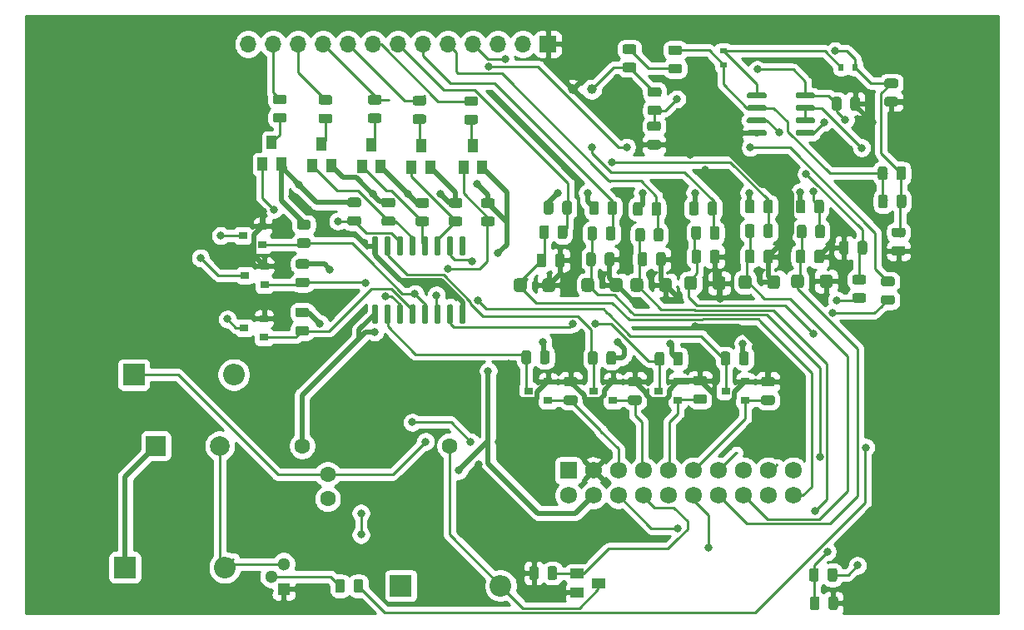
<source format=gbr>
G04 #@! TF.GenerationSoftware,KiCad,Pcbnew,(5.1.6-0-10_14)*
G04 #@! TF.CreationDate,2020-09-03T10:58:02-04:00*
G04 #@! TF.ProjectId,Pufferfish-Interface-2,50756666-6572-4666-9973-682d496e7465,rev?*
G04 #@! TF.SameCoordinates,Original*
G04 #@! TF.FileFunction,Copper,L1,Top*
G04 #@! TF.FilePolarity,Positive*
%FSLAX46Y46*%
G04 Gerber Fmt 4.6, Leading zero omitted, Abs format (unit mm)*
G04 Created by KiCad (PCBNEW (5.1.6-0-10_14)) date 2020-09-03 10:58:02*
%MOMM*%
%LPD*%
G01*
G04 APERTURE LIST*
G04 #@! TA.AperFunction,ComponentPad*
%ADD10C,6.350000*%
G04 #@! TD*
G04 #@! TA.AperFunction,ComponentPad*
%ADD11O,1.700000X1.700000*%
G04 #@! TD*
G04 #@! TA.AperFunction,ComponentPad*
%ADD12R,1.700000X1.700000*%
G04 #@! TD*
G04 #@! TA.AperFunction,ComponentPad*
%ADD13O,2.200000X2.200000*%
G04 #@! TD*
G04 #@! TA.AperFunction,ComponentPad*
%ADD14R,2.200000X2.200000*%
G04 #@! TD*
G04 #@! TA.AperFunction,ComponentPad*
%ADD15R,2.000000X2.000000*%
G04 #@! TD*
G04 #@! TA.AperFunction,ComponentPad*
%ADD16C,2.000000*%
G04 #@! TD*
G04 #@! TA.AperFunction,ComponentPad*
%ADD17C,1.000000*%
G04 #@! TD*
G04 #@! TA.AperFunction,SMDPad,CuDef*
%ADD18R,1.000000X1.400000*%
G04 #@! TD*
G04 #@! TA.AperFunction,ComponentPad*
%ADD19R,1.300000X1.300000*%
G04 #@! TD*
G04 #@! TA.AperFunction,ComponentPad*
%ADD20C,1.300000*%
G04 #@! TD*
G04 #@! TA.AperFunction,SMDPad,CuDef*
%ADD21R,0.600000X0.700000*%
G04 #@! TD*
G04 #@! TA.AperFunction,SMDPad,CuDef*
%ADD22R,0.700000X0.600000*%
G04 #@! TD*
G04 #@! TA.AperFunction,ComponentPad*
%ADD23C,1.725000*%
G04 #@! TD*
G04 #@! TA.AperFunction,ComponentPad*
%ADD24R,1.725000X1.725000*%
G04 #@! TD*
G04 #@! TA.AperFunction,SMDPad,CuDef*
%ADD25R,1.400000X1.000000*%
G04 #@! TD*
G04 #@! TA.AperFunction,SMDPad,CuDef*
%ADD26R,0.900000X0.800000*%
G04 #@! TD*
G04 #@! TA.AperFunction,ComponentPad*
%ADD27C,1.600000*%
G04 #@! TD*
G04 #@! TA.AperFunction,ViaPad*
%ADD28C,0.800000*%
G04 #@! TD*
G04 #@! TA.AperFunction,Conductor*
%ADD29C,0.250000*%
G04 #@! TD*
G04 #@! TA.AperFunction,Conductor*
%ADD30C,0.508000*%
G04 #@! TD*
G04 #@! TA.AperFunction,Conductor*
%ADD31C,0.254000*%
G04 #@! TD*
G04 APERTURE END LIST*
D10*
X76200000Y-49530000D03*
X76200000Y-2540000D03*
X-16510000Y-49530000D03*
X-16510000Y-2540000D03*
D11*
X3020000Y1500000D03*
X5560000Y1500000D03*
X8100000Y1500000D03*
X10640000Y1500000D03*
X13180000Y1500000D03*
X15720000Y1500000D03*
X18260000Y1500000D03*
X20800000Y1500000D03*
X23340000Y1500000D03*
X25880000Y1500000D03*
X28420000Y1500000D03*
X30960000Y1500000D03*
D12*
X33500000Y1500000D03*
D13*
X645380Y-51745980D03*
D14*
X-9514620Y-51745980D03*
G04 #@! TA.AperFunction,SMDPad,CuDef*
G36*
G01*
X39800000Y-23375000D02*
X39800000Y-22625000D01*
G75*
G02*
X40125000Y-22300000I325000J0D01*
G01*
X40775000Y-22300000D01*
G75*
G02*
X41100000Y-22625000I0J-325000D01*
G01*
X41100000Y-23375000D01*
G75*
G02*
X40775000Y-23700000I-325000J0D01*
G01*
X40125000Y-23700000D01*
G75*
G02*
X39800000Y-23375000I0J325000D01*
G01*
G37*
G04 #@! TD.AperFunction*
G04 #@! TA.AperFunction,SMDPad,CuDef*
G36*
G01*
X36900000Y-23375000D02*
X36900000Y-22625000D01*
G75*
G02*
X37225000Y-22300000I325000J0D01*
G01*
X37875000Y-22300000D01*
G75*
G02*
X38200000Y-22625000I0J-325000D01*
G01*
X38200000Y-23375000D01*
G75*
G02*
X37875000Y-23700000I-325000J0D01*
G01*
X37225000Y-23700000D01*
G75*
G02*
X36900000Y-23375000I0J325000D01*
G01*
G37*
G04 #@! TD.AperFunction*
G04 #@! TA.AperFunction,SMDPad,CuDef*
G36*
G01*
X37405000Y-20846250D02*
X37405000Y-19933750D01*
G75*
G02*
X37648750Y-19690000I243750J0D01*
G01*
X38136250Y-19690000D01*
G75*
G02*
X38380000Y-19933750I0J-243750D01*
G01*
X38380000Y-20846250D01*
G75*
G02*
X38136250Y-21090000I-243750J0D01*
G01*
X37648750Y-21090000D01*
G75*
G02*
X37405000Y-20846250I0J243750D01*
G01*
G37*
G04 #@! TD.AperFunction*
G04 #@! TA.AperFunction,SMDPad,CuDef*
G36*
G01*
X39280000Y-20846250D02*
X39280000Y-19933750D01*
G75*
G02*
X39523750Y-19690000I243750J0D01*
G01*
X40011250Y-19690000D01*
G75*
G02*
X40255000Y-19933750I0J-243750D01*
G01*
X40255000Y-20846250D01*
G75*
G02*
X40011250Y-21090000I-243750J0D01*
G01*
X39523750Y-21090000D01*
G75*
G02*
X39280000Y-20846250I0J243750D01*
G01*
G37*
G04 #@! TD.AperFunction*
G04 #@! TA.AperFunction,SMDPad,CuDef*
G36*
G01*
X40375000Y-17303750D02*
X40375000Y-18216250D01*
G75*
G02*
X40131250Y-18460000I-243750J0D01*
G01*
X39643750Y-18460000D01*
G75*
G02*
X39400000Y-18216250I0J243750D01*
G01*
X39400000Y-17303750D01*
G75*
G02*
X39643750Y-17060000I243750J0D01*
G01*
X40131250Y-17060000D01*
G75*
G02*
X40375000Y-17303750I0J-243750D01*
G01*
G37*
G04 #@! TD.AperFunction*
G04 #@! TA.AperFunction,SMDPad,CuDef*
G36*
G01*
X38500000Y-17303750D02*
X38500000Y-18216250D01*
G75*
G02*
X38256250Y-18460000I-243750J0D01*
G01*
X37768750Y-18460000D01*
G75*
G02*
X37525000Y-18216250I0J243750D01*
G01*
X37525000Y-17303750D01*
G75*
G02*
X37768750Y-17060000I243750J0D01*
G01*
X38256250Y-17060000D01*
G75*
G02*
X38500000Y-17303750I0J-243750D01*
G01*
G37*
G04 #@! TD.AperFunction*
G04 #@! TA.AperFunction,SMDPad,CuDef*
G36*
G01*
X37703700Y-15640370D02*
X37703700Y-14727870D01*
G75*
G02*
X37947450Y-14484120I243750J0D01*
G01*
X38434950Y-14484120D01*
G75*
G02*
X38678700Y-14727870I0J-243750D01*
G01*
X38678700Y-15640370D01*
G75*
G02*
X38434950Y-15884120I-243750J0D01*
G01*
X37947450Y-15884120D01*
G75*
G02*
X37703700Y-15640370I0J243750D01*
G01*
G37*
G04 #@! TD.AperFunction*
G04 #@! TA.AperFunction,SMDPad,CuDef*
G36*
G01*
X39578700Y-15640370D02*
X39578700Y-14727870D01*
G75*
G02*
X39822450Y-14484120I243750J0D01*
G01*
X40309950Y-14484120D01*
G75*
G02*
X40553700Y-14727870I0J-243750D01*
G01*
X40553700Y-15640370D01*
G75*
G02*
X40309950Y-15884120I-243750J0D01*
G01*
X39822450Y-15884120D01*
G75*
G02*
X39578700Y-15640370I0J243750D01*
G01*
G37*
G04 #@! TD.AperFunction*
G04 #@! TA.AperFunction,SMDPad,CuDef*
G36*
G01*
X16085960Y-20021780D02*
X15785960Y-20021780D01*
G75*
G02*
X15635960Y-19871780I0J150000D01*
G01*
X15635960Y-18196780D01*
G75*
G02*
X15785960Y-18046780I150000J0D01*
G01*
X16085960Y-18046780D01*
G75*
G02*
X16235960Y-18196780I0J-150000D01*
G01*
X16235960Y-19871780D01*
G75*
G02*
X16085960Y-20021780I-150000J0D01*
G01*
G37*
G04 #@! TD.AperFunction*
G04 #@! TA.AperFunction,SMDPad,CuDef*
G36*
G01*
X17355960Y-20021780D02*
X17055960Y-20021780D01*
G75*
G02*
X16905960Y-19871780I0J150000D01*
G01*
X16905960Y-18196780D01*
G75*
G02*
X17055960Y-18046780I150000J0D01*
G01*
X17355960Y-18046780D01*
G75*
G02*
X17505960Y-18196780I0J-150000D01*
G01*
X17505960Y-19871780D01*
G75*
G02*
X17355960Y-20021780I-150000J0D01*
G01*
G37*
G04 #@! TD.AperFunction*
G04 #@! TA.AperFunction,SMDPad,CuDef*
G36*
G01*
X18625960Y-20021780D02*
X18325960Y-20021780D01*
G75*
G02*
X18175960Y-19871780I0J150000D01*
G01*
X18175960Y-18196780D01*
G75*
G02*
X18325960Y-18046780I150000J0D01*
G01*
X18625960Y-18046780D01*
G75*
G02*
X18775960Y-18196780I0J-150000D01*
G01*
X18775960Y-19871780D01*
G75*
G02*
X18625960Y-20021780I-150000J0D01*
G01*
G37*
G04 #@! TD.AperFunction*
G04 #@! TA.AperFunction,SMDPad,CuDef*
G36*
G01*
X19895960Y-20021780D02*
X19595960Y-20021780D01*
G75*
G02*
X19445960Y-19871780I0J150000D01*
G01*
X19445960Y-18196780D01*
G75*
G02*
X19595960Y-18046780I150000J0D01*
G01*
X19895960Y-18046780D01*
G75*
G02*
X20045960Y-18196780I0J-150000D01*
G01*
X20045960Y-19871780D01*
G75*
G02*
X19895960Y-20021780I-150000J0D01*
G01*
G37*
G04 #@! TD.AperFunction*
G04 #@! TA.AperFunction,SMDPad,CuDef*
G36*
G01*
X21165960Y-20021780D02*
X20865960Y-20021780D01*
G75*
G02*
X20715960Y-19871780I0J150000D01*
G01*
X20715960Y-18196780D01*
G75*
G02*
X20865960Y-18046780I150000J0D01*
G01*
X21165960Y-18046780D01*
G75*
G02*
X21315960Y-18196780I0J-150000D01*
G01*
X21315960Y-19871780D01*
G75*
G02*
X21165960Y-20021780I-150000J0D01*
G01*
G37*
G04 #@! TD.AperFunction*
G04 #@! TA.AperFunction,SMDPad,CuDef*
G36*
G01*
X22435960Y-20021780D02*
X22135960Y-20021780D01*
G75*
G02*
X21985960Y-19871780I0J150000D01*
G01*
X21985960Y-18196780D01*
G75*
G02*
X22135960Y-18046780I150000J0D01*
G01*
X22435960Y-18046780D01*
G75*
G02*
X22585960Y-18196780I0J-150000D01*
G01*
X22585960Y-19871780D01*
G75*
G02*
X22435960Y-20021780I-150000J0D01*
G01*
G37*
G04 #@! TD.AperFunction*
G04 #@! TA.AperFunction,SMDPad,CuDef*
G36*
G01*
X23705960Y-20021780D02*
X23405960Y-20021780D01*
G75*
G02*
X23255960Y-19871780I0J150000D01*
G01*
X23255960Y-18196780D01*
G75*
G02*
X23405960Y-18046780I150000J0D01*
G01*
X23705960Y-18046780D01*
G75*
G02*
X23855960Y-18196780I0J-150000D01*
G01*
X23855960Y-19871780D01*
G75*
G02*
X23705960Y-20021780I-150000J0D01*
G01*
G37*
G04 #@! TD.AperFunction*
G04 #@! TA.AperFunction,SMDPad,CuDef*
G36*
G01*
X24975960Y-20021780D02*
X24675960Y-20021780D01*
G75*
G02*
X24525960Y-19871780I0J150000D01*
G01*
X24525960Y-18196780D01*
G75*
G02*
X24675960Y-18046780I150000J0D01*
G01*
X24975960Y-18046780D01*
G75*
G02*
X25125960Y-18196780I0J-150000D01*
G01*
X25125960Y-19871780D01*
G75*
G02*
X24975960Y-20021780I-150000J0D01*
G01*
G37*
G04 #@! TD.AperFunction*
G04 #@! TA.AperFunction,SMDPad,CuDef*
G36*
G01*
X24975960Y-26946780D02*
X24675960Y-26946780D01*
G75*
G02*
X24525960Y-26796780I0J150000D01*
G01*
X24525960Y-25121780D01*
G75*
G02*
X24675960Y-24971780I150000J0D01*
G01*
X24975960Y-24971780D01*
G75*
G02*
X25125960Y-25121780I0J-150000D01*
G01*
X25125960Y-26796780D01*
G75*
G02*
X24975960Y-26946780I-150000J0D01*
G01*
G37*
G04 #@! TD.AperFunction*
G04 #@! TA.AperFunction,SMDPad,CuDef*
G36*
G01*
X23705960Y-26946780D02*
X23405960Y-26946780D01*
G75*
G02*
X23255960Y-26796780I0J150000D01*
G01*
X23255960Y-25121780D01*
G75*
G02*
X23405960Y-24971780I150000J0D01*
G01*
X23705960Y-24971780D01*
G75*
G02*
X23855960Y-25121780I0J-150000D01*
G01*
X23855960Y-26796780D01*
G75*
G02*
X23705960Y-26946780I-150000J0D01*
G01*
G37*
G04 #@! TD.AperFunction*
G04 #@! TA.AperFunction,SMDPad,CuDef*
G36*
G01*
X22435960Y-26946780D02*
X22135960Y-26946780D01*
G75*
G02*
X21985960Y-26796780I0J150000D01*
G01*
X21985960Y-25121780D01*
G75*
G02*
X22135960Y-24971780I150000J0D01*
G01*
X22435960Y-24971780D01*
G75*
G02*
X22585960Y-25121780I0J-150000D01*
G01*
X22585960Y-26796780D01*
G75*
G02*
X22435960Y-26946780I-150000J0D01*
G01*
G37*
G04 #@! TD.AperFunction*
G04 #@! TA.AperFunction,SMDPad,CuDef*
G36*
G01*
X21165960Y-26946780D02*
X20865960Y-26946780D01*
G75*
G02*
X20715960Y-26796780I0J150000D01*
G01*
X20715960Y-25121780D01*
G75*
G02*
X20865960Y-24971780I150000J0D01*
G01*
X21165960Y-24971780D01*
G75*
G02*
X21315960Y-25121780I0J-150000D01*
G01*
X21315960Y-26796780D01*
G75*
G02*
X21165960Y-26946780I-150000J0D01*
G01*
G37*
G04 #@! TD.AperFunction*
G04 #@! TA.AperFunction,SMDPad,CuDef*
G36*
G01*
X19895960Y-26946780D02*
X19595960Y-26946780D01*
G75*
G02*
X19445960Y-26796780I0J150000D01*
G01*
X19445960Y-25121780D01*
G75*
G02*
X19595960Y-24971780I150000J0D01*
G01*
X19895960Y-24971780D01*
G75*
G02*
X20045960Y-25121780I0J-150000D01*
G01*
X20045960Y-26796780D01*
G75*
G02*
X19895960Y-26946780I-150000J0D01*
G01*
G37*
G04 #@! TD.AperFunction*
G04 #@! TA.AperFunction,SMDPad,CuDef*
G36*
G01*
X18625960Y-26946780D02*
X18325960Y-26946780D01*
G75*
G02*
X18175960Y-26796780I0J150000D01*
G01*
X18175960Y-25121780D01*
G75*
G02*
X18325960Y-24971780I150000J0D01*
G01*
X18625960Y-24971780D01*
G75*
G02*
X18775960Y-25121780I0J-150000D01*
G01*
X18775960Y-26796780D01*
G75*
G02*
X18625960Y-26946780I-150000J0D01*
G01*
G37*
G04 #@! TD.AperFunction*
G04 #@! TA.AperFunction,SMDPad,CuDef*
G36*
G01*
X17355960Y-26946780D02*
X17055960Y-26946780D01*
G75*
G02*
X16905960Y-26796780I0J150000D01*
G01*
X16905960Y-25121780D01*
G75*
G02*
X17055960Y-24971780I150000J0D01*
G01*
X17355960Y-24971780D01*
G75*
G02*
X17505960Y-25121780I0J-150000D01*
G01*
X17505960Y-26796780D01*
G75*
G02*
X17355960Y-26946780I-150000J0D01*
G01*
G37*
G04 #@! TD.AperFunction*
G04 #@! TA.AperFunction,SMDPad,CuDef*
G36*
G01*
X16085960Y-26946780D02*
X15785960Y-26946780D01*
G75*
G02*
X15635960Y-26796780I0J150000D01*
G01*
X15635960Y-25121780D01*
G75*
G02*
X15785960Y-24971780I150000J0D01*
G01*
X16085960Y-24971780D01*
G75*
G02*
X16235960Y-25121780I0J-150000D01*
G01*
X16235960Y-26796780D01*
G75*
G02*
X16085960Y-26946780I-150000J0D01*
G01*
G37*
G04 #@! TD.AperFunction*
G04 #@! TA.AperFunction,SMDPad,CuDef*
G36*
G01*
X33610000Y-17173750D02*
X33610000Y-18086250D01*
G75*
G02*
X33366250Y-18330000I-243750J0D01*
G01*
X32878750Y-18330000D01*
G75*
G02*
X32635000Y-18086250I0J243750D01*
G01*
X32635000Y-17173750D01*
G75*
G02*
X32878750Y-16930000I243750J0D01*
G01*
X33366250Y-16930000D01*
G75*
G02*
X33610000Y-17173750I0J-243750D01*
G01*
G37*
G04 #@! TD.AperFunction*
G04 #@! TA.AperFunction,SMDPad,CuDef*
G36*
G01*
X35485000Y-17173750D02*
X35485000Y-18086250D01*
G75*
G02*
X35241250Y-18330000I-243750J0D01*
G01*
X34753750Y-18330000D01*
G75*
G02*
X34510000Y-18086250I0J243750D01*
G01*
X34510000Y-17173750D01*
G75*
G02*
X34753750Y-16930000I243750J0D01*
G01*
X35241250Y-16930000D01*
G75*
G02*
X35485000Y-17173750I0J-243750D01*
G01*
G37*
G04 #@! TD.AperFunction*
G04 #@! TA.AperFunction,SMDPad,CuDef*
G36*
G01*
X34957500Y-15596250D02*
X34957500Y-14683750D01*
G75*
G02*
X35201250Y-14440000I243750J0D01*
G01*
X35688750Y-14440000D01*
G75*
G02*
X35932500Y-14683750I0J-243750D01*
G01*
X35932500Y-15596250D01*
G75*
G02*
X35688750Y-15840000I-243750J0D01*
G01*
X35201250Y-15840000D01*
G75*
G02*
X34957500Y-15596250I0J243750D01*
G01*
G37*
G04 #@! TD.AperFunction*
G04 #@! TA.AperFunction,SMDPad,CuDef*
G36*
G01*
X33082500Y-15596250D02*
X33082500Y-14683750D01*
G75*
G02*
X33326250Y-14440000I243750J0D01*
G01*
X33813750Y-14440000D01*
G75*
G02*
X34057500Y-14683750I0J-243750D01*
G01*
X34057500Y-15596250D01*
G75*
G02*
X33813750Y-15840000I-243750J0D01*
G01*
X33326250Y-15840000D01*
G75*
G02*
X33082500Y-15596250I0J243750D01*
G01*
G37*
G04 #@! TD.AperFunction*
G04 #@! TA.AperFunction,SMDPad,CuDef*
G36*
G01*
X67623750Y-24040000D02*
X68536250Y-24040000D01*
G75*
G02*
X68780000Y-24283750I0J-243750D01*
G01*
X68780000Y-24771250D01*
G75*
G02*
X68536250Y-25015000I-243750J0D01*
G01*
X67623750Y-25015000D01*
G75*
G02*
X67380000Y-24771250I0J243750D01*
G01*
X67380000Y-24283750D01*
G75*
G02*
X67623750Y-24040000I243750J0D01*
G01*
G37*
G04 #@! TD.AperFunction*
G04 #@! TA.AperFunction,SMDPad,CuDef*
G36*
G01*
X67623750Y-22165000D02*
X68536250Y-22165000D01*
G75*
G02*
X68780000Y-22408750I0J-243750D01*
G01*
X68780000Y-22896250D01*
G75*
G02*
X68536250Y-23140000I-243750J0D01*
G01*
X67623750Y-23140000D01*
G75*
G02*
X67380000Y-22896250I0J243750D01*
G01*
X67380000Y-22408750D01*
G75*
G02*
X67623750Y-22165000I243750J0D01*
G01*
G37*
G04 #@! TD.AperFunction*
G04 #@! TA.AperFunction,SMDPad,CuDef*
G36*
G01*
X5774370Y-5504360D02*
X6686870Y-5504360D01*
G75*
G02*
X6930620Y-5748110I0J-243750D01*
G01*
X6930620Y-6235610D01*
G75*
G02*
X6686870Y-6479360I-243750J0D01*
G01*
X5774370Y-6479360D01*
G75*
G02*
X5530620Y-6235610I0J243750D01*
G01*
X5530620Y-5748110D01*
G75*
G02*
X5774370Y-5504360I243750J0D01*
G01*
G37*
G04 #@! TD.AperFunction*
G04 #@! TA.AperFunction,SMDPad,CuDef*
G36*
G01*
X5774370Y-3629360D02*
X6686870Y-3629360D01*
G75*
G02*
X6930620Y-3873110I0J-243750D01*
G01*
X6930620Y-4360610D01*
G75*
G02*
X6686870Y-4604360I-243750J0D01*
G01*
X5774370Y-4604360D01*
G75*
G02*
X5530620Y-4360610I0J243750D01*
G01*
X5530620Y-3873110D01*
G75*
G02*
X5774370Y-3629360I243750J0D01*
G01*
G37*
G04 #@! TD.AperFunction*
G04 #@! TA.AperFunction,SMDPad,CuDef*
G36*
G01*
X30040000Y-23395000D02*
X30040000Y-22645000D01*
G75*
G02*
X30365000Y-22320000I325000J0D01*
G01*
X31015000Y-22320000D01*
G75*
G02*
X31340000Y-22645000I0J-325000D01*
G01*
X31340000Y-23395000D01*
G75*
G02*
X31015000Y-23720000I-325000J0D01*
G01*
X30365000Y-23720000D01*
G75*
G02*
X30040000Y-23395000I0J325000D01*
G01*
G37*
G04 #@! TD.AperFunction*
G04 #@! TA.AperFunction,SMDPad,CuDef*
G36*
G01*
X32940000Y-23395000D02*
X32940000Y-22645000D01*
G75*
G02*
X33265000Y-22320000I325000J0D01*
G01*
X33915000Y-22320000D01*
G75*
G02*
X34240000Y-22645000I0J-325000D01*
G01*
X34240000Y-23395000D01*
G75*
G02*
X33915000Y-23720000I-325000J0D01*
G01*
X33265000Y-23720000D01*
G75*
G02*
X32940000Y-23395000I0J325000D01*
G01*
G37*
G04 #@! TD.AperFunction*
G04 #@! TA.AperFunction,SMDPad,CuDef*
G36*
G01*
X34235480Y-20957750D02*
X34235480Y-20045250D01*
G75*
G02*
X34479230Y-19801500I243750J0D01*
G01*
X34966730Y-19801500D01*
G75*
G02*
X35210480Y-20045250I0J-243750D01*
G01*
X35210480Y-20957750D01*
G75*
G02*
X34966730Y-21201500I-243750J0D01*
G01*
X34479230Y-21201500D01*
G75*
G02*
X34235480Y-20957750I0J243750D01*
G01*
G37*
G04 #@! TD.AperFunction*
G04 #@! TA.AperFunction,SMDPad,CuDef*
G36*
G01*
X32360480Y-20957750D02*
X32360480Y-20045250D01*
G75*
G02*
X32604230Y-19801500I243750J0D01*
G01*
X33091730Y-19801500D01*
G75*
G02*
X33335480Y-20045250I0J-243750D01*
G01*
X33335480Y-20957750D01*
G75*
G02*
X33091730Y-21201500I-243750J0D01*
G01*
X32604230Y-21201500D01*
G75*
G02*
X32360480Y-20957750I0J243750D01*
G01*
G37*
G04 #@! TD.AperFunction*
D15*
X-6370000Y-39370000D03*
D16*
X130000Y-39370000D03*
D17*
X36050000Y-3100000D03*
X37950000Y-3100000D03*
G04 #@! TA.AperFunction,SMDPad,CuDef*
G36*
G01*
X58720000Y-3885000D02*
X58720000Y-3585000D01*
G75*
G02*
X58870000Y-3435000I150000J0D01*
G01*
X60520000Y-3435000D01*
G75*
G02*
X60670000Y-3585000I0J-150000D01*
G01*
X60670000Y-3885000D01*
G75*
G02*
X60520000Y-4035000I-150000J0D01*
G01*
X58870000Y-4035000D01*
G75*
G02*
X58720000Y-3885000I0J150000D01*
G01*
G37*
G04 #@! TD.AperFunction*
G04 #@! TA.AperFunction,SMDPad,CuDef*
G36*
G01*
X58720000Y-5155000D02*
X58720000Y-4855000D01*
G75*
G02*
X58870000Y-4705000I150000J0D01*
G01*
X60520000Y-4705000D01*
G75*
G02*
X60670000Y-4855000I0J-150000D01*
G01*
X60670000Y-5155000D01*
G75*
G02*
X60520000Y-5305000I-150000J0D01*
G01*
X58870000Y-5305000D01*
G75*
G02*
X58720000Y-5155000I0J150000D01*
G01*
G37*
G04 #@! TD.AperFunction*
G04 #@! TA.AperFunction,SMDPad,CuDef*
G36*
G01*
X58720000Y-6425000D02*
X58720000Y-6125000D01*
G75*
G02*
X58870000Y-5975000I150000J0D01*
G01*
X60520000Y-5975000D01*
G75*
G02*
X60670000Y-6125000I0J-150000D01*
G01*
X60670000Y-6425000D01*
G75*
G02*
X60520000Y-6575000I-150000J0D01*
G01*
X58870000Y-6575000D01*
G75*
G02*
X58720000Y-6425000I0J150000D01*
G01*
G37*
G04 #@! TD.AperFunction*
G04 #@! TA.AperFunction,SMDPad,CuDef*
G36*
G01*
X58720000Y-7695000D02*
X58720000Y-7395000D01*
G75*
G02*
X58870000Y-7245000I150000J0D01*
G01*
X60520000Y-7245000D01*
G75*
G02*
X60670000Y-7395000I0J-150000D01*
G01*
X60670000Y-7695000D01*
G75*
G02*
X60520000Y-7845000I-150000J0D01*
G01*
X58870000Y-7845000D01*
G75*
G02*
X58720000Y-7695000I0J150000D01*
G01*
G37*
G04 #@! TD.AperFunction*
G04 #@! TA.AperFunction,SMDPad,CuDef*
G36*
G01*
X53770000Y-7695000D02*
X53770000Y-7395000D01*
G75*
G02*
X53920000Y-7245000I150000J0D01*
G01*
X55570000Y-7245000D01*
G75*
G02*
X55720000Y-7395000I0J-150000D01*
G01*
X55720000Y-7695000D01*
G75*
G02*
X55570000Y-7845000I-150000J0D01*
G01*
X53920000Y-7845000D01*
G75*
G02*
X53770000Y-7695000I0J150000D01*
G01*
G37*
G04 #@! TD.AperFunction*
G04 #@! TA.AperFunction,SMDPad,CuDef*
G36*
G01*
X53770000Y-6425000D02*
X53770000Y-6125000D01*
G75*
G02*
X53920000Y-5975000I150000J0D01*
G01*
X55570000Y-5975000D01*
G75*
G02*
X55720000Y-6125000I0J-150000D01*
G01*
X55720000Y-6425000D01*
G75*
G02*
X55570000Y-6575000I-150000J0D01*
G01*
X53920000Y-6575000D01*
G75*
G02*
X53770000Y-6425000I0J150000D01*
G01*
G37*
G04 #@! TD.AperFunction*
G04 #@! TA.AperFunction,SMDPad,CuDef*
G36*
G01*
X53770000Y-5155000D02*
X53770000Y-4855000D01*
G75*
G02*
X53920000Y-4705000I150000J0D01*
G01*
X55570000Y-4705000D01*
G75*
G02*
X55720000Y-4855000I0J-150000D01*
G01*
X55720000Y-5155000D01*
G75*
G02*
X55570000Y-5305000I-150000J0D01*
G01*
X53920000Y-5305000D01*
G75*
G02*
X53770000Y-5155000I0J150000D01*
G01*
G37*
G04 #@! TD.AperFunction*
G04 #@! TA.AperFunction,SMDPad,CuDef*
G36*
G01*
X53770000Y-3885000D02*
X53770000Y-3585000D01*
G75*
G02*
X53920000Y-3435000I150000J0D01*
G01*
X55570000Y-3435000D01*
G75*
G02*
X55720000Y-3585000I0J-150000D01*
G01*
X55720000Y-3885000D01*
G75*
G02*
X55570000Y-4035000I-150000J0D01*
G01*
X53920000Y-4035000D01*
G75*
G02*
X53770000Y-3885000I0J150000D01*
G01*
G37*
G04 #@! TD.AperFunction*
G04 #@! TA.AperFunction,SMDPad,CuDef*
G36*
G01*
X13742500Y-54086250D02*
X13742500Y-53173750D01*
G75*
G02*
X13986250Y-52930000I243750J0D01*
G01*
X14473750Y-52930000D01*
G75*
G02*
X14717500Y-53173750I0J-243750D01*
G01*
X14717500Y-54086250D01*
G75*
G02*
X14473750Y-54330000I-243750J0D01*
G01*
X13986250Y-54330000D01*
G75*
G02*
X13742500Y-54086250I0J243750D01*
G01*
G37*
G04 #@! TD.AperFunction*
G04 #@! TA.AperFunction,SMDPad,CuDef*
G36*
G01*
X11867500Y-54086250D02*
X11867500Y-53173750D01*
G75*
G02*
X12111250Y-52930000I243750J0D01*
G01*
X12598750Y-52930000D01*
G75*
G02*
X12842500Y-53173750I0J-243750D01*
G01*
X12842500Y-54086250D01*
G75*
G02*
X12598750Y-54330000I-243750J0D01*
G01*
X12111250Y-54330000D01*
G75*
G02*
X11867500Y-54086250I0J243750D01*
G01*
G37*
G04 #@! TD.AperFunction*
G04 #@! TA.AperFunction,SMDPad,CuDef*
G36*
G01*
X8215310Y-18260720D02*
X9127810Y-18260720D01*
G75*
G02*
X9371560Y-18504470I0J-243750D01*
G01*
X9371560Y-18991970D01*
G75*
G02*
X9127810Y-19235720I-243750J0D01*
G01*
X8215310Y-19235720D01*
G75*
G02*
X7971560Y-18991970I0J243750D01*
G01*
X7971560Y-18504470D01*
G75*
G02*
X8215310Y-18260720I243750J0D01*
G01*
G37*
G04 #@! TD.AperFunction*
G04 #@! TA.AperFunction,SMDPad,CuDef*
G36*
G01*
X8215310Y-16385720D02*
X9127810Y-16385720D01*
G75*
G02*
X9371560Y-16629470I0J-243750D01*
G01*
X9371560Y-17116970D01*
G75*
G02*
X9127810Y-17360720I-243750J0D01*
G01*
X8215310Y-17360720D01*
G75*
G02*
X7971560Y-17116970I0J243750D01*
G01*
X7971560Y-16629470D01*
G75*
G02*
X8215310Y-16385720I243750J0D01*
G01*
G37*
G04 #@! TD.AperFunction*
G04 #@! TA.AperFunction,SMDPad,CuDef*
G36*
G01*
X16838610Y-16020200D02*
X17751110Y-16020200D01*
G75*
G02*
X17994860Y-16263950I0J-243750D01*
G01*
X17994860Y-16751450D01*
G75*
G02*
X17751110Y-16995200I-243750J0D01*
G01*
X16838610Y-16995200D01*
G75*
G02*
X16594860Y-16751450I0J243750D01*
G01*
X16594860Y-16263950D01*
G75*
G02*
X16838610Y-16020200I243750J0D01*
G01*
G37*
G04 #@! TD.AperFunction*
G04 #@! TA.AperFunction,SMDPad,CuDef*
G36*
G01*
X16838610Y-14145200D02*
X17751110Y-14145200D01*
G75*
G02*
X17994860Y-14388950I0J-243750D01*
G01*
X17994860Y-14876450D01*
G75*
G02*
X17751110Y-15120200I-243750J0D01*
G01*
X16838610Y-15120200D01*
G75*
G02*
X16594860Y-14876450I0J243750D01*
G01*
X16594860Y-14388950D01*
G75*
G02*
X16838610Y-14145200I243750J0D01*
G01*
G37*
G04 #@! TD.AperFunction*
G04 #@! TA.AperFunction,SMDPad,CuDef*
G36*
G01*
X8083230Y-22258440D02*
X8995730Y-22258440D01*
G75*
G02*
X9239480Y-22502190I0J-243750D01*
G01*
X9239480Y-22989690D01*
G75*
G02*
X8995730Y-23233440I-243750J0D01*
G01*
X8083230Y-23233440D01*
G75*
G02*
X7839480Y-22989690I0J243750D01*
G01*
X7839480Y-22502190D01*
G75*
G02*
X8083230Y-22258440I243750J0D01*
G01*
G37*
G04 #@! TD.AperFunction*
G04 #@! TA.AperFunction,SMDPad,CuDef*
G36*
G01*
X8083230Y-20383440D02*
X8995730Y-20383440D01*
G75*
G02*
X9239480Y-20627190I0J-243750D01*
G01*
X9239480Y-21114690D01*
G75*
G02*
X8995730Y-21358440I-243750J0D01*
G01*
X8083230Y-21358440D01*
G75*
G02*
X7839480Y-21114690I0J243750D01*
G01*
X7839480Y-20627190D01*
G75*
G02*
X8083230Y-20383440I243750J0D01*
G01*
G37*
G04 #@! TD.AperFunction*
G04 #@! TA.AperFunction,SMDPad,CuDef*
G36*
G01*
X23648350Y-16045600D02*
X24560850Y-16045600D01*
G75*
G02*
X24804600Y-16289350I0J-243750D01*
G01*
X24804600Y-16776850D01*
G75*
G02*
X24560850Y-17020600I-243750J0D01*
G01*
X23648350Y-17020600D01*
G75*
G02*
X23404600Y-16776850I0J243750D01*
G01*
X23404600Y-16289350D01*
G75*
G02*
X23648350Y-16045600I243750J0D01*
G01*
G37*
G04 #@! TD.AperFunction*
G04 #@! TA.AperFunction,SMDPad,CuDef*
G36*
G01*
X23648350Y-14170600D02*
X24560850Y-14170600D01*
G75*
G02*
X24804600Y-14414350I0J-243750D01*
G01*
X24804600Y-14901850D01*
G75*
G02*
X24560850Y-15145600I-243750J0D01*
G01*
X23648350Y-15145600D01*
G75*
G02*
X23404600Y-14901850I0J243750D01*
G01*
X23404600Y-14414350D01*
G75*
G02*
X23648350Y-14170600I243750J0D01*
G01*
G37*
G04 #@! TD.AperFunction*
G04 #@! TA.AperFunction,SMDPad,CuDef*
G36*
G01*
X62027500Y-55836250D02*
X62027500Y-54923750D01*
G75*
G02*
X62271250Y-54680000I243750J0D01*
G01*
X62758750Y-54680000D01*
G75*
G02*
X63002500Y-54923750I0J-243750D01*
G01*
X63002500Y-55836250D01*
G75*
G02*
X62758750Y-56080000I-243750J0D01*
G01*
X62271250Y-56080000D01*
G75*
G02*
X62027500Y-55836250I0J243750D01*
G01*
G37*
G04 #@! TD.AperFunction*
G04 #@! TA.AperFunction,SMDPad,CuDef*
G36*
G01*
X60152500Y-55836250D02*
X60152500Y-54923750D01*
G75*
G02*
X60396250Y-54680000I243750J0D01*
G01*
X60883750Y-54680000D01*
G75*
G02*
X61127500Y-54923750I0J-243750D01*
G01*
X61127500Y-55836250D01*
G75*
G02*
X60883750Y-56080000I-243750J0D01*
G01*
X60396250Y-56080000D01*
G75*
G02*
X60152500Y-55836250I0J243750D01*
G01*
G37*
G04 #@! TD.AperFunction*
G04 #@! TA.AperFunction,SMDPad,CuDef*
G36*
G01*
X61047500Y-52043750D02*
X61047500Y-52956250D01*
G75*
G02*
X60803750Y-53200000I-243750J0D01*
G01*
X60316250Y-53200000D01*
G75*
G02*
X60072500Y-52956250I0J243750D01*
G01*
X60072500Y-52043750D01*
G75*
G02*
X60316250Y-51800000I243750J0D01*
G01*
X60803750Y-51800000D01*
G75*
G02*
X61047500Y-52043750I0J-243750D01*
G01*
G37*
G04 #@! TD.AperFunction*
G04 #@! TA.AperFunction,SMDPad,CuDef*
G36*
G01*
X62922500Y-52043750D02*
X62922500Y-52956250D01*
G75*
G02*
X62678750Y-53200000I-243750J0D01*
G01*
X62191250Y-53200000D01*
G75*
G02*
X61947500Y-52956250I0J243750D01*
G01*
X61947500Y-52043750D01*
G75*
G02*
X62191250Y-51800000I243750J0D01*
G01*
X62678750Y-51800000D01*
G75*
G02*
X62922500Y-52043750I0J-243750D01*
G01*
G37*
G04 #@! TD.AperFunction*
G04 #@! TA.AperFunction,SMDPad,CuDef*
G36*
G01*
X68703750Y-19050000D02*
X69616250Y-19050000D01*
G75*
G02*
X69860000Y-19293750I0J-243750D01*
G01*
X69860000Y-19781250D01*
G75*
G02*
X69616250Y-20025000I-243750J0D01*
G01*
X68703750Y-20025000D01*
G75*
G02*
X68460000Y-19781250I0J243750D01*
G01*
X68460000Y-19293750D01*
G75*
G02*
X68703750Y-19050000I243750J0D01*
G01*
G37*
G04 #@! TD.AperFunction*
G04 #@! TA.AperFunction,SMDPad,CuDef*
G36*
G01*
X68703750Y-17175000D02*
X69616250Y-17175000D01*
G75*
G02*
X69860000Y-17418750I0J-243750D01*
G01*
X69860000Y-17906250D01*
G75*
G02*
X69616250Y-18150000I-243750J0D01*
G01*
X68703750Y-18150000D01*
G75*
G02*
X68460000Y-17906250I0J243750D01*
G01*
X68460000Y-17418750D01*
G75*
G02*
X68703750Y-17175000I243750J0D01*
G01*
G37*
G04 #@! TD.AperFunction*
G04 #@! TA.AperFunction,SMDPad,CuDef*
G36*
G01*
X68932500Y-12096250D02*
X68932500Y-11183750D01*
G75*
G02*
X69176250Y-10940000I243750J0D01*
G01*
X69663750Y-10940000D01*
G75*
G02*
X69907500Y-11183750I0J-243750D01*
G01*
X69907500Y-12096250D01*
G75*
G02*
X69663750Y-12340000I-243750J0D01*
G01*
X69176250Y-12340000D01*
G75*
G02*
X68932500Y-12096250I0J243750D01*
G01*
G37*
G04 #@! TD.AperFunction*
G04 #@! TA.AperFunction,SMDPad,CuDef*
G36*
G01*
X67057500Y-12096250D02*
X67057500Y-11183750D01*
G75*
G02*
X67301250Y-10940000I243750J0D01*
G01*
X67788750Y-10940000D01*
G75*
G02*
X68032500Y-11183750I0J-243750D01*
G01*
X68032500Y-12096250D01*
G75*
G02*
X67788750Y-12340000I-243750J0D01*
G01*
X67301250Y-12340000D01*
G75*
G02*
X67057500Y-12096250I0J243750D01*
G01*
G37*
G04 #@! TD.AperFunction*
G04 #@! TA.AperFunction,SMDPad,CuDef*
G36*
G01*
X64100000Y-18763750D02*
X64100000Y-19676250D01*
G75*
G02*
X63856250Y-19920000I-243750J0D01*
G01*
X63368750Y-19920000D01*
G75*
G02*
X63125000Y-19676250I0J243750D01*
G01*
X63125000Y-18763750D01*
G75*
G02*
X63368750Y-18520000I243750J0D01*
G01*
X63856250Y-18520000D01*
G75*
G02*
X64100000Y-18763750I0J-243750D01*
G01*
G37*
G04 #@! TD.AperFunction*
G04 #@! TA.AperFunction,SMDPad,CuDef*
G36*
G01*
X65975000Y-18763750D02*
X65975000Y-19676250D01*
G75*
G02*
X65731250Y-19920000I-243750J0D01*
G01*
X65243750Y-19920000D01*
G75*
G02*
X65000000Y-19676250I0J243750D01*
G01*
X65000000Y-18763750D01*
G75*
G02*
X65243750Y-18520000I243750J0D01*
G01*
X65731250Y-18520000D01*
G75*
G02*
X65975000Y-18763750I0J-243750D01*
G01*
G37*
G04 #@! TD.AperFunction*
G04 #@! TA.AperFunction,SMDPad,CuDef*
G36*
G01*
X65616250Y-22940000D02*
X64703750Y-22940000D01*
G75*
G02*
X64460000Y-22696250I0J243750D01*
G01*
X64460000Y-22208750D01*
G75*
G02*
X64703750Y-21965000I243750J0D01*
G01*
X65616250Y-21965000D01*
G75*
G02*
X65860000Y-22208750I0J-243750D01*
G01*
X65860000Y-22696250D01*
G75*
G02*
X65616250Y-22940000I-243750J0D01*
G01*
G37*
G04 #@! TD.AperFunction*
G04 #@! TA.AperFunction,SMDPad,CuDef*
G36*
G01*
X65616250Y-24815000D02*
X64703750Y-24815000D01*
G75*
G02*
X64460000Y-24571250I0J243750D01*
G01*
X64460000Y-24083750D01*
G75*
G02*
X64703750Y-23840000I243750J0D01*
G01*
X65616250Y-23840000D01*
G75*
G02*
X65860000Y-24083750I0J-243750D01*
G01*
X65860000Y-24571250D01*
G75*
G02*
X65616250Y-24815000I-243750J0D01*
G01*
G37*
G04 #@! TD.AperFunction*
G04 #@! TA.AperFunction,SMDPad,CuDef*
G36*
G01*
X46896250Y390000D02*
X45983750Y390000D01*
G75*
G02*
X45740000Y633750I0J243750D01*
G01*
X45740000Y1121250D01*
G75*
G02*
X45983750Y1365000I243750J0D01*
G01*
X46896250Y1365000D01*
G75*
G02*
X47140000Y1121250I0J-243750D01*
G01*
X47140000Y633750D01*
G75*
G02*
X46896250Y390000I-243750J0D01*
G01*
G37*
G04 #@! TD.AperFunction*
G04 #@! TA.AperFunction,SMDPad,CuDef*
G36*
G01*
X46896250Y-1485000D02*
X45983750Y-1485000D01*
G75*
G02*
X45740000Y-1241250I0J243750D01*
G01*
X45740000Y-753750D01*
G75*
G02*
X45983750Y-510000I243750J0D01*
G01*
X46896250Y-510000D01*
G75*
G02*
X47140000Y-753750I0J-243750D01*
G01*
X47140000Y-1241250D01*
G75*
G02*
X46896250Y-1485000I-243750J0D01*
G01*
G37*
G04 #@! TD.AperFunction*
G04 #@! TA.AperFunction,SMDPad,CuDef*
G36*
G01*
X44807430Y-3860000D02*
X43894930Y-3860000D01*
G75*
G02*
X43651180Y-3616250I0J243750D01*
G01*
X43651180Y-3128750D01*
G75*
G02*
X43894930Y-2885000I243750J0D01*
G01*
X44807430Y-2885000D01*
G75*
G02*
X45051180Y-3128750I0J-243750D01*
G01*
X45051180Y-3616250D01*
G75*
G02*
X44807430Y-3860000I-243750J0D01*
G01*
G37*
G04 #@! TD.AperFunction*
G04 #@! TA.AperFunction,SMDPad,CuDef*
G36*
G01*
X44807430Y-5735000D02*
X43894930Y-5735000D01*
G75*
G02*
X43651180Y-5491250I0J243750D01*
G01*
X43651180Y-5003750D01*
G75*
G02*
X43894930Y-4760000I243750J0D01*
G01*
X44807430Y-4760000D01*
G75*
G02*
X45051180Y-5003750I0J-243750D01*
G01*
X45051180Y-5491250D01*
G75*
G02*
X44807430Y-5735000I-243750J0D01*
G01*
G37*
G04 #@! TD.AperFunction*
G04 #@! TA.AperFunction,SMDPad,CuDef*
G36*
G01*
X64260000Y-5026250D02*
X64260000Y-4113750D01*
G75*
G02*
X64503750Y-3870000I243750J0D01*
G01*
X64991250Y-3870000D01*
G75*
G02*
X65235000Y-4113750I0J-243750D01*
G01*
X65235000Y-5026250D01*
G75*
G02*
X64991250Y-5270000I-243750J0D01*
G01*
X64503750Y-5270000D01*
G75*
G02*
X64260000Y-5026250I0J243750D01*
G01*
G37*
G04 #@! TD.AperFunction*
G04 #@! TA.AperFunction,SMDPad,CuDef*
G36*
G01*
X62385000Y-5026250D02*
X62385000Y-4113750D01*
G75*
G02*
X62628750Y-3870000I243750J0D01*
G01*
X63116250Y-3870000D01*
G75*
G02*
X63360000Y-4113750I0J-243750D01*
G01*
X63360000Y-5026250D01*
G75*
G02*
X63116250Y-5270000I-243750J0D01*
G01*
X62628750Y-5270000D01*
G75*
G02*
X62385000Y-5026250I0J243750D01*
G01*
G37*
G04 #@! TD.AperFunction*
G04 #@! TA.AperFunction,SMDPad,CuDef*
G36*
G01*
X13348650Y-15992260D02*
X14261150Y-15992260D01*
G75*
G02*
X14504900Y-16236010I0J-243750D01*
G01*
X14504900Y-16723510D01*
G75*
G02*
X14261150Y-16967260I-243750J0D01*
G01*
X13348650Y-16967260D01*
G75*
G02*
X13104900Y-16723510I0J243750D01*
G01*
X13104900Y-16236010D01*
G75*
G02*
X13348650Y-15992260I243750J0D01*
G01*
G37*
G04 #@! TD.AperFunction*
G04 #@! TA.AperFunction,SMDPad,CuDef*
G36*
G01*
X13348650Y-14117260D02*
X14261150Y-14117260D01*
G75*
G02*
X14504900Y-14361010I0J-243750D01*
G01*
X14504900Y-14848510D01*
G75*
G02*
X14261150Y-15092260I-243750J0D01*
G01*
X13348650Y-15092260D01*
G75*
G02*
X13104900Y-14848510I0J243750D01*
G01*
X13104900Y-14361010D01*
G75*
G02*
X13348650Y-14117260I243750J0D01*
G01*
G37*
G04 #@! TD.AperFunction*
G04 #@! TA.AperFunction,SMDPad,CuDef*
G36*
G01*
X8045130Y-27183260D02*
X8957630Y-27183260D01*
G75*
G02*
X9201380Y-27427010I0J-243750D01*
G01*
X9201380Y-27914510D01*
G75*
G02*
X8957630Y-28158260I-243750J0D01*
G01*
X8045130Y-28158260D01*
G75*
G02*
X7801380Y-27914510I0J243750D01*
G01*
X7801380Y-27427010D01*
G75*
G02*
X8045130Y-27183260I243750J0D01*
G01*
G37*
G04 #@! TD.AperFunction*
G04 #@! TA.AperFunction,SMDPad,CuDef*
G36*
G01*
X8045130Y-25308260D02*
X8957630Y-25308260D01*
G75*
G02*
X9201380Y-25552010I0J-243750D01*
G01*
X9201380Y-26039510D01*
G75*
G02*
X8957630Y-26283260I-243750J0D01*
G01*
X8045130Y-26283260D01*
G75*
G02*
X7801380Y-26039510I0J243750D01*
G01*
X7801380Y-25552010D01*
G75*
G02*
X8045130Y-25308260I243750J0D01*
G01*
G37*
G04 #@! TD.AperFunction*
G04 #@! TA.AperFunction,SMDPad,CuDef*
G36*
G01*
X20270150Y-16045600D02*
X21182650Y-16045600D01*
G75*
G02*
X21426400Y-16289350I0J-243750D01*
G01*
X21426400Y-16776850D01*
G75*
G02*
X21182650Y-17020600I-243750J0D01*
G01*
X20270150Y-17020600D01*
G75*
G02*
X20026400Y-16776850I0J243750D01*
G01*
X20026400Y-16289350D01*
G75*
G02*
X20270150Y-16045600I243750J0D01*
G01*
G37*
G04 #@! TD.AperFunction*
G04 #@! TA.AperFunction,SMDPad,CuDef*
G36*
G01*
X20270150Y-14170600D02*
X21182650Y-14170600D01*
G75*
G02*
X21426400Y-14414350I0J-243750D01*
G01*
X21426400Y-14901850D01*
G75*
G02*
X21182650Y-15145600I-243750J0D01*
G01*
X20270150Y-15145600D01*
G75*
G02*
X20026400Y-14901850I0J243750D01*
G01*
X20026400Y-14414350D01*
G75*
G02*
X20270150Y-14170600I243750J0D01*
G01*
G37*
G04 #@! TD.AperFunction*
G04 #@! TA.AperFunction,SMDPad,CuDef*
G36*
G01*
X26942730Y-14170600D02*
X27855230Y-14170600D01*
G75*
G02*
X28098980Y-14414350I0J-243750D01*
G01*
X28098980Y-14901850D01*
G75*
G02*
X27855230Y-15145600I-243750J0D01*
G01*
X26942730Y-15145600D01*
G75*
G02*
X26698980Y-14901850I0J243750D01*
G01*
X26698980Y-14414350D01*
G75*
G02*
X26942730Y-14170600I243750J0D01*
G01*
G37*
G04 #@! TD.AperFunction*
G04 #@! TA.AperFunction,SMDPad,CuDef*
G36*
G01*
X26942730Y-16045600D02*
X27855230Y-16045600D01*
G75*
G02*
X28098980Y-16289350I0J-243750D01*
G01*
X28098980Y-16776850D01*
G75*
G02*
X27855230Y-17020600I-243750J0D01*
G01*
X26942730Y-17020600D01*
G75*
G02*
X26698980Y-16776850I0J243750D01*
G01*
X26698980Y-16289350D01*
G75*
G02*
X26942730Y-16045600I243750J0D01*
G01*
G37*
G04 #@! TD.AperFunction*
D18*
X5420360Y-8524060D03*
X6370360Y-10724060D03*
X4470360Y-10724060D03*
X10492740Y-8694240D03*
X11442740Y-10894240D03*
X9542740Y-10894240D03*
X20594320Y-8808540D03*
X21544320Y-11008540D03*
X19644320Y-11008540D03*
X15562580Y-8734880D03*
X16512580Y-10934880D03*
X14612580Y-10934880D03*
X25859740Y-8831400D03*
X26809740Y-11031400D03*
X24909740Y-11031400D03*
D19*
X6630000Y-53920000D03*
D20*
X6630000Y-51380000D03*
X5360000Y-52650000D03*
D21*
X64720000Y-860000D03*
X63320000Y-860000D03*
D22*
X51350000Y810000D03*
X51350000Y-590000D03*
D23*
X58453500Y-44409840D03*
X58453500Y-41869840D03*
X55913500Y-44409840D03*
X55913500Y-41869840D03*
X48293500Y-41869840D03*
X48293500Y-44409840D03*
X50833500Y-41869840D03*
X50833500Y-44409840D03*
X53373500Y-41869840D03*
X53373500Y-44409840D03*
X40673500Y-41869840D03*
X35593500Y-44409840D03*
X38133500Y-41869840D03*
X40673500Y-44409840D03*
D24*
X35593500Y-41869840D03*
D23*
X43213500Y-41869840D03*
X43213500Y-44409840D03*
X45753500Y-41869840D03*
X45753500Y-44409840D03*
X38133500Y-44409840D03*
G04 #@! TA.AperFunction,SMDPad,CuDef*
G36*
G01*
X67963750Y-3870000D02*
X68876250Y-3870000D01*
G75*
G02*
X69120000Y-4113750I0J-243750D01*
G01*
X69120000Y-4601250D01*
G75*
G02*
X68876250Y-4845000I-243750J0D01*
G01*
X67963750Y-4845000D01*
G75*
G02*
X67720000Y-4601250I0J243750D01*
G01*
X67720000Y-4113750D01*
G75*
G02*
X67963750Y-3870000I243750J0D01*
G01*
G37*
G04 #@! TD.AperFunction*
G04 #@! TA.AperFunction,SMDPad,CuDef*
G36*
G01*
X67963750Y-1995000D02*
X68876250Y-1995000D01*
G75*
G02*
X69120000Y-2238750I0J-243750D01*
G01*
X69120000Y-2726250D01*
G75*
G02*
X68876250Y-2970000I-243750J0D01*
G01*
X67963750Y-2970000D01*
G75*
G02*
X67720000Y-2726250I0J243750D01*
G01*
X67720000Y-2238750D01*
G75*
G02*
X67963750Y-1995000I243750J0D01*
G01*
G37*
G04 #@! TD.AperFunction*
G04 #@! TA.AperFunction,SMDPad,CuDef*
G36*
G01*
X68072500Y-14043750D02*
X68072500Y-14956250D01*
G75*
G02*
X67828750Y-15200000I-243750J0D01*
G01*
X67341250Y-15200000D01*
G75*
G02*
X67097500Y-14956250I0J243750D01*
G01*
X67097500Y-14043750D01*
G75*
G02*
X67341250Y-13800000I243750J0D01*
G01*
X67828750Y-13800000D01*
G75*
G02*
X68072500Y-14043750I0J-243750D01*
G01*
G37*
G04 #@! TD.AperFunction*
G04 #@! TA.AperFunction,SMDPad,CuDef*
G36*
G01*
X69947500Y-14043750D02*
X69947500Y-14956250D01*
G75*
G02*
X69703750Y-15200000I-243750J0D01*
G01*
X69216250Y-15200000D01*
G75*
G02*
X68972500Y-14956250I0J243750D01*
G01*
X68972500Y-14043750D01*
G75*
G02*
X69216250Y-13800000I243750J0D01*
G01*
X69703750Y-13800000D01*
G75*
G02*
X69947500Y-14043750I0J-243750D01*
G01*
G37*
G04 #@! TD.AperFunction*
G04 #@! TA.AperFunction,SMDPad,CuDef*
G36*
G01*
X42246250Y500000D02*
X41333750Y500000D01*
G75*
G02*
X41090000Y743750I0J243750D01*
G01*
X41090000Y1231250D01*
G75*
G02*
X41333750Y1475000I243750J0D01*
G01*
X42246250Y1475000D01*
G75*
G02*
X42490000Y1231250I0J-243750D01*
G01*
X42490000Y743750D01*
G75*
G02*
X42246250Y500000I-243750J0D01*
G01*
G37*
G04 #@! TD.AperFunction*
G04 #@! TA.AperFunction,SMDPad,CuDef*
G36*
G01*
X42246250Y-1375000D02*
X41333750Y-1375000D01*
G75*
G02*
X41090000Y-1131250I0J243750D01*
G01*
X41090000Y-643750D01*
G75*
G02*
X41333750Y-400000I243750J0D01*
G01*
X42246250Y-400000D01*
G75*
G02*
X42490000Y-643750I0J-243750D01*
G01*
X42490000Y-1131250D01*
G75*
G02*
X42246250Y-1375000I-243750J0D01*
G01*
G37*
G04 #@! TD.AperFunction*
G04 #@! TA.AperFunction,SMDPad,CuDef*
G36*
G01*
X43841590Y-8239800D02*
X44754090Y-8239800D01*
G75*
G02*
X44997840Y-8483550I0J-243750D01*
G01*
X44997840Y-8971050D01*
G75*
G02*
X44754090Y-9214800I-243750J0D01*
G01*
X43841590Y-9214800D01*
G75*
G02*
X43597840Y-8971050I0J243750D01*
G01*
X43597840Y-8483550D01*
G75*
G02*
X43841590Y-8239800I243750J0D01*
G01*
G37*
G04 #@! TD.AperFunction*
G04 #@! TA.AperFunction,SMDPad,CuDef*
G36*
G01*
X43841590Y-6364800D02*
X44754090Y-6364800D01*
G75*
G02*
X44997840Y-6608550I0J-243750D01*
G01*
X44997840Y-7096050D01*
G75*
G02*
X44754090Y-7339800I-243750J0D01*
G01*
X43841590Y-7339800D01*
G75*
G02*
X43597840Y-7096050I0J243750D01*
G01*
X43597840Y-6608550D01*
G75*
G02*
X43841590Y-6364800I243750J0D01*
G01*
G37*
G04 #@! TD.AperFunction*
D25*
X38692000Y-53340000D03*
X36492000Y-54290000D03*
X36492000Y-52390000D03*
G04 #@! TA.AperFunction,SMDPad,CuDef*
G36*
G01*
X43360000Y-17453750D02*
X43360000Y-18366250D01*
G75*
G02*
X43116250Y-18610000I-243750J0D01*
G01*
X42628750Y-18610000D01*
G75*
G02*
X42385000Y-18366250I0J243750D01*
G01*
X42385000Y-17453750D01*
G75*
G02*
X42628750Y-17210000I243750J0D01*
G01*
X43116250Y-17210000D01*
G75*
G02*
X43360000Y-17453750I0J-243750D01*
G01*
G37*
G04 #@! TD.AperFunction*
G04 #@! TA.AperFunction,SMDPad,CuDef*
G36*
G01*
X45235000Y-17453750D02*
X45235000Y-18366250D01*
G75*
G02*
X44991250Y-18610000I-243750J0D01*
G01*
X44503750Y-18610000D01*
G75*
G02*
X44260000Y-18366250I0J243750D01*
G01*
X44260000Y-17453750D01*
G75*
G02*
X44503750Y-17210000I243750J0D01*
G01*
X44991250Y-17210000D01*
G75*
G02*
X45235000Y-17453750I0J-243750D01*
G01*
G37*
G04 #@! TD.AperFunction*
G04 #@! TA.AperFunction,SMDPad,CuDef*
G36*
G01*
X49070000Y-17253750D02*
X49070000Y-18166250D01*
G75*
G02*
X48826250Y-18410000I-243750J0D01*
G01*
X48338750Y-18410000D01*
G75*
G02*
X48095000Y-18166250I0J243750D01*
G01*
X48095000Y-17253750D01*
G75*
G02*
X48338750Y-17010000I243750J0D01*
G01*
X48826250Y-17010000D01*
G75*
G02*
X49070000Y-17253750I0J-243750D01*
G01*
G37*
G04 #@! TD.AperFunction*
G04 #@! TA.AperFunction,SMDPad,CuDef*
G36*
G01*
X50945000Y-17253750D02*
X50945000Y-18166250D01*
G75*
G02*
X50701250Y-18410000I-243750J0D01*
G01*
X50213750Y-18410000D01*
G75*
G02*
X49970000Y-18166250I0J243750D01*
G01*
X49970000Y-17253750D01*
G75*
G02*
X50213750Y-17010000I243750J0D01*
G01*
X50701250Y-17010000D01*
G75*
G02*
X50945000Y-17253750I0J-243750D01*
G01*
G37*
G04 #@! TD.AperFunction*
G04 #@! TA.AperFunction,SMDPad,CuDef*
G36*
G01*
X54520680Y-17043750D02*
X54520680Y-17956250D01*
G75*
G02*
X54276930Y-18200000I-243750J0D01*
G01*
X53789430Y-18200000D01*
G75*
G02*
X53545680Y-17956250I0J243750D01*
G01*
X53545680Y-17043750D01*
G75*
G02*
X53789430Y-16800000I243750J0D01*
G01*
X54276930Y-16800000D01*
G75*
G02*
X54520680Y-17043750I0J-243750D01*
G01*
G37*
G04 #@! TD.AperFunction*
G04 #@! TA.AperFunction,SMDPad,CuDef*
G36*
G01*
X56395680Y-17043750D02*
X56395680Y-17956250D01*
G75*
G02*
X56151930Y-18200000I-243750J0D01*
G01*
X55664430Y-18200000D01*
G75*
G02*
X55420680Y-17956250I0J243750D01*
G01*
X55420680Y-17043750D01*
G75*
G02*
X55664430Y-16800000I243750J0D01*
G01*
X56151930Y-16800000D01*
G75*
G02*
X56395680Y-17043750I0J-243750D01*
G01*
G37*
G04 #@! TD.AperFunction*
G04 #@! TA.AperFunction,SMDPad,CuDef*
G36*
G01*
X59791420Y-17115470D02*
X59791420Y-18027970D01*
G75*
G02*
X59547670Y-18271720I-243750J0D01*
G01*
X59060170Y-18271720D01*
G75*
G02*
X58816420Y-18027970I0J243750D01*
G01*
X58816420Y-17115470D01*
G75*
G02*
X59060170Y-16871720I243750J0D01*
G01*
X59547670Y-16871720D01*
G75*
G02*
X59791420Y-17115470I0J-243750D01*
G01*
G37*
G04 #@! TD.AperFunction*
G04 #@! TA.AperFunction,SMDPad,CuDef*
G36*
G01*
X61666420Y-17115470D02*
X61666420Y-18027970D01*
G75*
G02*
X61422670Y-18271720I-243750J0D01*
G01*
X60935170Y-18271720D01*
G75*
G02*
X60691420Y-18027970I0J243750D01*
G01*
X60691420Y-17115470D01*
G75*
G02*
X60935170Y-16871720I243750J0D01*
G01*
X61422670Y-16871720D01*
G75*
G02*
X61666420Y-17115470I0J-243750D01*
G01*
G37*
G04 #@! TD.AperFunction*
G04 #@! TA.AperFunction,SMDPad,CuDef*
G36*
G01*
X44041240Y-15734350D02*
X44041240Y-14821850D01*
G75*
G02*
X44284990Y-14578100I243750J0D01*
G01*
X44772490Y-14578100D01*
G75*
G02*
X45016240Y-14821850I0J-243750D01*
G01*
X45016240Y-15734350D01*
G75*
G02*
X44772490Y-15978100I-243750J0D01*
G01*
X44284990Y-15978100D01*
G75*
G02*
X44041240Y-15734350I0J243750D01*
G01*
G37*
G04 #@! TD.AperFunction*
G04 #@! TA.AperFunction,SMDPad,CuDef*
G36*
G01*
X42166240Y-15734350D02*
X42166240Y-14821850D01*
G75*
G02*
X42409990Y-14578100I243750J0D01*
G01*
X42897490Y-14578100D01*
G75*
G02*
X43141240Y-14821850I0J-243750D01*
G01*
X43141240Y-15734350D01*
G75*
G02*
X42897490Y-15978100I-243750J0D01*
G01*
X42409990Y-15978100D01*
G75*
G02*
X42166240Y-15734350I0J243750D01*
G01*
G37*
G04 #@! TD.AperFunction*
G04 #@! TA.AperFunction,SMDPad,CuDef*
G36*
G01*
X49743780Y-15673390D02*
X49743780Y-14760890D01*
G75*
G02*
X49987530Y-14517140I243750J0D01*
G01*
X50475030Y-14517140D01*
G75*
G02*
X50718780Y-14760890I0J-243750D01*
G01*
X50718780Y-15673390D01*
G75*
G02*
X50475030Y-15917140I-243750J0D01*
G01*
X49987530Y-15917140D01*
G75*
G02*
X49743780Y-15673390I0J243750D01*
G01*
G37*
G04 #@! TD.AperFunction*
G04 #@! TA.AperFunction,SMDPad,CuDef*
G36*
G01*
X47868780Y-15673390D02*
X47868780Y-14760890D01*
G75*
G02*
X48112530Y-14517140I243750J0D01*
G01*
X48600030Y-14517140D01*
G75*
G02*
X48843780Y-14760890I0J-243750D01*
G01*
X48843780Y-15673390D01*
G75*
G02*
X48600030Y-15917140I-243750J0D01*
G01*
X48112530Y-15917140D01*
G75*
G02*
X47868780Y-15673390I0J243750D01*
G01*
G37*
G04 #@! TD.AperFunction*
G04 #@! TA.AperFunction,SMDPad,CuDef*
G36*
G01*
X55420680Y-15487970D02*
X55420680Y-14575470D01*
G75*
G02*
X55664430Y-14331720I243750J0D01*
G01*
X56151930Y-14331720D01*
G75*
G02*
X56395680Y-14575470I0J-243750D01*
G01*
X56395680Y-15487970D01*
G75*
G02*
X56151930Y-15731720I-243750J0D01*
G01*
X55664430Y-15731720D01*
G75*
G02*
X55420680Y-15487970I0J243750D01*
G01*
G37*
G04 #@! TD.AperFunction*
G04 #@! TA.AperFunction,SMDPad,CuDef*
G36*
G01*
X53545680Y-15487970D02*
X53545680Y-14575470D01*
G75*
G02*
X53789430Y-14331720I243750J0D01*
G01*
X54276930Y-14331720D01*
G75*
G02*
X54520680Y-14575470I0J-243750D01*
G01*
X54520680Y-15487970D01*
G75*
G02*
X54276930Y-15731720I-243750J0D01*
G01*
X53789430Y-15731720D01*
G75*
G02*
X53545680Y-15487970I0J243750D01*
G01*
G37*
G04 #@! TD.AperFunction*
G04 #@! TA.AperFunction,SMDPad,CuDef*
G36*
G01*
X60594420Y-15487970D02*
X60594420Y-14575470D01*
G75*
G02*
X60838170Y-14331720I243750J0D01*
G01*
X61325670Y-14331720D01*
G75*
G02*
X61569420Y-14575470I0J-243750D01*
G01*
X61569420Y-15487970D01*
G75*
G02*
X61325670Y-15731720I-243750J0D01*
G01*
X60838170Y-15731720D01*
G75*
G02*
X60594420Y-15487970I0J243750D01*
G01*
G37*
G04 #@! TD.AperFunction*
G04 #@! TA.AperFunction,SMDPad,CuDef*
G36*
G01*
X58719420Y-15487970D02*
X58719420Y-14575470D01*
G75*
G02*
X58963170Y-14331720I243750J0D01*
G01*
X59450670Y-14331720D01*
G75*
G02*
X59694420Y-14575470I0J-243750D01*
G01*
X59694420Y-15487970D01*
G75*
G02*
X59450670Y-15731720I-243750J0D01*
G01*
X58963170Y-15731720D01*
G75*
G02*
X58719420Y-15487970I0J243750D01*
G01*
G37*
G04 #@! TD.AperFunction*
G04 #@! TA.AperFunction,SMDPad,CuDef*
G36*
G01*
X10422570Y-5573180D02*
X11335070Y-5573180D01*
G75*
G02*
X11578820Y-5816930I0J-243750D01*
G01*
X11578820Y-6304430D01*
G75*
G02*
X11335070Y-6548180I-243750J0D01*
G01*
X10422570Y-6548180D01*
G75*
G02*
X10178820Y-6304430I0J243750D01*
G01*
X10178820Y-5816930D01*
G75*
G02*
X10422570Y-5573180I243750J0D01*
G01*
G37*
G04 #@! TD.AperFunction*
G04 #@! TA.AperFunction,SMDPad,CuDef*
G36*
G01*
X10422570Y-3698180D02*
X11335070Y-3698180D01*
G75*
G02*
X11578820Y-3941930I0J-243750D01*
G01*
X11578820Y-4429430D01*
G75*
G02*
X11335070Y-4673180I-243750J0D01*
G01*
X10422570Y-4673180D01*
G75*
G02*
X10178820Y-4429430I0J243750D01*
G01*
X10178820Y-3941930D01*
G75*
G02*
X10422570Y-3698180I243750J0D01*
G01*
G37*
G04 #@! TD.AperFunction*
G04 #@! TA.AperFunction,SMDPad,CuDef*
G36*
G01*
X15428910Y-5545000D02*
X16341410Y-5545000D01*
G75*
G02*
X16585160Y-5788750I0J-243750D01*
G01*
X16585160Y-6276250D01*
G75*
G02*
X16341410Y-6520000I-243750J0D01*
G01*
X15428910Y-6520000D01*
G75*
G02*
X15185160Y-6276250I0J243750D01*
G01*
X15185160Y-5788750D01*
G75*
G02*
X15428910Y-5545000I243750J0D01*
G01*
G37*
G04 #@! TD.AperFunction*
G04 #@! TA.AperFunction,SMDPad,CuDef*
G36*
G01*
X15428910Y-3670000D02*
X16341410Y-3670000D01*
G75*
G02*
X16585160Y-3913750I0J-243750D01*
G01*
X16585160Y-4401250D01*
G75*
G02*
X16341410Y-4645000I-243750J0D01*
G01*
X15428910Y-4645000D01*
G75*
G02*
X15185160Y-4401250I0J243750D01*
G01*
X15185160Y-3913750D01*
G75*
G02*
X15428910Y-3670000I243750J0D01*
G01*
G37*
G04 #@! TD.AperFunction*
G04 #@! TA.AperFunction,SMDPad,CuDef*
G36*
G01*
X19983130Y-5651680D02*
X20895630Y-5651680D01*
G75*
G02*
X21139380Y-5895430I0J-243750D01*
G01*
X21139380Y-6382930D01*
G75*
G02*
X20895630Y-6626680I-243750J0D01*
G01*
X19983130Y-6626680D01*
G75*
G02*
X19739380Y-6382930I0J243750D01*
G01*
X19739380Y-5895430D01*
G75*
G02*
X19983130Y-5651680I243750J0D01*
G01*
G37*
G04 #@! TD.AperFunction*
G04 #@! TA.AperFunction,SMDPad,CuDef*
G36*
G01*
X19983130Y-3776680D02*
X20895630Y-3776680D01*
G75*
G02*
X21139380Y-4020430I0J-243750D01*
G01*
X21139380Y-4507930D01*
G75*
G02*
X20895630Y-4751680I-243750J0D01*
G01*
X19983130Y-4751680D01*
G75*
G02*
X19739380Y-4507930I0J243750D01*
G01*
X19739380Y-4020430D01*
G75*
G02*
X19983130Y-3776680I243750J0D01*
G01*
G37*
G04 #@! TD.AperFunction*
G04 #@! TA.AperFunction,SMDPad,CuDef*
G36*
G01*
X25246010Y-5700180D02*
X26158510Y-5700180D01*
G75*
G02*
X26402260Y-5943930I0J-243750D01*
G01*
X26402260Y-6431430D01*
G75*
G02*
X26158510Y-6675180I-243750J0D01*
G01*
X25246010Y-6675180D01*
G75*
G02*
X25002260Y-6431430I0J243750D01*
G01*
X25002260Y-5943930D01*
G75*
G02*
X25246010Y-5700180I243750J0D01*
G01*
G37*
G04 #@! TD.AperFunction*
G04 #@! TA.AperFunction,SMDPad,CuDef*
G36*
G01*
X25246010Y-3825180D02*
X26158510Y-3825180D01*
G75*
G02*
X26402260Y-4068930I0J-243750D01*
G01*
X26402260Y-4556430D01*
G75*
G02*
X26158510Y-4800180I-243750J0D01*
G01*
X25246010Y-4800180D01*
G75*
G02*
X25002260Y-4556430I0J243750D01*
G01*
X25002260Y-4068930D01*
G75*
G02*
X25246010Y-3825180I243750J0D01*
G01*
G37*
G04 #@! TD.AperFunction*
G04 #@! TA.AperFunction,SMDPad,CuDef*
G36*
G01*
X32570000Y-51867750D02*
X32570000Y-52780250D01*
G75*
G02*
X32326250Y-53024000I-243750J0D01*
G01*
X31838750Y-53024000D01*
G75*
G02*
X31595000Y-52780250I0J243750D01*
G01*
X31595000Y-51867750D01*
G75*
G02*
X31838750Y-51624000I243750J0D01*
G01*
X32326250Y-51624000D01*
G75*
G02*
X32570000Y-51867750I0J-243750D01*
G01*
G37*
G04 #@! TD.AperFunction*
G04 #@! TA.AperFunction,SMDPad,CuDef*
G36*
G01*
X34445000Y-51867750D02*
X34445000Y-52780250D01*
G75*
G02*
X34201250Y-53024000I-243750J0D01*
G01*
X33713750Y-53024000D01*
G75*
G02*
X33470000Y-52780250I0J243750D01*
G01*
X33470000Y-51867750D01*
G75*
G02*
X33713750Y-51624000I243750J0D01*
G01*
X34201250Y-51624000D01*
G75*
G02*
X34445000Y-51867750I0J-243750D01*
G01*
G37*
G04 #@! TD.AperFunction*
G04 #@! TA.AperFunction,SMDPad,CuDef*
G36*
G01*
X52049020Y-30023750D02*
X52049020Y-30936250D01*
G75*
G02*
X51805270Y-31180000I-243750J0D01*
G01*
X51317770Y-31180000D01*
G75*
G02*
X51074020Y-30936250I0J243750D01*
G01*
X51074020Y-30023750D01*
G75*
G02*
X51317770Y-29780000I243750J0D01*
G01*
X51805270Y-29780000D01*
G75*
G02*
X52049020Y-30023750I0J-243750D01*
G01*
G37*
G04 #@! TD.AperFunction*
G04 #@! TA.AperFunction,SMDPad,CuDef*
G36*
G01*
X53924020Y-30023750D02*
X53924020Y-30936250D01*
G75*
G02*
X53680270Y-31180000I-243750J0D01*
G01*
X53192770Y-31180000D01*
G75*
G02*
X52949020Y-30936250I0J243750D01*
G01*
X52949020Y-30023750D01*
G75*
G02*
X53192770Y-29780000I243750J0D01*
G01*
X53680270Y-29780000D01*
G75*
G02*
X53924020Y-30023750I0J-243750D01*
G01*
G37*
G04 #@! TD.AperFunction*
G04 #@! TA.AperFunction,SMDPad,CuDef*
G36*
G01*
X45348500Y-30061850D02*
X45348500Y-30974350D01*
G75*
G02*
X45104750Y-31218100I-243750J0D01*
G01*
X44617250Y-31218100D01*
G75*
G02*
X44373500Y-30974350I0J243750D01*
G01*
X44373500Y-30061850D01*
G75*
G02*
X44617250Y-29818100I243750J0D01*
G01*
X45104750Y-29818100D01*
G75*
G02*
X45348500Y-30061850I0J-243750D01*
G01*
G37*
G04 #@! TD.AperFunction*
G04 #@! TA.AperFunction,SMDPad,CuDef*
G36*
G01*
X47223500Y-30061850D02*
X47223500Y-30974350D01*
G75*
G02*
X46979750Y-31218100I-243750J0D01*
G01*
X46492250Y-31218100D01*
G75*
G02*
X46248500Y-30974350I0J243750D01*
G01*
X46248500Y-30061850D01*
G75*
G02*
X46492250Y-29818100I243750J0D01*
G01*
X46979750Y-29818100D01*
G75*
G02*
X47223500Y-30061850I0J-243750D01*
G01*
G37*
G04 #@! TD.AperFunction*
G04 #@! TA.AperFunction,SMDPad,CuDef*
G36*
G01*
X38559320Y-29983110D02*
X38559320Y-30895610D01*
G75*
G02*
X38315570Y-31139360I-243750J0D01*
G01*
X37828070Y-31139360D01*
G75*
G02*
X37584320Y-30895610I0J243750D01*
G01*
X37584320Y-29983110D01*
G75*
G02*
X37828070Y-29739360I243750J0D01*
G01*
X38315570Y-29739360D01*
G75*
G02*
X38559320Y-29983110I0J-243750D01*
G01*
G37*
G04 #@! TD.AperFunction*
G04 #@! TA.AperFunction,SMDPad,CuDef*
G36*
G01*
X40434320Y-29983110D02*
X40434320Y-30895610D01*
G75*
G02*
X40190570Y-31139360I-243750J0D01*
G01*
X39703070Y-31139360D01*
G75*
G02*
X39459320Y-30895610I0J243750D01*
G01*
X39459320Y-29983110D01*
G75*
G02*
X39703070Y-29739360I243750J0D01*
G01*
X40190570Y-29739360D01*
G75*
G02*
X40434320Y-29983110I0J-243750D01*
G01*
G37*
G04 #@! TD.AperFunction*
G04 #@! TA.AperFunction,SMDPad,CuDef*
G36*
G01*
X31798080Y-29904370D02*
X31798080Y-30816870D01*
G75*
G02*
X31554330Y-31060620I-243750J0D01*
G01*
X31066830Y-31060620D01*
G75*
G02*
X30823080Y-30816870I0J243750D01*
G01*
X30823080Y-29904370D01*
G75*
G02*
X31066830Y-29660620I243750J0D01*
G01*
X31554330Y-29660620D01*
G75*
G02*
X31798080Y-29904370I0J-243750D01*
G01*
G37*
G04 #@! TD.AperFunction*
G04 #@! TA.AperFunction,SMDPad,CuDef*
G36*
G01*
X33673080Y-29904370D02*
X33673080Y-30816870D01*
G75*
G02*
X33429330Y-31060620I-243750J0D01*
G01*
X32941830Y-31060620D01*
G75*
G02*
X32698080Y-30816870I0J243750D01*
G01*
X32698080Y-29904370D01*
G75*
G02*
X32941830Y-29660620I243750J0D01*
G01*
X33429330Y-29660620D01*
G75*
G02*
X33673080Y-29904370I0J-243750D01*
G01*
G37*
G04 #@! TD.AperFunction*
G04 #@! TA.AperFunction,SMDPad,CuDef*
G36*
G01*
X56336250Y-33332000D02*
X55423750Y-33332000D01*
G75*
G02*
X55180000Y-33088250I0J243750D01*
G01*
X55180000Y-32600750D01*
G75*
G02*
X55423750Y-32357000I243750J0D01*
G01*
X56336250Y-32357000D01*
G75*
G02*
X56580000Y-32600750I0J-243750D01*
G01*
X56580000Y-33088250D01*
G75*
G02*
X56336250Y-33332000I-243750J0D01*
G01*
G37*
G04 #@! TD.AperFunction*
G04 #@! TA.AperFunction,SMDPad,CuDef*
G36*
G01*
X56336250Y-35207000D02*
X55423750Y-35207000D01*
G75*
G02*
X55180000Y-34963250I0J243750D01*
G01*
X55180000Y-34475750D01*
G75*
G02*
X55423750Y-34232000I243750J0D01*
G01*
X56336250Y-34232000D01*
G75*
G02*
X56580000Y-34475750I0J-243750D01*
G01*
X56580000Y-34963250D01*
G75*
G02*
X56336250Y-35207000I-243750J0D01*
G01*
G37*
G04 #@! TD.AperFunction*
G04 #@! TA.AperFunction,SMDPad,CuDef*
G36*
G01*
X49432530Y-33225320D02*
X48520030Y-33225320D01*
G75*
G02*
X48276280Y-32981570I0J243750D01*
G01*
X48276280Y-32494070D01*
G75*
G02*
X48520030Y-32250320I243750J0D01*
G01*
X49432530Y-32250320D01*
G75*
G02*
X49676280Y-32494070I0J-243750D01*
G01*
X49676280Y-32981570D01*
G75*
G02*
X49432530Y-33225320I-243750J0D01*
G01*
G37*
G04 #@! TD.AperFunction*
G04 #@! TA.AperFunction,SMDPad,CuDef*
G36*
G01*
X49432530Y-35100320D02*
X48520030Y-35100320D01*
G75*
G02*
X48276280Y-34856570I0J243750D01*
G01*
X48276280Y-34369070D01*
G75*
G02*
X48520030Y-34125320I243750J0D01*
G01*
X49432530Y-34125320D01*
G75*
G02*
X49676280Y-34369070I0J-243750D01*
G01*
X49676280Y-34856570D01*
G75*
G02*
X49432530Y-35100320I-243750J0D01*
G01*
G37*
G04 #@! TD.AperFunction*
G04 #@! TA.AperFunction,SMDPad,CuDef*
G36*
G01*
X42798050Y-33332000D02*
X41885550Y-33332000D01*
G75*
G02*
X41641800Y-33088250I0J243750D01*
G01*
X41641800Y-32600750D01*
G75*
G02*
X41885550Y-32357000I243750J0D01*
G01*
X42798050Y-32357000D01*
G75*
G02*
X43041800Y-32600750I0J-243750D01*
G01*
X43041800Y-33088250D01*
G75*
G02*
X42798050Y-33332000I-243750J0D01*
G01*
G37*
G04 #@! TD.AperFunction*
G04 #@! TA.AperFunction,SMDPad,CuDef*
G36*
G01*
X42798050Y-35207000D02*
X41885550Y-35207000D01*
G75*
G02*
X41641800Y-34963250I0J243750D01*
G01*
X41641800Y-34475750D01*
G75*
G02*
X41885550Y-34232000I243750J0D01*
G01*
X42798050Y-34232000D01*
G75*
G02*
X43041800Y-34475750I0J-243750D01*
G01*
X43041800Y-34963250D01*
G75*
G02*
X42798050Y-35207000I-243750J0D01*
G01*
G37*
G04 #@! TD.AperFunction*
G04 #@! TA.AperFunction,SMDPad,CuDef*
G36*
G01*
X36270250Y-33332000D02*
X35357750Y-33332000D01*
G75*
G02*
X35114000Y-33088250I0J243750D01*
G01*
X35114000Y-32600750D01*
G75*
G02*
X35357750Y-32357000I243750J0D01*
G01*
X36270250Y-32357000D01*
G75*
G02*
X36514000Y-32600750I0J-243750D01*
G01*
X36514000Y-33088250D01*
G75*
G02*
X36270250Y-33332000I-243750J0D01*
G01*
G37*
G04 #@! TD.AperFunction*
G04 #@! TA.AperFunction,SMDPad,CuDef*
G36*
G01*
X36270250Y-35207000D02*
X35357750Y-35207000D01*
G75*
G02*
X35114000Y-34963250I0J243750D01*
G01*
X35114000Y-34475750D01*
G75*
G02*
X35357750Y-34232000I243750J0D01*
G01*
X36270250Y-34232000D01*
G75*
G02*
X36514000Y-34475750I0J-243750D01*
G01*
X36514000Y-34963250D01*
G75*
G02*
X36270250Y-35207000I-243750J0D01*
G01*
G37*
G04 #@! TD.AperFunction*
D26*
X2489960Y-17965420D03*
X4489960Y-17015420D03*
X4489960Y-18915420D03*
X2691380Y-22021760D03*
X4691380Y-21071760D03*
X4691380Y-22971760D03*
X2629660Y-27371040D03*
X4629660Y-26421040D03*
X4629660Y-28321040D03*
X51578000Y-33782000D03*
X53578000Y-32832000D03*
X53578000Y-34732000D03*
X44720000Y-33782000D03*
X46720000Y-32832000D03*
X46720000Y-34732000D03*
X38116000Y-33782000D03*
X40116000Y-32832000D03*
X40116000Y-34732000D03*
X31512000Y-33782000D03*
X33512000Y-32832000D03*
X33512000Y-34732000D03*
G04 #@! TA.AperFunction,SMDPad,CuDef*
G36*
G01*
X41900000Y-23375000D02*
X41900000Y-22625000D01*
G75*
G02*
X42225000Y-22300000I325000J0D01*
G01*
X42875000Y-22300000D01*
G75*
G02*
X43200000Y-22625000I0J-325000D01*
G01*
X43200000Y-23375000D01*
G75*
G02*
X42875000Y-23700000I-325000J0D01*
G01*
X42225000Y-23700000D01*
G75*
G02*
X41900000Y-23375000I0J325000D01*
G01*
G37*
G04 #@! TD.AperFunction*
G04 #@! TA.AperFunction,SMDPad,CuDef*
G36*
G01*
X44800000Y-23375000D02*
X44800000Y-22625000D01*
G75*
G02*
X45125000Y-22300000I325000J0D01*
G01*
X45775000Y-22300000D01*
G75*
G02*
X46100000Y-22625000I0J-325000D01*
G01*
X46100000Y-23375000D01*
G75*
G02*
X45775000Y-23700000I-325000J0D01*
G01*
X45125000Y-23700000D01*
G75*
G02*
X44800000Y-23375000I0J325000D01*
G01*
G37*
G04 #@! TD.AperFunction*
G04 #@! TA.AperFunction,SMDPad,CuDef*
G36*
G01*
X47370000Y-23195000D02*
X47370000Y-22445000D01*
G75*
G02*
X47695000Y-22120000I325000J0D01*
G01*
X48345000Y-22120000D01*
G75*
G02*
X48670000Y-22445000I0J-325000D01*
G01*
X48670000Y-23195000D01*
G75*
G02*
X48345000Y-23520000I-325000J0D01*
G01*
X47695000Y-23520000D01*
G75*
G02*
X47370000Y-23195000I0J325000D01*
G01*
G37*
G04 #@! TD.AperFunction*
G04 #@! TA.AperFunction,SMDPad,CuDef*
G36*
G01*
X50270000Y-23195000D02*
X50270000Y-22445000D01*
G75*
G02*
X50595000Y-22120000I325000J0D01*
G01*
X51245000Y-22120000D01*
G75*
G02*
X51570000Y-22445000I0J-325000D01*
G01*
X51570000Y-23195000D01*
G75*
G02*
X51245000Y-23520000I-325000J0D01*
G01*
X50595000Y-23520000D01*
G75*
G02*
X50270000Y-23195000I0J325000D01*
G01*
G37*
G04 #@! TD.AperFunction*
G04 #@! TA.AperFunction,SMDPad,CuDef*
G36*
G01*
X52910980Y-23085140D02*
X52910980Y-22335140D01*
G75*
G02*
X53235980Y-22010140I325000J0D01*
G01*
X53885980Y-22010140D01*
G75*
G02*
X54210980Y-22335140I0J-325000D01*
G01*
X54210980Y-23085140D01*
G75*
G02*
X53885980Y-23410140I-325000J0D01*
G01*
X53235980Y-23410140D01*
G75*
G02*
X52910980Y-23085140I0J325000D01*
G01*
G37*
G04 #@! TD.AperFunction*
G04 #@! TA.AperFunction,SMDPad,CuDef*
G36*
G01*
X55810980Y-23085140D02*
X55810980Y-22335140D01*
G75*
G02*
X56135980Y-22010140I325000J0D01*
G01*
X56785980Y-22010140D01*
G75*
G02*
X57110980Y-22335140I0J-325000D01*
G01*
X57110980Y-23085140D01*
G75*
G02*
X56785980Y-23410140I-325000J0D01*
G01*
X56135980Y-23410140D01*
G75*
G02*
X55810980Y-23085140I0J325000D01*
G01*
G37*
G04 #@! TD.AperFunction*
G04 #@! TA.AperFunction,SMDPad,CuDef*
G36*
G01*
X58250740Y-23003860D02*
X58250740Y-22253860D01*
G75*
G02*
X58575740Y-21928860I325000J0D01*
G01*
X59225740Y-21928860D01*
G75*
G02*
X59550740Y-22253860I0J-325000D01*
G01*
X59550740Y-23003860D01*
G75*
G02*
X59225740Y-23328860I-325000J0D01*
G01*
X58575740Y-23328860D01*
G75*
G02*
X58250740Y-23003860I0J325000D01*
G01*
G37*
G04 #@! TD.AperFunction*
G04 #@! TA.AperFunction,SMDPad,CuDef*
G36*
G01*
X61150740Y-23003860D02*
X61150740Y-22253860D01*
G75*
G02*
X61475740Y-21928860I325000J0D01*
G01*
X62125740Y-21928860D01*
G75*
G02*
X62450740Y-22253860I0J-325000D01*
G01*
X62450740Y-23003860D01*
G75*
G02*
X62125740Y-23328860I-325000J0D01*
G01*
X61475740Y-23328860D01*
G75*
G02*
X61150740Y-23003860I0J325000D01*
G01*
G37*
G04 #@! TD.AperFunction*
D13*
X1550000Y-32130000D03*
D14*
X-8610000Y-32130000D03*
D13*
X28702000Y-53594000D03*
D14*
X18542000Y-53594000D03*
G04 #@! TA.AperFunction,SMDPad,CuDef*
G36*
G01*
X44510000Y-20826250D02*
X44510000Y-19913750D01*
G75*
G02*
X44753750Y-19670000I243750J0D01*
G01*
X45241250Y-19670000D01*
G75*
G02*
X45485000Y-19913750I0J-243750D01*
G01*
X45485000Y-20826250D01*
G75*
G02*
X45241250Y-21070000I-243750J0D01*
G01*
X44753750Y-21070000D01*
G75*
G02*
X44510000Y-20826250I0J243750D01*
G01*
G37*
G04 #@! TD.AperFunction*
G04 #@! TA.AperFunction,SMDPad,CuDef*
G36*
G01*
X42635000Y-20826250D02*
X42635000Y-19913750D01*
G75*
G02*
X42878750Y-19670000I243750J0D01*
G01*
X43366250Y-19670000D01*
G75*
G02*
X43610000Y-19913750I0J-243750D01*
G01*
X43610000Y-20826250D01*
G75*
G02*
X43366250Y-21070000I-243750J0D01*
G01*
X42878750Y-21070000D01*
G75*
G02*
X42635000Y-20826250I0J243750D01*
G01*
G37*
G04 #@! TD.AperFunction*
G04 #@! TA.AperFunction,SMDPad,CuDef*
G36*
G01*
X49982500Y-20576250D02*
X49982500Y-19663750D01*
G75*
G02*
X50226250Y-19420000I243750J0D01*
G01*
X50713750Y-19420000D01*
G75*
G02*
X50957500Y-19663750I0J-243750D01*
G01*
X50957500Y-20576250D01*
G75*
G02*
X50713750Y-20820000I-243750J0D01*
G01*
X50226250Y-20820000D01*
G75*
G02*
X49982500Y-20576250I0J243750D01*
G01*
G37*
G04 #@! TD.AperFunction*
G04 #@! TA.AperFunction,SMDPad,CuDef*
G36*
G01*
X48107500Y-20576250D02*
X48107500Y-19663750D01*
G75*
G02*
X48351250Y-19420000I243750J0D01*
G01*
X48838750Y-19420000D01*
G75*
G02*
X49082500Y-19663750I0J-243750D01*
G01*
X49082500Y-20576250D01*
G75*
G02*
X48838750Y-20820000I-243750J0D01*
G01*
X48351250Y-20820000D01*
G75*
G02*
X48107500Y-20576250I0J243750D01*
G01*
G37*
G04 #@! TD.AperFunction*
G04 #@! TA.AperFunction,SMDPad,CuDef*
G36*
G01*
X55420680Y-20567970D02*
X55420680Y-19655470D01*
G75*
G02*
X55664430Y-19411720I243750J0D01*
G01*
X56151930Y-19411720D01*
G75*
G02*
X56395680Y-19655470I0J-243750D01*
G01*
X56395680Y-20567970D01*
G75*
G02*
X56151930Y-20811720I-243750J0D01*
G01*
X55664430Y-20811720D01*
G75*
G02*
X55420680Y-20567970I0J243750D01*
G01*
G37*
G04 #@! TD.AperFunction*
G04 #@! TA.AperFunction,SMDPad,CuDef*
G36*
G01*
X53545680Y-20567970D02*
X53545680Y-19655470D01*
G75*
G02*
X53789430Y-19411720I243750J0D01*
G01*
X54276930Y-19411720D01*
G75*
G02*
X54520680Y-19655470I0J-243750D01*
G01*
X54520680Y-20567970D01*
G75*
G02*
X54276930Y-20811720I-243750J0D01*
G01*
X53789430Y-20811720D01*
G75*
G02*
X53545680Y-20567970I0J243750D01*
G01*
G37*
G04 #@! TD.AperFunction*
G04 #@! TA.AperFunction,SMDPad,CuDef*
G36*
G01*
X60594420Y-20567970D02*
X60594420Y-19655470D01*
G75*
G02*
X60838170Y-19411720I243750J0D01*
G01*
X61325670Y-19411720D01*
G75*
G02*
X61569420Y-19655470I0J-243750D01*
G01*
X61569420Y-20567970D01*
G75*
G02*
X61325670Y-20811720I-243750J0D01*
G01*
X60838170Y-20811720D01*
G75*
G02*
X60594420Y-20567970I0J243750D01*
G01*
G37*
G04 #@! TD.AperFunction*
G04 #@! TA.AperFunction,SMDPad,CuDef*
G36*
G01*
X58719420Y-20567970D02*
X58719420Y-19655470D01*
G75*
G02*
X58963170Y-19411720I243750J0D01*
G01*
X59450670Y-19411720D01*
G75*
G02*
X59694420Y-19655470I0J-243750D01*
G01*
X59694420Y-20567970D01*
G75*
G02*
X59450670Y-20811720I-243750J0D01*
G01*
X58963170Y-20811720D01*
G75*
G02*
X58719420Y-20567970I0J243750D01*
G01*
G37*
G04 #@! TD.AperFunction*
D27*
X11102000Y-44770000D03*
X11102000Y-42270000D03*
X8502000Y-39370000D03*
X23502000Y-39370000D03*
D28*
X45974000Y-28956000D03*
X53340000Y-28956000D03*
X32992060Y-28821380D03*
X15905480Y-27795220D03*
X40604440Y-28823920D03*
X28430220Y-19766280D03*
X26271220Y-12730480D03*
X15684500Y-13771880D03*
X19235420Y-13708380D03*
X22585680Y-13731240D03*
X8210000Y-12830000D03*
X11350000Y-21460000D03*
X10300000Y-26930000D03*
X21066000Y-38934900D03*
X15000000Y-37000000D03*
X66500000Y-6500000D03*
X70500000Y-7500000D03*
X42500000Y-25000000D03*
X62500000Y-16500000D03*
X58265410Y-16265410D03*
X29500000Y-31000000D03*
X4500000Y-15500000D03*
X7500000Y-14000000D03*
X51000000Y-24403220D03*
X46750000Y-24250000D03*
X48500000Y-27243480D03*
X28500000Y-39000000D03*
X26500000Y-41250000D03*
X35500000Y-23000000D03*
X26250000Y-47500000D03*
X48000000Y-9750000D03*
X49500000Y-11250000D03*
X52250000Y-14000000D03*
X46736000Y-47752000D03*
X27432000Y-31750000D03*
X37531040Y-13634720D03*
X43119040Y-13634720D03*
X48453040Y-13634720D03*
X19702780Y-36974780D03*
X25654000Y-38973760D03*
X14488160Y-46217840D03*
X14488160Y-48407320D03*
X36068000Y-26924000D03*
X38358653Y-26919347D03*
X25806400Y-20616080D03*
X49847500Y-49690020D03*
X241300Y-17985740D03*
X-1833880Y-20246340D03*
X906780Y-26482040D03*
X26357580Y-24571960D03*
X17020540Y-24132540D03*
X19987260Y-23881080D03*
X22166580Y-24030940D03*
X23347680Y-21341080D03*
X60660280Y-45961300D03*
X53947060Y-13634720D03*
X59159140Y-13538200D03*
X34550000Y-13630000D03*
X24420000Y-41890000D03*
X60500000Y-28000000D03*
X62860000Y-24540000D03*
X54800000Y-1080000D03*
X46600000Y-4090000D03*
X63760000Y-6210000D03*
X61610000Y-6440000D03*
X62682653Y802653D03*
X61920000Y-50130000D03*
X61147960Y-40505380D03*
X65830000Y-39540000D03*
X62450000Y-25840000D03*
X29145000Y0D03*
X38000000Y-9000000D03*
X40000000Y-10500000D03*
X60500000Y-13500000D03*
X14935200Y-22801580D03*
X57000000Y-7500000D03*
X59782347Y-11717653D03*
X65410000Y-9060000D03*
X64980000Y-51540000D03*
X5666740Y-15321280D03*
X12152203Y-16514237D03*
X54090000Y-9020000D03*
X27500000Y-775000D03*
X41512653Y-8987347D03*
D29*
X28702000Y-53594000D02*
X30988000Y-55880000D01*
X36702000Y-55880000D02*
X38592000Y-53990000D01*
X38592000Y-53990000D02*
X38592000Y-53340000D01*
X30988000Y-55880000D02*
X36702000Y-55880000D01*
X23502000Y-48394000D02*
X28702000Y-53594000D01*
X23502000Y-39370000D02*
X23502000Y-48394000D01*
D30*
X8502000Y-39370000D02*
X8502000Y-34203500D01*
X41041320Y-30439360D02*
X39946820Y-30439360D01*
X53340000Y-30558500D02*
X53515500Y-30734000D01*
X53340000Y-28956000D02*
X53340000Y-30558500D01*
X33088580Y-28836620D02*
X33088580Y-30263620D01*
X41295320Y-30185360D02*
X41041320Y-30439360D01*
X46144180Y-30017720D02*
X46906180Y-30779720D01*
X46116240Y-28973780D02*
X46116240Y-29989780D01*
X8502000Y-34203500D02*
X8558182Y-34203500D01*
X15905480Y-25989760D02*
X15935960Y-25959280D01*
X41295320Y-29514800D02*
X41295320Y-30185360D01*
X40604440Y-28823920D02*
X41295320Y-29514800D01*
X14313682Y-27581558D02*
X15935960Y-25959280D01*
X14313682Y-28448000D02*
X14313682Y-27581558D01*
X14966462Y-27795220D02*
X14091041Y-28670641D01*
X15905480Y-27795220D02*
X14966462Y-27795220D01*
X14091041Y-28670641D02*
X14313682Y-28448000D01*
X8558182Y-34203500D02*
X14091041Y-28670641D01*
X28430220Y-19766280D02*
X29331920Y-18864580D01*
X29331920Y-16591040D02*
X27398980Y-14658100D01*
X29331920Y-18864580D02*
X29331920Y-16591040D01*
X29331920Y-13553580D02*
X26809740Y-11031400D01*
X29331920Y-16591040D02*
X29331920Y-13553580D01*
X27398980Y-14658100D02*
X27398980Y-13858240D01*
X27398980Y-13858240D02*
X26271220Y-12730480D01*
X17160480Y-14498320D02*
X17294860Y-14632700D01*
X16410940Y-14498320D02*
X17160480Y-14498320D01*
X20185140Y-14658100D02*
X19235420Y-13708380D01*
X20726400Y-14658100D02*
X20185140Y-14658100D01*
X23512540Y-14658100D02*
X22585680Y-13731240D01*
X24104600Y-14658100D02*
X23512540Y-14658100D01*
X24104600Y-13568820D02*
X21544320Y-11008540D01*
X24104600Y-14658100D02*
X24104600Y-13568820D01*
X16512580Y-10985540D02*
X20185140Y-14658100D01*
X16512580Y-10934880D02*
X16512580Y-10985540D01*
X14001501Y-12088881D02*
X16080740Y-14168120D01*
X12637381Y-12088881D02*
X14001501Y-12088881D01*
X16080740Y-14168120D02*
X16410940Y-14498320D01*
X11442740Y-10894240D02*
X12637381Y-12088881D01*
X15684500Y-13771880D02*
X16080740Y-14168120D01*
X6713220Y-11066920D02*
X6370360Y-10724060D01*
X6370360Y-10990360D02*
X8210000Y-12830000D01*
X6370360Y-10724060D02*
X6370360Y-10990360D01*
X10760940Y-20870940D02*
X11350000Y-21460000D01*
X8539480Y-20870940D02*
X10760940Y-20870940D01*
X10300000Y-26930000D02*
X9200000Y-25830000D01*
X8535620Y-25830000D02*
X8501380Y-25795760D01*
X9200000Y-25830000D02*
X8535620Y-25830000D01*
X6370360Y-10724060D02*
X6370360Y-14429640D01*
X8671560Y-16730840D02*
X8671560Y-16873220D01*
X6370360Y-14429640D02*
X8671560Y-16730840D01*
X9984760Y-14604760D02*
X13804900Y-14604760D01*
X8210000Y-12830000D02*
X9984760Y-14604760D01*
D29*
X7472000Y-42270000D02*
X11102000Y-42270000D01*
X17730900Y-42270000D02*
X21066000Y-38934900D01*
X11102000Y-42270000D02*
X17730900Y-42270000D01*
X11096240Y-42275760D02*
X11102000Y-42270000D01*
X-8610000Y-32130000D02*
X-4120000Y-32130000D01*
X-4120000Y-32130000D02*
X6020000Y-42270000D01*
X6020000Y-42270000D02*
X11102000Y-42270000D01*
D30*
X52482001Y-34545201D02*
X52482001Y-33927999D01*
X52391201Y-34636001D02*
X52482001Y-34545201D01*
X52482001Y-33927999D02*
X53578000Y-32832000D01*
X46928280Y-32725320D02*
X49169078Y-32725320D01*
X39211999Y-33736001D02*
X40116000Y-32832000D01*
X38769999Y-34636001D02*
X39211999Y-34194001D01*
X39211999Y-34194001D02*
X39211999Y-33736001D01*
X37302799Y-34636001D02*
X38769999Y-34636001D01*
X37211999Y-34545201D02*
X37302799Y-34636001D01*
X37211999Y-34242499D02*
X37211999Y-34545201D01*
X35814000Y-32844500D02*
X37211999Y-34242499D01*
X4629660Y-26421040D02*
X4704120Y-26421040D01*
X15935960Y-20021780D02*
X15935960Y-19034280D01*
X18481970Y-22567790D02*
X15935960Y-20021780D01*
X24825960Y-25959280D02*
X24825960Y-24731363D01*
X43495810Y-33998510D02*
X43495810Y-34138450D01*
X42341800Y-32844500D02*
X43495810Y-33998510D01*
X45815999Y-33736001D02*
X46720000Y-32832000D01*
X45815999Y-34353203D02*
X45815999Y-33736001D01*
X45533201Y-34636001D02*
X45815999Y-34353203D01*
X43993361Y-34636001D02*
X45533201Y-34636001D01*
X43495810Y-34138450D02*
X43993361Y-34636001D01*
X48976280Y-32737820D02*
X50426620Y-34188160D01*
X50426620Y-34188160D02*
X50426620Y-34978340D01*
X50426620Y-34978340D02*
X50802540Y-35354260D01*
X51672942Y-35354260D02*
X52482001Y-34545201D01*
X50802540Y-35354260D02*
X51672942Y-35354260D01*
X22662387Y-22567790D02*
X18481970Y-22567790D01*
X24668789Y-24574191D02*
X22662387Y-22567790D01*
X24825960Y-24731363D02*
X24668789Y-24574191D01*
X53590500Y-32844500D02*
X53578000Y-32832000D01*
X55880000Y-32844500D02*
X53590500Y-32844500D01*
X33222980Y-22652980D02*
X33590000Y-23020000D01*
X39767500Y-22317500D02*
X40450000Y-23000000D01*
X39767500Y-20390000D02*
X39767500Y-22317500D01*
X3585959Y-19966339D02*
X4691380Y-21071760D01*
X3585959Y-17919421D02*
X3585959Y-19966339D01*
X4489960Y-17015420D02*
X3585959Y-17919421D01*
X64747500Y-4747500D02*
X66500000Y-6500000D01*
X64747500Y-4570000D02*
X64747500Y-4747500D01*
X68420000Y-4357500D02*
X70357500Y-4357500D01*
X70500000Y-7500000D02*
X71500000Y-6500000D01*
X71500000Y-5500000D02*
X70500000Y-4500000D01*
X71500000Y-6500000D02*
X71500000Y-5500000D01*
X70500000Y-4500000D02*
X71000000Y-5000000D01*
X70357500Y-4357500D02*
X70500000Y-4500000D01*
X44997500Y-22547500D02*
X45450000Y-23000000D01*
X44997500Y-20370000D02*
X44997500Y-22547500D01*
X50470000Y-22370000D02*
X50920000Y-22820000D01*
X50470000Y-20120000D02*
X50470000Y-22370000D01*
X57379010Y-12879010D02*
X55274312Y-12879010D01*
X58265410Y-13765410D02*
X57379010Y-12879010D01*
X55274312Y-12879010D02*
X51122602Y-8727300D01*
X55908180Y-20111720D02*
X58265410Y-17754490D01*
X62500000Y-18693640D02*
X62500000Y-16500000D01*
X61081920Y-20111720D02*
X62500000Y-18693640D01*
X58265410Y-16265410D02*
X58265410Y-13765410D01*
X58265410Y-17754490D02*
X58265410Y-16265410D01*
X49455000Y-7545000D02*
X48272700Y-8727300D01*
X54745000Y-7545000D02*
X49455000Y-7545000D01*
X51122602Y-8727300D02*
X48272700Y-8727300D01*
X32325201Y-34636001D02*
X30698799Y-34636001D01*
X30698799Y-34636001D02*
X29500000Y-33437202D01*
X32416001Y-34545201D02*
X32325201Y-34636001D01*
X29500000Y-33437202D02*
X29500000Y-31000000D01*
X32416001Y-33927999D02*
X32416001Y-34545201D01*
X33512000Y-32832000D02*
X32416001Y-33927999D01*
X4489960Y-15510040D02*
X4500000Y-15500000D01*
X4489960Y-17015420D02*
X4489960Y-15510040D01*
X51000000Y-22900000D02*
X50920000Y-22820000D01*
X51000000Y-24403220D02*
X51000000Y-22900000D01*
X40500000Y-23000000D02*
X42500000Y-25000000D01*
X40450000Y-23000000D02*
X40500000Y-23000000D01*
X46700000Y-24250000D02*
X45450000Y-23000000D01*
X46750000Y-24250000D02*
X46700000Y-24250000D01*
X55880000Y-30232078D02*
X55880000Y-32844500D01*
X52891402Y-27243480D02*
X55880000Y-30232078D01*
X48500000Y-27243480D02*
X52891402Y-27243480D01*
X29500000Y-38000000D02*
X28500000Y-39000000D01*
X29500000Y-33437202D02*
X29500000Y-38000000D01*
X34722980Y-21887020D02*
X33590000Y-23020000D01*
X34722980Y-20501500D02*
X34722980Y-21887020D01*
X35480000Y-23020000D02*
X35500000Y-23000000D01*
X33590000Y-23020000D02*
X35480000Y-23020000D01*
X26250000Y-41500000D02*
X26500000Y-41250000D01*
X26250000Y-47500000D02*
X26250000Y-41500000D01*
X55908180Y-22157340D02*
X56460980Y-22710140D01*
X55908180Y-20111720D02*
X55908180Y-22157340D01*
X46977300Y-8727300D02*
X48000000Y-9750000D01*
X45977300Y-8727300D02*
X46977300Y-8727300D01*
X48272700Y-8727300D02*
X45977300Y-8727300D01*
X45977300Y-8727300D02*
X44297840Y-8727300D01*
X49500000Y-11250000D02*
X52250000Y-14000000D01*
D29*
X59303920Y-20014720D02*
X59206920Y-20111720D01*
X59303920Y-17571720D02*
X59303920Y-20014720D01*
X59163740Y-19596100D02*
X59163740Y-22053100D01*
X42829240Y-17564100D02*
X42829240Y-19850100D01*
D30*
X32512000Y-46228000D02*
X36322000Y-46228000D01*
X36322000Y-46228000D02*
X38100000Y-44450000D01*
X27432000Y-41148000D02*
X32512000Y-46228000D01*
D29*
X35801500Y-34732000D02*
X35814000Y-34719500D01*
X33512000Y-34732000D02*
X35801500Y-34732000D01*
X35814000Y-34719500D02*
X38861760Y-37767260D01*
X42329300Y-34732000D02*
X42341800Y-34719500D01*
X40293800Y-34732000D02*
X42329300Y-34732000D01*
X42341800Y-36235400D02*
X43032680Y-36926280D01*
X42341800Y-35892740D02*
X42341800Y-36235400D01*
X42341800Y-34719500D02*
X42341800Y-35892740D01*
X42341800Y-35892740D02*
X42341800Y-36057600D01*
X36526000Y-52324000D02*
X36592000Y-52390000D01*
X33957500Y-52324000D02*
X36526000Y-52324000D01*
X37126980Y-52390000D02*
X39666940Y-49850040D01*
X36592000Y-52390000D02*
X37126980Y-52390000D01*
X46732500Y-34719500D02*
X46720000Y-34732000D01*
X48976280Y-34612820D02*
X46940780Y-34612820D01*
X46720000Y-36063440D02*
X45857160Y-36926280D01*
X46720000Y-34732000D02*
X46720000Y-36063440D01*
X19702780Y-36974780D02*
X22677120Y-36974780D01*
X22677120Y-36974780D02*
X22687280Y-36964620D01*
X23644860Y-36964620D02*
X25654000Y-38973760D01*
X22687280Y-36964620D02*
X23644860Y-36964620D01*
X55867500Y-34732000D02*
X55880000Y-34719500D01*
X14488160Y-46217840D02*
X14488160Y-48407320D01*
X61081920Y-17474720D02*
X61178920Y-17571720D01*
X61081920Y-15031720D02*
X61081920Y-17474720D01*
X55908180Y-15031720D02*
X55908180Y-17571720D01*
X44704240Y-15453600D02*
X44528740Y-15278100D01*
X44704240Y-17564100D02*
X44704240Y-15453600D01*
X20495260Y-4208300D02*
X20439380Y-4264180D01*
X11132820Y-3931680D02*
X10878820Y-4185680D01*
X11188700Y-3875800D02*
X10878820Y-4185680D01*
X31496000Y-33766000D02*
X31512000Y-33782000D01*
X17205960Y-26348548D02*
X17205960Y-25959280D01*
X31257240Y-33527240D02*
X31512000Y-33782000D01*
X31257240Y-30040580D02*
X31257240Y-33527240D01*
X38178500Y-33719500D02*
X38116000Y-33782000D01*
X38178500Y-30734000D02*
X38178500Y-33719500D01*
X44861000Y-33641000D02*
X44720000Y-33782000D01*
X44861000Y-30734000D02*
X44861000Y-33641000D01*
X23555960Y-25959280D02*
X23555960Y-24971780D01*
X44507002Y-30518100D02*
X44861000Y-30518100D01*
X39930349Y-26919347D02*
X43745002Y-30734000D01*
X38358653Y-26919347D02*
X39930349Y-26919347D01*
X43745002Y-30734000D02*
X44861000Y-30734000D01*
X51640500Y-33719500D02*
X51578000Y-33782000D01*
X51640500Y-30734000D02*
X51640500Y-33719500D01*
X23555960Y-19034280D02*
X23555960Y-20021780D01*
X41910000Y-28194000D02*
X49100500Y-28194000D01*
X49100500Y-28194000D02*
X51640500Y-30734000D01*
X23555960Y-20021780D02*
X24006580Y-20472400D01*
X25662720Y-20472400D02*
X25806400Y-20616080D01*
X24006580Y-20472400D02*
X25662720Y-20472400D01*
X39676070Y-25960070D02*
X41910000Y-28194000D01*
X39153000Y-25437000D02*
X39532560Y-25816560D01*
X39532560Y-25816560D02*
X39676070Y-25960070D01*
X39370000Y-25654000D02*
X39532560Y-25816560D01*
X10269700Y-6060680D02*
X10878820Y-6060680D01*
X10376140Y-6060680D02*
X10878820Y-6060680D01*
X40736760Y-41813240D02*
X40640000Y-41910000D01*
X43434000Y-41656000D02*
X43180000Y-41910000D01*
X43032680Y-41762680D02*
X43180000Y-41910000D01*
X44367501Y-45637501D02*
X43180000Y-44450000D01*
X46290001Y-45637501D02*
X44367501Y-45637501D01*
X47689999Y-47037499D02*
X46290001Y-45637501D01*
X47689999Y-47871003D02*
X47689999Y-47037499D01*
X45710962Y-49850040D02*
X46655281Y-48905721D01*
X46655281Y-48905721D02*
X47689999Y-47871003D01*
X46523762Y-49037240D02*
X46655281Y-48905721D01*
X45958000Y-41672000D02*
X45720000Y-41910000D01*
X45857160Y-41772840D02*
X45720000Y-41910000D01*
X48552100Y-41617900D02*
X48260000Y-41910000D01*
X49847500Y-49690020D02*
X49847500Y-46421040D01*
X48260000Y-44833540D02*
X48260000Y-44450000D01*
X49847500Y-46421040D02*
X48260000Y-44833540D01*
X52651420Y-40058580D02*
X50800000Y-41910000D01*
X52651420Y-40058580D02*
X52687220Y-40058580D01*
X2469640Y-17985740D02*
X2489960Y-17965420D01*
X241300Y-17985740D02*
X2469640Y-17985740D01*
X-58460Y-22021760D02*
X2691380Y-22021760D01*
X-1833880Y-20246340D02*
X-58460Y-22021760D01*
X906780Y-26482040D02*
X1757680Y-27332940D01*
X2591560Y-27332940D02*
X2629660Y-27371040D01*
X1757680Y-27332940D02*
X2591560Y-27332940D01*
X20030440Y-30040580D02*
X22405340Y-30040580D01*
X17205960Y-27216100D02*
X20030440Y-30040580D01*
X17205960Y-25959280D02*
X17205960Y-27216100D01*
X22011640Y-30040580D02*
X22405340Y-30040580D01*
X22405340Y-30040580D02*
X31257240Y-30040580D01*
X37924500Y-27510500D02*
X37924500Y-30734000D01*
X36576000Y-26162000D02*
X37924500Y-27510500D01*
X25632579Y-24919961D02*
X26874618Y-26162000D01*
X22905720Y-21988780D02*
X25632579Y-24715639D01*
X19172960Y-21988780D02*
X22905720Y-21988780D01*
X17205960Y-20021780D02*
X19172960Y-21988780D01*
X25632579Y-24715639D02*
X25632579Y-24919961D01*
X26874618Y-26162000D02*
X36576000Y-26162000D01*
X17205960Y-19034280D02*
X17205960Y-20021780D01*
X35668001Y-27323999D02*
X36068000Y-26924000D01*
X23933179Y-27323999D02*
X35668001Y-27323999D01*
X23555960Y-26946780D02*
X23933179Y-27323999D01*
X23555960Y-25959280D02*
X23555960Y-26946780D01*
X32254360Y-25437000D02*
X39153000Y-25437000D01*
X27222620Y-25437000D02*
X32254360Y-25437000D01*
X26357580Y-24571960D02*
X27222620Y-25437000D01*
X31983783Y-25437000D02*
X32254360Y-25437000D01*
X25702260Y-8673920D02*
X25859740Y-8831400D01*
X25702260Y-6187680D02*
X25702260Y-8673920D01*
X20439380Y-8653600D02*
X20594320Y-8808540D01*
X20439380Y-6139180D02*
X20439380Y-8653600D01*
X15885160Y-8412300D02*
X15562580Y-8734880D01*
X15885160Y-6032500D02*
X15885160Y-8412300D01*
X10878820Y-8308160D02*
X10492740Y-8694240D01*
X10878820Y-6060680D02*
X10878820Y-8308160D01*
X56814720Y-41300400D02*
X56205120Y-41910000D01*
X18475960Y-24971780D02*
X18475960Y-25959280D01*
X18475960Y-25022275D02*
X18475960Y-25959280D01*
X17586225Y-24132540D02*
X18475960Y-25022275D01*
X17020540Y-24132540D02*
X17586225Y-24132540D01*
X19745960Y-25163780D02*
X19745960Y-25959280D01*
X19745960Y-24971780D02*
X19745960Y-25959280D01*
X18351584Y-24175636D02*
X19745960Y-25570012D01*
X21015960Y-25570012D02*
X21015960Y-25959280D01*
X21015960Y-24909780D02*
X21015960Y-25959280D01*
X20835620Y-24729440D02*
X21015960Y-24909780D01*
X19987260Y-23881080D02*
X20835620Y-24729440D01*
X18693438Y-23881080D02*
X19987260Y-23881080D01*
X22166580Y-25839900D02*
X22285960Y-25959280D01*
X22166580Y-24030940D02*
X22166580Y-25839900D01*
X23347680Y-21341080D02*
X26555700Y-21341080D01*
X27292300Y-20604480D02*
X27292300Y-18658840D01*
X26555700Y-21341080D02*
X27292300Y-20604480D01*
X27292300Y-18658840D02*
X27292300Y-18839180D01*
X27284680Y-16525240D02*
X27284680Y-19201920D01*
X19618960Y-18907280D02*
X19745960Y-19034280D01*
X54033180Y-17571720D02*
X54033180Y-20111720D01*
X58900740Y-22628860D02*
X58900740Y-23400740D01*
X58900740Y-23400740D02*
X65000000Y-29500000D01*
X65000000Y-29500000D02*
X65000000Y-44500000D01*
X53716349Y-47292689D02*
X50833500Y-44409840D01*
X62207311Y-47292689D02*
X53716349Y-47292689D01*
X65000000Y-44500000D02*
X62207311Y-47292689D01*
X44015660Y-47752000D02*
X40673500Y-44409840D01*
X46736000Y-47752000D02*
X44015660Y-47752000D01*
X42829240Y-22720760D02*
X42550000Y-23000000D01*
X42829240Y-19850100D02*
X42829240Y-22720760D01*
X42550000Y-23000000D02*
X45025000Y-25475000D01*
X61838840Y-44782740D02*
X60660280Y-45961300D01*
X56472250Y-25578230D02*
X61876940Y-30982920D01*
X48492702Y-25578230D02*
X56472250Y-25578230D01*
X61876940Y-44782740D02*
X61838840Y-44782740D01*
X61876940Y-30982920D02*
X61876940Y-44782740D01*
X48389470Y-25475000D02*
X48492702Y-25578230D01*
X45025000Y-25475000D02*
X48389470Y-25475000D01*
D30*
X37531040Y-14523960D02*
X38191200Y-15184120D01*
X37531040Y-13634720D02*
X37531040Y-14523960D01*
X43119040Y-14812800D02*
X42653740Y-15278100D01*
X43119040Y-13634720D02*
X43119040Y-14812800D01*
X54229000Y-14835900D02*
X54033180Y-15031720D01*
X48453040Y-15120380D02*
X48356280Y-15217140D01*
X48453040Y-13634720D02*
X48453040Y-15120380D01*
X53947060Y-14945600D02*
X54033180Y-15031720D01*
X53947060Y-13634720D02*
X53947060Y-14945600D01*
X59202320Y-15027120D02*
X59206920Y-15031720D01*
X59159140Y-13538200D02*
X59159140Y-14511500D01*
X33570000Y-14610000D02*
X34550000Y-13630000D01*
X33570000Y-15140000D02*
X33570000Y-14610000D01*
X24420000Y-41890000D02*
X27432000Y-38878000D01*
X27432000Y-38062000D02*
X27432000Y-41148000D01*
X27432000Y-38878000D02*
X27432000Y-38062000D01*
X27432000Y-31750000D02*
X27432000Y-38062000D01*
X-9514620Y-42514620D02*
X-6370000Y-39370000D01*
X-9514620Y-51745980D02*
X-9514620Y-42514620D01*
D29*
X41850040Y-49850040D02*
X39666940Y-49850040D01*
X41541940Y-49850040D02*
X41850040Y-49850040D01*
X41850040Y-49850040D02*
X45710962Y-49850040D01*
X53751240Y-19596100D02*
X53751240Y-22057600D01*
X55806340Y-46842680D02*
X53373500Y-44409840D01*
X63954660Y-43947080D02*
X61059060Y-46842680D01*
X55537100Y-24401780D02*
X58117740Y-24401780D01*
X61059060Y-46842680D02*
X55806340Y-46842680D01*
X53525420Y-22390100D02*
X55537100Y-24401780D01*
X63954660Y-30238700D02*
X63954660Y-43947080D01*
X58117740Y-24401780D02*
X63954660Y-30238700D01*
X53560980Y-22710140D02*
X53667660Y-22710140D01*
X48435020Y-17289780D02*
X48435020Y-19829780D01*
X48671240Y-21776000D02*
X47765040Y-22682200D01*
X48671240Y-19596100D02*
X48671240Y-21776000D01*
X57628220Y-25128220D02*
X60500000Y-28000000D01*
X48679101Y-25128221D02*
X57628220Y-25128220D01*
X47830740Y-24279860D02*
X48679101Y-25128221D01*
X47830740Y-22390100D02*
X47830740Y-24279860D01*
X64947500Y-24540000D02*
X65160000Y-24327500D01*
X62860000Y-24540000D02*
X64947500Y-24540000D01*
X59695000Y-3735000D02*
X59695000Y-2345000D01*
X58430000Y-1080000D02*
X54800000Y-1080000D01*
X59695000Y-2345000D02*
X58430000Y-1080000D01*
X45442500Y-5247500D02*
X45147500Y-5247500D01*
X46600000Y-4090000D02*
X45442500Y-5247500D01*
X44351180Y-5247500D02*
X45147500Y-5247500D01*
X62037500Y-3735000D02*
X62872500Y-4570000D01*
X59695000Y-3735000D02*
X62037500Y-3735000D01*
X62872500Y-5322500D02*
X63760000Y-6210000D01*
X62872500Y-4570000D02*
X62872500Y-5322500D01*
X44351180Y-6798960D02*
X44297840Y-6852300D01*
X44351180Y-5247500D02*
X44351180Y-6798960D01*
X43775000Y-997500D02*
X41790000Y987500D01*
X46440000Y-997500D02*
X43775000Y-997500D01*
X41790000Y-887500D02*
X44600000Y-3697500D01*
X40162500Y-887500D02*
X37950000Y-3100000D01*
X41790000Y-887500D02*
X40162500Y-887500D01*
X53770000Y-5005000D02*
X54745000Y-5005000D01*
X51350000Y-2585000D02*
X53770000Y-5005000D01*
X51350000Y-590000D02*
X51350000Y-2585000D01*
X49882500Y877500D02*
X51350000Y-590000D01*
X46440000Y877500D02*
X49882500Y877500D01*
X54745000Y-5005000D02*
X56465000Y-5005000D01*
X56465000Y-5005000D02*
X57860000Y-6400000D01*
X62163232Y-11660000D02*
X67985000Y-11660000D01*
X57860000Y-7356768D02*
X62163232Y-11660000D01*
X57860000Y-6400000D02*
X57860000Y-7356768D01*
X67985000Y-14315000D02*
X67860000Y-14440000D01*
X67545000Y-14460000D02*
X67585000Y-14500000D01*
X67545000Y-11640000D02*
X67545000Y-14460000D01*
X69420000Y-14460000D02*
X69460000Y-14500000D01*
X69420000Y-11640000D02*
X69420000Y-14460000D01*
X69537500Y-14577500D02*
X69460000Y-14500000D01*
X69310000Y-14660000D02*
X69310000Y-18042500D01*
X66342500Y-2482500D02*
X64720000Y-860000D01*
X68420000Y-2482500D02*
X66342500Y-2482500D01*
X60505000Y-7545000D02*
X61610000Y-6440000D01*
X59695000Y-7545000D02*
X60505000Y-7545000D01*
X62682653Y802653D02*
X63917347Y802653D01*
X64720000Y0D02*
X64720000Y-860000D01*
X63917347Y802653D02*
X64720000Y0D01*
X67394990Y-9614990D02*
X69420000Y-11640000D01*
X67394990Y-3507510D02*
X67394990Y-9614990D01*
X68420000Y-2482500D02*
X67394990Y-3507510D01*
X38861760Y-37767260D02*
X38861760Y-37861760D01*
X40673500Y-39673500D02*
X40673500Y-41869840D01*
X38861760Y-37861760D02*
X40673500Y-39673500D01*
X43032680Y-36926280D02*
X43032680Y-38967320D01*
X43032680Y-38967320D02*
X43032680Y-41762680D01*
X43032680Y-38801280D02*
X43032680Y-38967320D01*
X60560000Y-51490000D02*
X60560000Y-52500000D01*
X61920000Y-50130000D02*
X60560000Y-51490000D01*
X60560000Y-55300000D02*
X60640000Y-55380000D01*
X60560000Y-52500000D02*
X60560000Y-55300000D01*
X45857160Y-36926280D02*
X45857160Y-39142840D01*
X45857160Y-39142840D02*
X45857160Y-41772840D01*
X45857160Y-38801280D02*
X45857160Y-39142840D01*
X53578000Y-36585340D02*
X48293500Y-41869840D01*
X53578000Y-34732000D02*
X53578000Y-36585340D01*
X53590500Y-34719500D02*
X53578000Y-34732000D01*
X55880000Y-34719500D02*
X53590500Y-34719500D01*
X59402500Y-44409840D02*
X58453500Y-44409840D01*
X60342350Y-31922290D02*
X60342350Y-43517390D01*
X60294950Y-43517390D02*
X59402500Y-44409840D01*
X60342350Y-43517390D02*
X60294950Y-43517390D01*
X31347980Y-22362020D02*
X30690000Y-23020000D01*
X33122500Y-20226980D02*
X32847980Y-20501500D01*
X33122500Y-17630000D02*
X33122500Y-20226980D01*
X31050000Y-23550000D02*
X32295480Y-24795480D01*
X31050000Y-23000000D02*
X31050000Y-23550000D01*
X55710030Y-27289970D02*
X60342350Y-31922290D01*
X55661560Y-27241500D02*
X55710030Y-27289970D01*
X41750000Y-26500000D02*
X49250000Y-26500000D01*
X40045480Y-24795480D02*
X41750000Y-26500000D01*
X49250000Y-26500000D02*
X49271750Y-26478250D01*
X49271750Y-26478250D02*
X54898310Y-26478250D01*
X55210030Y-26789970D02*
X55710030Y-27289970D01*
X54898310Y-26478250D02*
X55210030Y-26789970D01*
X55174740Y-26754680D02*
X55210030Y-26789970D01*
X30690000Y-22659480D02*
X30690000Y-23020000D01*
X32847980Y-20501500D02*
X30690000Y-22659480D01*
X33954520Y-24795480D02*
X32295480Y-24795480D01*
X33795480Y-24795480D02*
X33954520Y-24795480D01*
X33954520Y-24795480D02*
X40045480Y-24795480D01*
X38012500Y-20270000D02*
X37892500Y-20390000D01*
X38012500Y-17760000D02*
X38012500Y-20270000D01*
X37892500Y-22657500D02*
X37550000Y-23000000D01*
X37892500Y-20390000D02*
X37892500Y-22657500D01*
X61147960Y-31442660D02*
X61147960Y-40505380D01*
X38575010Y-24025010D02*
X40275010Y-24025010D01*
X37550000Y-23000000D02*
X38575010Y-24025010D01*
X55733540Y-26028240D02*
X56102650Y-26397350D01*
X42000000Y-25750000D02*
X42278240Y-26028240D01*
X40275010Y-24025010D02*
X42000000Y-25750000D01*
X56102650Y-26397350D02*
X61147960Y-31442660D01*
X56009970Y-26304670D02*
X56102650Y-26397350D01*
X42278240Y-26028240D02*
X55733540Y-26028240D01*
X14230000Y-53630000D02*
X16930010Y-56330010D01*
X39340010Y-56330010D02*
X54559990Y-56330010D01*
X16930010Y-56330010D02*
X39340010Y-56330010D01*
X39340010Y-56330010D02*
X39509990Y-56330010D01*
X54559990Y-56330010D02*
X65770000Y-45120000D01*
X65770000Y-39600000D02*
X65830000Y-39540000D01*
X65770000Y-45120000D02*
X65770000Y-39600000D01*
X67467490Y-25140010D02*
X67419990Y-25140010D01*
X68080000Y-24527500D02*
X67467490Y-25140010D01*
X66720000Y-25840000D02*
X62450000Y-25840000D01*
X67419990Y-25140010D02*
X66720000Y-25840000D01*
X54745000Y-2585000D02*
X54745000Y-3735000D01*
X51350000Y810000D02*
X54745000Y-2585000D01*
X61650000Y810000D02*
X63320000Y-860000D01*
X51350000Y810000D02*
X61650000Y810000D01*
X1501360Y-50890000D02*
X645380Y-51745980D01*
X1011360Y-51380000D02*
X645380Y-51745980D01*
X6630000Y-51380000D02*
X1011360Y-51380000D01*
X130000Y-51230600D02*
X645380Y-51745980D01*
X130000Y-39370000D02*
X130000Y-40870000D01*
X130000Y-40870000D02*
X130000Y-51230600D01*
X130000Y-40660000D02*
X130000Y-40870000D01*
X44528740Y-13971418D02*
X44528740Y-15278100D01*
X42967762Y-12410440D02*
X44528740Y-13971418D01*
X24189999Y650001D02*
X24189999Y-1310001D01*
X23340000Y1500000D02*
X24189999Y650001D01*
X24189999Y-1310001D02*
X24379998Y-1500000D01*
X39589560Y-12410440D02*
X42967762Y-12410440D01*
X24379998Y-1500000D02*
X28808670Y-1500000D01*
X39154335Y-11845665D02*
X39808670Y-12500000D01*
X28808670Y-1500000D02*
X39154335Y-11845665D01*
X39154335Y-11845665D02*
X39589560Y-12280890D01*
X50276760Y-15217140D02*
X50310020Y-15183880D01*
X50231280Y-15217140D02*
X50276760Y-15217140D01*
X50310020Y-15183880D02*
X50310020Y-14828280D01*
X50310020Y-17289780D02*
X50310020Y-15183880D01*
X27380000Y0D02*
X29145000Y0D01*
X25880000Y1500000D02*
X27380000Y0D01*
X50231280Y-14692242D02*
X50231280Y-15217140D01*
X50407422Y-14516100D02*
X50231280Y-14692242D01*
X47394982Y-11503660D02*
X50407422Y-14516100D01*
X38000000Y-9000000D02*
X38000000Y-9573002D01*
X39930658Y-11503660D02*
X47394982Y-11503660D01*
X38000000Y-9573002D02*
X39930658Y-11503660D01*
X55908180Y-14331720D02*
X52076460Y-10500000D01*
X55908180Y-15031720D02*
X55908180Y-14331720D01*
X52076460Y-10500000D02*
X40000000Y-10500000D01*
X60500000Y-14449800D02*
X61081920Y-15031720D01*
X60500000Y-13500000D02*
X60500000Y-14449800D01*
X19745960Y-25570012D02*
X19745960Y-25959280D01*
X8501380Y-27670760D02*
X11244580Y-27670760D01*
X15507801Y-23407539D02*
X17583487Y-23407539D01*
X17583487Y-23407539D02*
X17898194Y-23722246D01*
X11244580Y-27670760D02*
X15507801Y-23407539D01*
X17898194Y-23722246D02*
X19745960Y-25570012D01*
X7851100Y-28321040D02*
X8501380Y-27670760D01*
X4629660Y-28321040D02*
X7851100Y-28321040D01*
X14879560Y-22745940D02*
X14935200Y-22801580D01*
X8539480Y-22745940D02*
X14879560Y-22745940D01*
X8313660Y-22971760D02*
X8539480Y-22745940D01*
X4691380Y-22971760D02*
X8313660Y-22971760D01*
X13560578Y-18748220D02*
X15338579Y-20526221D01*
X8671560Y-18748220D02*
X13560578Y-18748220D01*
X15338579Y-20526221D02*
X18693438Y-23881080D01*
X15159148Y-20346790D02*
X15338579Y-20526221D01*
X8504360Y-18915420D02*
X8671560Y-18748220D01*
X4489960Y-18915420D02*
X8504360Y-18915420D01*
X11375000Y-52650000D02*
X12355000Y-53630000D01*
X5360000Y-52650000D02*
X11375000Y-52650000D01*
X27398980Y-16162450D02*
X27398980Y-16533100D01*
X24909740Y-13673210D02*
X27398980Y-16162450D01*
X24909740Y-11031400D02*
X24909740Y-13673210D01*
X20726400Y-18744720D02*
X21015960Y-19034280D01*
X20726400Y-16533100D02*
X20726400Y-18744720D01*
X14612580Y-10934880D02*
X17081280Y-13403580D01*
X17596880Y-13403580D02*
X20726400Y-16533100D01*
X17081280Y-13403580D02*
X17596880Y-13403580D01*
X22285960Y-18351740D02*
X22285960Y-19034280D01*
X24104600Y-16533100D02*
X22285960Y-18351740D01*
X24104600Y-16418820D02*
X24104600Y-16533100D01*
X19644320Y-11958540D02*
X24104600Y-16418820D01*
X19644320Y-11008540D02*
X19644320Y-11958540D01*
X6230620Y-7713800D02*
X5420360Y-8524060D01*
X6230620Y-5991860D02*
X6230620Y-7713800D01*
X19745960Y-18258800D02*
X19745960Y-19034280D01*
X17994860Y-16507700D02*
X19745960Y-18258800D01*
X17294860Y-16507700D02*
X17994860Y-16507700D01*
X9542740Y-10894240D02*
X12090180Y-13441680D01*
X14228840Y-13441680D02*
X17294860Y-16507700D01*
X12090180Y-13441680D02*
X14228840Y-13441680D01*
X65160000Y-19547500D02*
X65487500Y-19220000D01*
X65160000Y-22452500D02*
X65160000Y-19547500D01*
X54745000Y-6275000D02*
X53805000Y-6275000D01*
X65487500Y-17414498D02*
X65487500Y-19220000D01*
X60373002Y-12300000D02*
X65487500Y-17414498D01*
X54745000Y-6275000D02*
X53770000Y-6275000D01*
X54745000Y-6275000D02*
X55775000Y-6275000D01*
X55775000Y-6275000D02*
X57000000Y-7500000D01*
X60364694Y-12300000D02*
X60373002Y-12300000D01*
X59782347Y-11717653D02*
X60364694Y-12300000D01*
X61355000Y-5005000D02*
X65410000Y-9060000D01*
X59695000Y-5005000D02*
X61355000Y-5005000D01*
X64020000Y-52500000D02*
X62435000Y-52500000D01*
X64980000Y-51540000D02*
X64020000Y-52500000D01*
X59695000Y-5005000D02*
X59695000Y-6275000D01*
X17552718Y-17721770D02*
X18475960Y-18645012D01*
X15046910Y-17721770D02*
X17552718Y-17721770D01*
X18475960Y-18645012D02*
X18475960Y-19034280D01*
X13804900Y-16479760D02*
X15046910Y-17721770D01*
X4470360Y-14124900D02*
X5666740Y-15321280D01*
X4470360Y-10724060D02*
X4470360Y-14124900D01*
X13770423Y-16514237D02*
X13804900Y-16479760D01*
X12152203Y-16514237D02*
X13770423Y-16514237D01*
X68080000Y-22652500D02*
X67400000Y-21972500D01*
X66772490Y-21344990D02*
X66772490Y-17682490D01*
X67400000Y-21972500D02*
X66772490Y-21344990D01*
X58110000Y-9020000D02*
X54090000Y-9020000D01*
X66772490Y-17682490D02*
X58110000Y-9020000D01*
X40716345Y-8987347D02*
X41512653Y-8987347D01*
X32503998Y-775000D02*
X40716345Y-8987347D01*
X27500000Y-775000D02*
X32503998Y-775000D01*
X5560000Y-3446240D02*
X6230620Y-4116860D01*
X5560000Y1500000D02*
X5560000Y-3446240D01*
X8100000Y-1406860D02*
X10878820Y-4185680D01*
X8100000Y1500000D02*
X8100000Y-1406860D01*
X17353820Y-4157500D02*
X15885160Y-4157500D01*
X15885160Y-3745160D02*
X15885160Y-4157500D01*
X10640000Y1500000D02*
X15885160Y-3745160D01*
X20840940Y-3862620D02*
X20439380Y-4264180D01*
X20934920Y-3768640D02*
X20439380Y-4264180D01*
X18944180Y-4264180D02*
X20439380Y-4264180D01*
X13180000Y1500000D02*
X18944180Y-4264180D01*
X24483240Y-4312680D02*
X25702260Y-4312680D01*
X22333678Y-4312680D02*
X25702260Y-4312680D01*
X16520998Y1500000D02*
X22333678Y-4312680D01*
X15720000Y1500000D02*
X16520998Y1500000D01*
X35445000Y-17182500D02*
X34997500Y-17630000D01*
X35445000Y-15140000D02*
X35445000Y-17182500D01*
X35550080Y-12788660D02*
X35550080Y-14978380D01*
X26084170Y-3190240D02*
X35550080Y-12656150D01*
X35550080Y-12656150D02*
X35550080Y-12788660D01*
X22950240Y-3190240D02*
X26084170Y-3190240D01*
X18260000Y1500000D02*
X22950240Y-3190240D01*
X40066200Y-17581300D02*
X39887500Y-17760000D01*
X40066200Y-15184120D02*
X40066200Y-17581300D01*
X20800000Y297919D02*
X23597919Y-2500000D01*
X20800000Y1500000D02*
X20800000Y297919D01*
X40066200Y-14484120D02*
X40066200Y-15184120D01*
X28082080Y-2500000D02*
X40066200Y-14484120D01*
X23597919Y-2500000D02*
X28082080Y-2500000D01*
D31*
G36*
X79300000Y-56440000D02*
G01*
X63528518Y-56440000D01*
X63533037Y-56434494D01*
X63592002Y-56324180D01*
X63628312Y-56204482D01*
X63640572Y-56080000D01*
X63637500Y-55665750D01*
X63478750Y-55507000D01*
X62642000Y-55507000D01*
X62642000Y-55527000D01*
X62388000Y-55527000D01*
X62388000Y-55507000D01*
X62368000Y-55507000D01*
X62368000Y-55253000D01*
X62388000Y-55253000D01*
X62388000Y-54203750D01*
X62642000Y-54203750D01*
X62642000Y-55253000D01*
X63478750Y-55253000D01*
X63637500Y-55094250D01*
X63640572Y-54680000D01*
X63628312Y-54555518D01*
X63592002Y-54435820D01*
X63533037Y-54325506D01*
X63453685Y-54228815D01*
X63356994Y-54149463D01*
X63246680Y-54090498D01*
X63126982Y-54054188D01*
X63002500Y-54041928D01*
X62800750Y-54045000D01*
X62642000Y-54203750D01*
X62388000Y-54203750D01*
X62229250Y-54045000D01*
X62027500Y-54041928D01*
X61903018Y-54054188D01*
X61783320Y-54090498D01*
X61673006Y-54149463D01*
X61576315Y-54228815D01*
X61512508Y-54306564D01*
X61507292Y-54300208D01*
X61373664Y-54190542D01*
X61320000Y-54161858D01*
X61320000Y-53667845D01*
X61427292Y-53579792D01*
X61497500Y-53494244D01*
X61567708Y-53579792D01*
X61701336Y-53689458D01*
X61853791Y-53770947D01*
X62019215Y-53821128D01*
X62191250Y-53838072D01*
X62678750Y-53838072D01*
X62850785Y-53821128D01*
X63016209Y-53770947D01*
X63168664Y-53689458D01*
X63302292Y-53579792D01*
X63411958Y-53446164D01*
X63493447Y-53293709D01*
X63503673Y-53260000D01*
X63982678Y-53260000D01*
X64020000Y-53263676D01*
X64057322Y-53260000D01*
X64057333Y-53260000D01*
X64168986Y-53249003D01*
X64312247Y-53205546D01*
X64444276Y-53134974D01*
X64560001Y-53040001D01*
X64583804Y-53010998D01*
X65019801Y-52575000D01*
X65081939Y-52575000D01*
X65281898Y-52535226D01*
X65470256Y-52457205D01*
X65639774Y-52343937D01*
X65783937Y-52199774D01*
X65897205Y-52030256D01*
X65975226Y-51841898D01*
X66015000Y-51641939D01*
X66015000Y-51438061D01*
X65975226Y-51238102D01*
X65897205Y-51049744D01*
X65783937Y-50880226D01*
X65639774Y-50736063D01*
X65470256Y-50622795D01*
X65281898Y-50544774D01*
X65081939Y-50505000D01*
X64878061Y-50505000D01*
X64678102Y-50544774D01*
X64489744Y-50622795D01*
X64320226Y-50736063D01*
X64176063Y-50880226D01*
X64062795Y-51049744D01*
X63984774Y-51238102D01*
X63945000Y-51438061D01*
X63945000Y-51500199D01*
X63705199Y-51740000D01*
X63503673Y-51740000D01*
X63493447Y-51706291D01*
X63411958Y-51553836D01*
X63302292Y-51420208D01*
X63168664Y-51310542D01*
X63016209Y-51229053D01*
X62850785Y-51178872D01*
X62678750Y-51161928D01*
X62191250Y-51161928D01*
X62019215Y-51178872D01*
X61914019Y-51210783D01*
X61959802Y-51165000D01*
X62021939Y-51165000D01*
X62221898Y-51125226D01*
X62410256Y-51047205D01*
X62579774Y-50933937D01*
X62723937Y-50789774D01*
X62837205Y-50620256D01*
X62915226Y-50431898D01*
X62955000Y-50231939D01*
X62955000Y-50028061D01*
X62915226Y-49828102D01*
X62837205Y-49639744D01*
X62723937Y-49470226D01*
X62609256Y-49355545D01*
X66281004Y-45683798D01*
X66310001Y-45660001D01*
X66404974Y-45544276D01*
X66475546Y-45412247D01*
X66519003Y-45268986D01*
X66530000Y-45157333D01*
X66530000Y-45157324D01*
X66533676Y-45120001D01*
X66530000Y-45082678D01*
X66530000Y-40303711D01*
X66633937Y-40199774D01*
X66747205Y-40030256D01*
X66825226Y-39841898D01*
X66865000Y-39641939D01*
X66865000Y-39438061D01*
X66825226Y-39238102D01*
X66747205Y-39049744D01*
X66633937Y-38880226D01*
X66489774Y-38736063D01*
X66320256Y-38622795D01*
X66131898Y-38544774D01*
X65931939Y-38505000D01*
X65760000Y-38505000D01*
X65760000Y-29537322D01*
X65763676Y-29499999D01*
X65760000Y-29462676D01*
X65760000Y-29462667D01*
X65749003Y-29351014D01*
X65705546Y-29207753D01*
X65634974Y-29075724D01*
X65540001Y-28959999D01*
X65511004Y-28936202D01*
X63174802Y-26600000D01*
X66682678Y-26600000D01*
X66720000Y-26603676D01*
X66757322Y-26600000D01*
X66757333Y-26600000D01*
X66868986Y-26589003D01*
X67012247Y-26545546D01*
X67144276Y-26474974D01*
X67260001Y-26380001D01*
X67283803Y-26350998D01*
X67823131Y-25811671D01*
X67891766Y-25774984D01*
X68007491Y-25680011D01*
X68029599Y-25653072D01*
X68536250Y-25653072D01*
X68708285Y-25636128D01*
X68873709Y-25585947D01*
X69026164Y-25504458D01*
X69159792Y-25394792D01*
X69269458Y-25261164D01*
X69350947Y-25108709D01*
X69401128Y-24943285D01*
X69418072Y-24771250D01*
X69418072Y-24283750D01*
X69401128Y-24111715D01*
X69350947Y-23946291D01*
X69269458Y-23793836D01*
X69159792Y-23660208D01*
X69074244Y-23590000D01*
X69159792Y-23519792D01*
X69269458Y-23386164D01*
X69350947Y-23233709D01*
X69401128Y-23068285D01*
X69418072Y-22896250D01*
X69418072Y-22408750D01*
X69401128Y-22236715D01*
X69350947Y-22071291D01*
X69269458Y-21918836D01*
X69159792Y-21785208D01*
X69026164Y-21675542D01*
X68873709Y-21594053D01*
X68708285Y-21543872D01*
X68536250Y-21526928D01*
X68029229Y-21526928D01*
X67963803Y-21461502D01*
X67963799Y-21461497D01*
X67532490Y-21030189D01*
X67532490Y-20025000D01*
X67821928Y-20025000D01*
X67834188Y-20149482D01*
X67870498Y-20269180D01*
X67929463Y-20379494D01*
X68008815Y-20476185D01*
X68105506Y-20555537D01*
X68215820Y-20614502D01*
X68335518Y-20650812D01*
X68460000Y-20663072D01*
X68874250Y-20660000D01*
X69033000Y-20501250D01*
X69033000Y-19664500D01*
X69287000Y-19664500D01*
X69287000Y-20501250D01*
X69445750Y-20660000D01*
X69860000Y-20663072D01*
X69984482Y-20650812D01*
X70104180Y-20614502D01*
X70214494Y-20555537D01*
X70311185Y-20476185D01*
X70390537Y-20379494D01*
X70449502Y-20269180D01*
X70485812Y-20149482D01*
X70498072Y-20025000D01*
X70495000Y-19823250D01*
X70336250Y-19664500D01*
X69287000Y-19664500D01*
X69033000Y-19664500D01*
X67983750Y-19664500D01*
X67825000Y-19823250D01*
X67821928Y-20025000D01*
X67532490Y-20025000D01*
X67532490Y-17719813D01*
X67536166Y-17682490D01*
X67532490Y-17645167D01*
X67532490Y-17645157D01*
X67521493Y-17533504D01*
X67478036Y-17390243D01*
X67407464Y-17258214D01*
X67312491Y-17142489D01*
X67283493Y-17118691D01*
X62584801Y-12420000D01*
X66482394Y-12420000D01*
X66486553Y-12433709D01*
X66568042Y-12586164D01*
X66677708Y-12719792D01*
X66785000Y-12807845D01*
X66785001Y-13364982D01*
X66717708Y-13420208D01*
X66608042Y-13553836D01*
X66526553Y-13706291D01*
X66476372Y-13871715D01*
X66459428Y-14043750D01*
X66459428Y-14956250D01*
X66476372Y-15128285D01*
X66526553Y-15293709D01*
X66608042Y-15446164D01*
X66717708Y-15579792D01*
X66851336Y-15689458D01*
X67003791Y-15770947D01*
X67169215Y-15821128D01*
X67341250Y-15838072D01*
X67828750Y-15838072D01*
X68000785Y-15821128D01*
X68166209Y-15770947D01*
X68318664Y-15689458D01*
X68452292Y-15579792D01*
X68522500Y-15494244D01*
X68550000Y-15527753D01*
X68550001Y-16552071D01*
X68531715Y-16553872D01*
X68366291Y-16604053D01*
X68213836Y-16685542D01*
X68080208Y-16795208D01*
X67970542Y-16928836D01*
X67889053Y-17081291D01*
X67838872Y-17246715D01*
X67821928Y-17418750D01*
X67821928Y-17906250D01*
X67838872Y-18078285D01*
X67889053Y-18243709D01*
X67970542Y-18396164D01*
X68080208Y-18529792D01*
X68086564Y-18535008D01*
X68008815Y-18598815D01*
X67929463Y-18695506D01*
X67870498Y-18805820D01*
X67834188Y-18925518D01*
X67821928Y-19050000D01*
X67825000Y-19251750D01*
X67983750Y-19410500D01*
X69033000Y-19410500D01*
X69033000Y-19390500D01*
X69287000Y-19390500D01*
X69287000Y-19410500D01*
X70336250Y-19410500D01*
X70495000Y-19251750D01*
X70498072Y-19050000D01*
X70485812Y-18925518D01*
X70449502Y-18805820D01*
X70390537Y-18695506D01*
X70311185Y-18598815D01*
X70233436Y-18535008D01*
X70239792Y-18529792D01*
X70349458Y-18396164D01*
X70430947Y-18243709D01*
X70481128Y-18078285D01*
X70498072Y-17906250D01*
X70498072Y-17418750D01*
X70481128Y-17246715D01*
X70430947Y-17081291D01*
X70349458Y-16928836D01*
X70239792Y-16795208D01*
X70106164Y-16685542D01*
X70070000Y-16666212D01*
X70070000Y-15755558D01*
X70193664Y-15689458D01*
X70327292Y-15579792D01*
X70436958Y-15446164D01*
X70518447Y-15293709D01*
X70568628Y-15128285D01*
X70585572Y-14956250D01*
X70585572Y-14043750D01*
X70568628Y-13871715D01*
X70518447Y-13706291D01*
X70436958Y-13553836D01*
X70327292Y-13420208D01*
X70193664Y-13310542D01*
X70180000Y-13303238D01*
X70180000Y-12807845D01*
X70287292Y-12719792D01*
X70396958Y-12586164D01*
X70478447Y-12433709D01*
X70528628Y-12268285D01*
X70545572Y-12096250D01*
X70545572Y-11183750D01*
X70528628Y-11011715D01*
X70478447Y-10846291D01*
X70396958Y-10693836D01*
X70287292Y-10560208D01*
X70153664Y-10450542D01*
X70001209Y-10369053D01*
X69835785Y-10318872D01*
X69663750Y-10301928D01*
X69176250Y-10301928D01*
X69158480Y-10303678D01*
X68154990Y-9300189D01*
X68154990Y-5459260D01*
X68293000Y-5321250D01*
X68293000Y-4484500D01*
X68547000Y-4484500D01*
X68547000Y-5321250D01*
X68705750Y-5480000D01*
X69120000Y-5483072D01*
X69244482Y-5470812D01*
X69364180Y-5434502D01*
X69474494Y-5375537D01*
X69571185Y-5296185D01*
X69650537Y-5199494D01*
X69709502Y-5089180D01*
X69745812Y-4969482D01*
X69758072Y-4845000D01*
X69755000Y-4643250D01*
X69596250Y-4484500D01*
X68547000Y-4484500D01*
X68293000Y-4484500D01*
X68273000Y-4484500D01*
X68273000Y-4230500D01*
X68293000Y-4230500D01*
X68293000Y-4210500D01*
X68547000Y-4210500D01*
X68547000Y-4230500D01*
X69596250Y-4230500D01*
X69755000Y-4071750D01*
X69758072Y-3870000D01*
X69745812Y-3745518D01*
X69709502Y-3625820D01*
X69650537Y-3515506D01*
X69571185Y-3418815D01*
X69493436Y-3355008D01*
X69499792Y-3349792D01*
X69609458Y-3216164D01*
X69690947Y-3063709D01*
X69741128Y-2898285D01*
X69758072Y-2726250D01*
X69758072Y-2238750D01*
X69741128Y-2066715D01*
X69690947Y-1901291D01*
X69609458Y-1748836D01*
X69499792Y-1615208D01*
X69366164Y-1505542D01*
X69213709Y-1424053D01*
X69048285Y-1373872D01*
X68876250Y-1356928D01*
X67963750Y-1356928D01*
X67791715Y-1373872D01*
X67626291Y-1424053D01*
X67473836Y-1505542D01*
X67340208Y-1615208D01*
X67252155Y-1722500D01*
X66657302Y-1722500D01*
X65658072Y-723271D01*
X65658072Y-510000D01*
X65645812Y-385518D01*
X65609502Y-265820D01*
X65550537Y-155506D01*
X65480000Y-69556D01*
X65480000Y-37325D01*
X65483676Y0D01*
X65480000Y37325D01*
X65480000Y37333D01*
X65469003Y148986D01*
X65425546Y292247D01*
X65354974Y424276D01*
X65260001Y540001D01*
X65231004Y563798D01*
X64481150Y1313651D01*
X64457348Y1342654D01*
X64341623Y1437627D01*
X64209594Y1508199D01*
X64066333Y1551656D01*
X63954680Y1562653D01*
X63954669Y1562653D01*
X63917347Y1566329D01*
X63880025Y1562653D01*
X63386364Y1562653D01*
X63342427Y1606590D01*
X63172909Y1719858D01*
X62984551Y1797879D01*
X62784592Y1837653D01*
X62580714Y1837653D01*
X62380755Y1797879D01*
X62192397Y1719858D01*
X62022879Y1606590D01*
X61934258Y1517969D01*
X61798986Y1559003D01*
X61687333Y1570000D01*
X61687322Y1570000D01*
X61650000Y1573676D01*
X61612678Y1570000D01*
X52140444Y1570000D01*
X52054494Y1640537D01*
X51944180Y1699502D01*
X51824482Y1735812D01*
X51700000Y1748072D01*
X51000000Y1748072D01*
X50875518Y1735812D01*
X50755820Y1699502D01*
X50645506Y1640537D01*
X50548815Y1561185D01*
X50469463Y1464494D01*
X50435729Y1401383D01*
X50422501Y1417501D01*
X50306776Y1512474D01*
X50174747Y1583046D01*
X50031486Y1626503D01*
X49919833Y1637500D01*
X49919822Y1637500D01*
X49882500Y1641176D01*
X49845178Y1637500D01*
X47607845Y1637500D01*
X47519792Y1744792D01*
X47386164Y1854458D01*
X47233709Y1935947D01*
X47068285Y1986128D01*
X46896250Y2003072D01*
X45983750Y2003072D01*
X45811715Y1986128D01*
X45646291Y1935947D01*
X45493836Y1854458D01*
X45360208Y1744792D01*
X45250542Y1611164D01*
X45169053Y1458709D01*
X45118872Y1293285D01*
X45101928Y1121250D01*
X45101928Y633750D01*
X45118872Y461715D01*
X45169053Y296291D01*
X45250542Y143836D01*
X45360208Y10208D01*
X45445756Y-60000D01*
X45360208Y-130208D01*
X45272155Y-237500D01*
X44089802Y-237500D01*
X43126322Y725980D01*
X43128072Y743750D01*
X43128072Y1231250D01*
X43111128Y1403285D01*
X43060947Y1568709D01*
X42979458Y1721164D01*
X42869792Y1854792D01*
X42736164Y1964458D01*
X42583709Y2045947D01*
X42418285Y2096128D01*
X42246250Y2113072D01*
X41333750Y2113072D01*
X41161715Y2096128D01*
X40996291Y2045947D01*
X40843836Y1964458D01*
X40710208Y1854792D01*
X40600542Y1721164D01*
X40519053Y1568709D01*
X40468872Y1403285D01*
X40451928Y1231250D01*
X40451928Y743750D01*
X40468872Y571715D01*
X40519053Y406291D01*
X40600542Y253836D01*
X40710208Y120208D01*
X40795756Y50000D01*
X40710208Y-20208D01*
X40622155Y-127500D01*
X40199833Y-127500D01*
X40162500Y-123823D01*
X40125167Y-127500D01*
X40013514Y-138497D01*
X39870253Y-181954D01*
X39738224Y-252526D01*
X39622499Y-347499D01*
X39598701Y-376497D01*
X38010199Y-1965000D01*
X37838212Y-1965000D01*
X37618933Y-2008617D01*
X37412376Y-2094176D01*
X37226480Y-2218388D01*
X37068388Y-2376480D01*
X36969371Y-2524669D01*
X36828166Y-2501439D01*
X36229605Y-3100000D01*
X36828166Y-3698561D01*
X36969371Y-3675331D01*
X37068388Y-3823520D01*
X37226480Y-3981612D01*
X37412376Y-4105824D01*
X37618933Y-4191383D01*
X37838212Y-4235000D01*
X38061788Y-4235000D01*
X38281067Y-4191383D01*
X38487624Y-4105824D01*
X38673520Y-3981612D01*
X38831612Y-3823520D01*
X38955824Y-3637624D01*
X39041383Y-3431067D01*
X39085000Y-3211788D01*
X39085000Y-3039801D01*
X40477302Y-1647500D01*
X40622155Y-1647500D01*
X40710208Y-1754792D01*
X40843836Y-1864458D01*
X40996291Y-1945947D01*
X41161715Y-1996128D01*
X41333750Y-2013072D01*
X41840771Y-2013072D01*
X43013108Y-3185410D01*
X43013108Y-3616250D01*
X43030052Y-3788285D01*
X43080233Y-3953709D01*
X43161722Y-4106164D01*
X43271388Y-4239792D01*
X43356936Y-4310000D01*
X43271388Y-4380208D01*
X43161722Y-4513836D01*
X43080233Y-4666291D01*
X43030052Y-4831715D01*
X43013108Y-5003750D01*
X43013108Y-5491250D01*
X43030052Y-5663285D01*
X43080233Y-5828709D01*
X43161722Y-5981164D01*
X43191462Y-6017403D01*
X43108382Y-6118636D01*
X43026893Y-6271091D01*
X42976712Y-6436515D01*
X42959768Y-6608550D01*
X42959768Y-7096050D01*
X42976712Y-7268085D01*
X43026893Y-7433509D01*
X43108382Y-7585964D01*
X43218048Y-7719592D01*
X43224404Y-7724808D01*
X43146655Y-7788615D01*
X43067303Y-7885306D01*
X43008338Y-7995620D01*
X42972028Y-8115318D01*
X42959768Y-8239800D01*
X42962840Y-8441550D01*
X43121590Y-8600300D01*
X44170840Y-8600300D01*
X44170840Y-8580300D01*
X44424840Y-8580300D01*
X44424840Y-8600300D01*
X45474090Y-8600300D01*
X45632840Y-8441550D01*
X45635912Y-8239800D01*
X45623652Y-8115318D01*
X45587342Y-7995620D01*
X45528377Y-7885306D01*
X45449025Y-7788615D01*
X45371276Y-7724808D01*
X45377632Y-7719592D01*
X45487298Y-7585964D01*
X45568787Y-7433509D01*
X45618968Y-7268085D01*
X45635912Y-7096050D01*
X45635912Y-6608550D01*
X45618968Y-6436515D01*
X45568787Y-6271091D01*
X45487298Y-6118636D01*
X45457558Y-6082397D01*
X45522471Y-6003300D01*
X45591486Y-5996503D01*
X45734747Y-5953046D01*
X45866776Y-5882474D01*
X45982501Y-5787501D01*
X46006304Y-5758497D01*
X46639802Y-5125000D01*
X46701939Y-5125000D01*
X46901898Y-5085226D01*
X47090256Y-5007205D01*
X47259774Y-4893937D01*
X47403937Y-4749774D01*
X47517205Y-4580256D01*
X47595226Y-4391898D01*
X47635000Y-4191939D01*
X47635000Y-3988061D01*
X47595226Y-3788102D01*
X47517205Y-3599744D01*
X47403937Y-3430226D01*
X47259774Y-3286063D01*
X47090256Y-3172795D01*
X46901898Y-3094774D01*
X46701939Y-3055000D01*
X46498061Y-3055000D01*
X46298102Y-3094774D01*
X46109744Y-3172795D01*
X45940226Y-3286063D01*
X45796063Y-3430226D01*
X45689252Y-3590080D01*
X45689252Y-3128750D01*
X45672308Y-2956715D01*
X45622127Y-2791291D01*
X45540638Y-2638836D01*
X45430972Y-2505208D01*
X45297344Y-2395542D01*
X45144889Y-2314053D01*
X44979465Y-2263872D01*
X44807430Y-2246928D01*
X44224230Y-2246928D01*
X43734488Y-1757187D01*
X43737667Y-1757500D01*
X43737677Y-1757500D01*
X43775000Y-1761176D01*
X43812323Y-1757500D01*
X45272155Y-1757500D01*
X45360208Y-1864792D01*
X45493836Y-1974458D01*
X45646291Y-2055947D01*
X45811715Y-2106128D01*
X45983750Y-2123072D01*
X46896250Y-2123072D01*
X47068285Y-2106128D01*
X47233709Y-2055947D01*
X47386164Y-1974458D01*
X47519792Y-1864792D01*
X47629458Y-1731164D01*
X47710947Y-1578709D01*
X47761128Y-1413285D01*
X47778072Y-1241250D01*
X47778072Y-753750D01*
X47761128Y-581715D01*
X47710947Y-416291D01*
X47629458Y-263836D01*
X47519792Y-130208D01*
X47434244Y-60000D01*
X47519792Y10208D01*
X47607845Y117500D01*
X49567699Y117500D01*
X50361928Y-676730D01*
X50361928Y-890000D01*
X50374188Y-1014482D01*
X50410498Y-1134180D01*
X50469463Y-1244494D01*
X50548815Y-1341185D01*
X50590000Y-1374985D01*
X50590001Y-2547667D01*
X50586324Y-2585000D01*
X50600998Y-2733985D01*
X50644454Y-2877246D01*
X50715026Y-3009276D01*
X50784560Y-3094002D01*
X50810000Y-3125001D01*
X50838998Y-3148799D01*
X53206200Y-5516002D01*
X53229999Y-5545001D01*
X53246350Y-5558420D01*
X53264742Y-5592829D01*
X53303454Y-5640000D01*
X53264742Y-5687171D01*
X53246350Y-5721580D01*
X53229999Y-5734999D01*
X53135026Y-5850724D01*
X53064454Y-5982753D01*
X53020997Y-6126014D01*
X53006323Y-6275000D01*
X53020997Y-6423986D01*
X53064454Y-6567247D01*
X53135026Y-6699276D01*
X53229999Y-6815001D01*
X53246350Y-6828420D01*
X53263730Y-6860936D01*
X53239463Y-6890506D01*
X53180498Y-7000820D01*
X53144188Y-7120518D01*
X53131928Y-7245000D01*
X53135000Y-7259250D01*
X53293750Y-7418000D01*
X54618000Y-7418000D01*
X54618000Y-7398000D01*
X54872000Y-7398000D01*
X54872000Y-7418000D01*
X54892000Y-7418000D01*
X54892000Y-7672000D01*
X54872000Y-7672000D01*
X54872000Y-7692000D01*
X54618000Y-7692000D01*
X54618000Y-7672000D01*
X53293750Y-7672000D01*
X53135000Y-7830750D01*
X53131928Y-7845000D01*
X53144188Y-7969482D01*
X53180498Y-8089180D01*
X53239463Y-8199494D01*
X53318815Y-8296185D01*
X53336000Y-8310289D01*
X53286063Y-8360226D01*
X53172795Y-8529744D01*
X53094774Y-8718102D01*
X53055000Y-8918061D01*
X53055000Y-9121939D01*
X53094774Y-9321898D01*
X53172795Y-9510256D01*
X53286063Y-9679774D01*
X53430226Y-9823937D01*
X53599744Y-9937205D01*
X53788102Y-10015226D01*
X53988061Y-10055000D01*
X54191939Y-10055000D01*
X54391898Y-10015226D01*
X54580256Y-9937205D01*
X54749774Y-9823937D01*
X54793711Y-9780000D01*
X57795199Y-9780000D01*
X59025744Y-11010545D01*
X58978410Y-11057879D01*
X58865142Y-11227397D01*
X58787121Y-11415755D01*
X58747347Y-11615714D01*
X58747347Y-11819592D01*
X58787121Y-12019551D01*
X58865142Y-12207909D01*
X58978410Y-12377427D01*
X59104183Y-12503200D01*
X59057201Y-12503200D01*
X58857242Y-12542974D01*
X58668884Y-12620995D01*
X58499366Y-12734263D01*
X58355203Y-12878426D01*
X58241935Y-13047944D01*
X58163914Y-13236302D01*
X58124140Y-13436261D01*
X58124140Y-13640139D01*
X58163914Y-13840098D01*
X58241935Y-14028456D01*
X58257592Y-14051889D01*
X58229962Y-14085556D01*
X58148473Y-14238011D01*
X58098292Y-14403435D01*
X58081348Y-14575470D01*
X58081348Y-15487970D01*
X58098292Y-15660005D01*
X58148473Y-15825429D01*
X58229962Y-15977884D01*
X58339628Y-16111512D01*
X58473256Y-16221178D01*
X58625711Y-16302667D01*
X58685332Y-16320753D01*
X58570256Y-16382262D01*
X58436628Y-16491928D01*
X58326962Y-16625556D01*
X58245473Y-16778011D01*
X58195292Y-16943435D01*
X58178348Y-17115470D01*
X58178348Y-18027970D01*
X58195292Y-18200005D01*
X58245473Y-18365429D01*
X58326962Y-18517884D01*
X58436628Y-18651512D01*
X58543920Y-18739565D01*
X58543921Y-18884491D01*
X58473256Y-18922262D01*
X58339628Y-19031928D01*
X58229962Y-19165556D01*
X58148473Y-19318011D01*
X58098292Y-19483435D01*
X58081348Y-19655470D01*
X58081348Y-20567970D01*
X58098292Y-20740005D01*
X58148473Y-20905429D01*
X58229962Y-21057884D01*
X58339628Y-21191512D01*
X58403741Y-21244128D01*
X58403741Y-21307728D01*
X58387854Y-21309293D01*
X58207188Y-21364097D01*
X58040686Y-21453095D01*
X57894745Y-21572865D01*
X57774975Y-21718806D01*
X57718327Y-21824786D01*
X57700482Y-21765960D01*
X57641517Y-21655646D01*
X57562165Y-21558955D01*
X57465474Y-21479603D01*
X57355160Y-21420638D01*
X57235462Y-21384328D01*
X57110980Y-21372068D01*
X56746730Y-21375140D01*
X56587982Y-21533888D01*
X56587982Y-21416959D01*
X56639860Y-21401222D01*
X56750174Y-21342257D01*
X56846865Y-21262905D01*
X56926217Y-21166214D01*
X56985182Y-21055900D01*
X57021492Y-20936202D01*
X57033752Y-20811720D01*
X57030680Y-20397470D01*
X56871930Y-20238720D01*
X56035180Y-20238720D01*
X56035180Y-20258720D01*
X55781180Y-20258720D01*
X55781180Y-20238720D01*
X55761180Y-20238720D01*
X55761180Y-19984720D01*
X55781180Y-19984720D01*
X55781180Y-19964720D01*
X56035180Y-19964720D01*
X56035180Y-19984720D01*
X56871930Y-19984720D01*
X57030680Y-19825970D01*
X57033752Y-19411720D01*
X57021492Y-19287238D01*
X56985182Y-19167540D01*
X56926217Y-19057226D01*
X56846865Y-18960535D01*
X56750174Y-18881183D01*
X56639860Y-18822218D01*
X56520162Y-18785908D01*
X56459700Y-18779953D01*
X56489389Y-18770947D01*
X56641844Y-18689458D01*
X56775472Y-18579792D01*
X56885138Y-18446164D01*
X56966627Y-18293709D01*
X57016808Y-18128285D01*
X57033752Y-17956250D01*
X57033752Y-17043750D01*
X57016808Y-16871715D01*
X56966627Y-16706291D01*
X56885138Y-16553836D01*
X56775472Y-16420208D01*
X56668180Y-16332155D01*
X56668180Y-16199565D01*
X56775472Y-16111512D01*
X56885138Y-15977884D01*
X56966627Y-15825429D01*
X57016808Y-15660005D01*
X57033752Y-15487970D01*
X57033752Y-14575470D01*
X57016808Y-14403435D01*
X56966627Y-14238011D01*
X56885138Y-14085556D01*
X56775472Y-13951928D01*
X56641844Y-13842262D01*
X56489389Y-13760773D01*
X56378354Y-13727091D01*
X52640264Y-9989003D01*
X52616461Y-9959999D01*
X52500736Y-9865026D01*
X52368707Y-9794454D01*
X52225446Y-9750997D01*
X52113793Y-9740000D01*
X52113782Y-9740000D01*
X52076460Y-9736324D01*
X52039138Y-9740000D01*
X45358837Y-9740000D01*
X45449025Y-9665985D01*
X45528377Y-9569294D01*
X45587342Y-9458980D01*
X45623652Y-9339282D01*
X45635912Y-9214800D01*
X45632840Y-9013050D01*
X45474090Y-8854300D01*
X44424840Y-8854300D01*
X44424840Y-8874300D01*
X44170840Y-8874300D01*
X44170840Y-8854300D01*
X43121590Y-8854300D01*
X42962840Y-9013050D01*
X42959768Y-9214800D01*
X42972028Y-9339282D01*
X43008338Y-9458980D01*
X43067303Y-9569294D01*
X43146655Y-9665985D01*
X43236843Y-9740000D01*
X42223711Y-9740000D01*
X42316590Y-9647121D01*
X42429858Y-9477603D01*
X42507879Y-9289245D01*
X42547653Y-9089286D01*
X42547653Y-8885408D01*
X42507879Y-8685449D01*
X42429858Y-8497091D01*
X42316590Y-8327573D01*
X42172427Y-8183410D01*
X42002909Y-8070142D01*
X41814551Y-7992121D01*
X41614592Y-7952347D01*
X41410714Y-7952347D01*
X41210755Y-7992121D01*
X41022397Y-8070142D01*
X40933405Y-8129605D01*
X35125634Y-2321834D01*
X35451439Y-2321834D01*
X36050000Y-2920395D01*
X36648561Y-2321834D01*
X36613450Y-2108412D01*
X36409174Y-2017542D01*
X36191095Y-1968269D01*
X35967594Y-1962489D01*
X35747260Y-2000423D01*
X35538560Y-2080613D01*
X35486550Y-2108412D01*
X35451439Y-2321834D01*
X35125634Y-2321834D01*
X33067802Y-264003D01*
X33043999Y-234999D01*
X32928274Y-140026D01*
X32796245Y-69454D01*
X32652984Y-25997D01*
X32541331Y-15000D01*
X32541320Y-15000D01*
X32503998Y-11324D01*
X32466676Y-15000D01*
X30180000Y-15000D01*
X30180000Y101939D01*
X30149433Y255609D01*
X30256589Y184010D01*
X30526842Y72068D01*
X30813740Y15000D01*
X31106260Y15000D01*
X31393158Y72068D01*
X31663411Y184010D01*
X31906632Y346525D01*
X32038487Y478380D01*
X32060498Y405820D01*
X32119463Y295506D01*
X32198815Y198815D01*
X32295506Y119463D01*
X32405820Y60498D01*
X32525518Y24188D01*
X32650000Y11928D01*
X33214250Y15000D01*
X33373000Y173750D01*
X33373000Y1373000D01*
X33627000Y1373000D01*
X33627000Y173750D01*
X33785750Y15000D01*
X34350000Y11928D01*
X34474482Y24188D01*
X34594180Y60498D01*
X34704494Y119463D01*
X34801185Y198815D01*
X34880537Y295506D01*
X34939502Y405820D01*
X34975812Y525518D01*
X34988072Y650000D01*
X34985000Y1214250D01*
X34826250Y1373000D01*
X33627000Y1373000D01*
X33373000Y1373000D01*
X33353000Y1373000D01*
X33353000Y1627000D01*
X33373000Y1627000D01*
X33373000Y2826250D01*
X33627000Y2826250D01*
X33627000Y1627000D01*
X34826250Y1627000D01*
X34985000Y1785750D01*
X34988072Y2350000D01*
X34975812Y2474482D01*
X34939502Y2594180D01*
X34880537Y2704494D01*
X34801185Y2801185D01*
X34704494Y2880537D01*
X34594180Y2939502D01*
X34474482Y2975812D01*
X34350000Y2988072D01*
X33785750Y2985000D01*
X33627000Y2826250D01*
X33373000Y2826250D01*
X33214250Y2985000D01*
X32650000Y2988072D01*
X32525518Y2975812D01*
X32405820Y2939502D01*
X32295506Y2880537D01*
X32198815Y2801185D01*
X32119463Y2704494D01*
X32060498Y2594180D01*
X32038487Y2521620D01*
X31906632Y2653475D01*
X31663411Y2815990D01*
X31393158Y2927932D01*
X31106260Y2985000D01*
X30813740Y2985000D01*
X30526842Y2927932D01*
X30256589Y2815990D01*
X30013368Y2653475D01*
X29806525Y2446632D01*
X29690000Y2272240D01*
X29573475Y2446632D01*
X29366632Y2653475D01*
X29123411Y2815990D01*
X28853158Y2927932D01*
X28566260Y2985000D01*
X28273740Y2985000D01*
X27986842Y2927932D01*
X27716589Y2815990D01*
X27473368Y2653475D01*
X27266525Y2446632D01*
X27150000Y2272240D01*
X27033475Y2446632D01*
X26826632Y2653475D01*
X26583411Y2815990D01*
X26313158Y2927932D01*
X26026260Y2985000D01*
X25733740Y2985000D01*
X25446842Y2927932D01*
X25176589Y2815990D01*
X24933368Y2653475D01*
X24726525Y2446632D01*
X24610000Y2272240D01*
X24493475Y2446632D01*
X24286632Y2653475D01*
X24043411Y2815990D01*
X23773158Y2927932D01*
X23486260Y2985000D01*
X23193740Y2985000D01*
X22906842Y2927932D01*
X22636589Y2815990D01*
X22393368Y2653475D01*
X22186525Y2446632D01*
X22070000Y2272240D01*
X21953475Y2446632D01*
X21746632Y2653475D01*
X21503411Y2815990D01*
X21233158Y2927932D01*
X20946260Y2985000D01*
X20653740Y2985000D01*
X20366842Y2927932D01*
X20096589Y2815990D01*
X19853368Y2653475D01*
X19646525Y2446632D01*
X19530000Y2272240D01*
X19413475Y2446632D01*
X19206632Y2653475D01*
X18963411Y2815990D01*
X18693158Y2927932D01*
X18406260Y2985000D01*
X18113740Y2985000D01*
X17826842Y2927932D01*
X17556589Y2815990D01*
X17313368Y2653475D01*
X17106525Y2446632D01*
X16990000Y2272240D01*
X16873475Y2446632D01*
X16666632Y2653475D01*
X16423411Y2815990D01*
X16153158Y2927932D01*
X15866260Y2985000D01*
X15573740Y2985000D01*
X15286842Y2927932D01*
X15016589Y2815990D01*
X14773368Y2653475D01*
X14566525Y2446632D01*
X14450000Y2272240D01*
X14333475Y2446632D01*
X14126632Y2653475D01*
X13883411Y2815990D01*
X13613158Y2927932D01*
X13326260Y2985000D01*
X13033740Y2985000D01*
X12746842Y2927932D01*
X12476589Y2815990D01*
X12233368Y2653475D01*
X12026525Y2446632D01*
X11910000Y2272240D01*
X11793475Y2446632D01*
X11586632Y2653475D01*
X11343411Y2815990D01*
X11073158Y2927932D01*
X10786260Y2985000D01*
X10493740Y2985000D01*
X10206842Y2927932D01*
X9936589Y2815990D01*
X9693368Y2653475D01*
X9486525Y2446632D01*
X9370000Y2272240D01*
X9253475Y2446632D01*
X9046632Y2653475D01*
X8803411Y2815990D01*
X8533158Y2927932D01*
X8246260Y2985000D01*
X7953740Y2985000D01*
X7666842Y2927932D01*
X7396589Y2815990D01*
X7153368Y2653475D01*
X6946525Y2446632D01*
X6830000Y2272240D01*
X6713475Y2446632D01*
X6506632Y2653475D01*
X6263411Y2815990D01*
X5993158Y2927932D01*
X5706260Y2985000D01*
X5413740Y2985000D01*
X5126842Y2927932D01*
X4856589Y2815990D01*
X4613368Y2653475D01*
X4406525Y2446632D01*
X4290000Y2272240D01*
X4173475Y2446632D01*
X3966632Y2653475D01*
X3723411Y2815990D01*
X3453158Y2927932D01*
X3166260Y2985000D01*
X2873740Y2985000D01*
X2586842Y2927932D01*
X2316589Y2815990D01*
X2073368Y2653475D01*
X1866525Y2446632D01*
X1704010Y2203411D01*
X1592068Y1933158D01*
X1535000Y1646260D01*
X1535000Y1353740D01*
X1592068Y1066842D01*
X1704010Y796589D01*
X1866525Y553368D01*
X2073368Y346525D01*
X2316589Y184010D01*
X2586842Y72068D01*
X2873740Y15000D01*
X3166260Y15000D01*
X3453158Y72068D01*
X3723411Y184010D01*
X3966632Y346525D01*
X4173475Y553368D01*
X4290000Y727760D01*
X4406525Y553368D01*
X4613368Y346525D01*
X4800000Y221821D01*
X4800001Y-3408908D01*
X4796324Y-3446240D01*
X4800001Y-3483573D01*
X4810998Y-3595226D01*
X4821306Y-3629206D01*
X4854454Y-3738486D01*
X4897817Y-3819612D01*
X4892548Y-3873110D01*
X4892548Y-4360610D01*
X4909492Y-4532645D01*
X4959673Y-4698069D01*
X5041162Y-4850524D01*
X5150828Y-4984152D01*
X5236376Y-5054360D01*
X5150828Y-5124568D01*
X5041162Y-5258196D01*
X4959673Y-5410651D01*
X4909492Y-5576075D01*
X4892548Y-5748110D01*
X4892548Y-6235610D01*
X4909492Y-6407645D01*
X4959673Y-6573069D01*
X5041162Y-6725524D01*
X5150828Y-6859152D01*
X5284456Y-6968818D01*
X5436911Y-7050307D01*
X5470621Y-7060533D01*
X5470621Y-7185988D01*
X4920360Y-7185988D01*
X4795878Y-7198248D01*
X4676180Y-7234558D01*
X4565866Y-7293523D01*
X4469175Y-7372875D01*
X4389823Y-7469566D01*
X4330858Y-7579880D01*
X4294548Y-7699578D01*
X4282288Y-7824060D01*
X4282288Y-9224060D01*
X4294548Y-9348542D01*
X4305907Y-9385988D01*
X3970360Y-9385988D01*
X3845878Y-9398248D01*
X3726180Y-9434558D01*
X3615866Y-9493523D01*
X3519175Y-9572875D01*
X3439823Y-9669566D01*
X3380858Y-9779880D01*
X3344548Y-9899578D01*
X3332288Y-10024060D01*
X3332288Y-11424060D01*
X3344548Y-11548542D01*
X3380858Y-11668240D01*
X3439823Y-11778554D01*
X3519175Y-11875245D01*
X3615866Y-11954597D01*
X3710360Y-12005106D01*
X3710361Y-14087568D01*
X3706684Y-14124900D01*
X3710361Y-14162233D01*
X3721358Y-14273886D01*
X3729527Y-14300815D01*
X3764814Y-14417146D01*
X3835386Y-14549176D01*
X3904266Y-14633105D01*
X3930360Y-14664901D01*
X3959358Y-14688699D01*
X4631740Y-15361082D01*
X4631740Y-15423219D01*
X4671514Y-15623178D01*
X4749535Y-15811536D01*
X4861310Y-15978819D01*
X4775710Y-15980420D01*
X4616960Y-16139170D01*
X4616960Y-16888420D01*
X5416210Y-16888420D01*
X5574960Y-16729670D01*
X5578032Y-16615420D01*
X5565772Y-16490938D01*
X5529462Y-16371240D01*
X5516310Y-16346635D01*
X5564801Y-16356280D01*
X5768679Y-16356280D01*
X5968638Y-16316506D01*
X6156996Y-16238485D01*
X6326514Y-16125217D01*
X6470677Y-15981054D01*
X6548327Y-15864842D01*
X7333488Y-16650003D01*
X7333488Y-17116970D01*
X7350432Y-17289005D01*
X7400613Y-17454429D01*
X7482102Y-17606884D01*
X7591768Y-17740512D01*
X7677316Y-17810720D01*
X7591768Y-17880928D01*
X7482102Y-18014556D01*
X7406809Y-18155420D01*
X5465978Y-18155420D01*
X5391145Y-18064235D01*
X5294454Y-17984883D01*
X5258042Y-17965420D01*
X5294454Y-17945957D01*
X5391145Y-17866605D01*
X5470497Y-17769914D01*
X5529462Y-17659600D01*
X5565772Y-17539902D01*
X5578032Y-17415420D01*
X5574960Y-17301170D01*
X5416210Y-17142420D01*
X4616960Y-17142420D01*
X4616960Y-17162420D01*
X4362960Y-17162420D01*
X4362960Y-17142420D01*
X3563710Y-17142420D01*
X3479103Y-17227027D01*
X3470497Y-17210926D01*
X3391145Y-17114235D01*
X3294454Y-17034883D01*
X3184140Y-16975918D01*
X3064442Y-16939608D01*
X2939960Y-16927348D01*
X2039960Y-16927348D01*
X1915478Y-16939608D01*
X1795780Y-16975918D01*
X1685466Y-17034883D01*
X1588775Y-17114235D01*
X1509423Y-17210926D01*
X1501505Y-17225740D01*
X945011Y-17225740D01*
X901074Y-17181803D01*
X731556Y-17068535D01*
X543198Y-16990514D01*
X343239Y-16950740D01*
X139361Y-16950740D01*
X-60598Y-16990514D01*
X-248956Y-17068535D01*
X-418474Y-17181803D01*
X-562637Y-17325966D01*
X-675905Y-17495484D01*
X-753926Y-17683842D01*
X-793700Y-17883801D01*
X-793700Y-18087679D01*
X-753926Y-18287638D01*
X-675905Y-18475996D01*
X-562637Y-18645514D01*
X-418474Y-18789677D01*
X-248956Y-18902945D01*
X-60598Y-18980966D01*
X139361Y-19020740D01*
X343239Y-19020740D01*
X543198Y-18980966D01*
X731556Y-18902945D01*
X901074Y-18789677D01*
X945011Y-18745740D01*
X1530618Y-18745740D01*
X1588775Y-18816605D01*
X1685466Y-18895957D01*
X1795780Y-18954922D01*
X1915478Y-18991232D01*
X2039960Y-19003492D01*
X2939960Y-19003492D01*
X3064442Y-18991232D01*
X3184140Y-18954922D01*
X3294454Y-18895957D01*
X3391145Y-18816605D01*
X3401888Y-18803515D01*
X3401888Y-19315420D01*
X3414148Y-19439902D01*
X3450458Y-19559600D01*
X3509423Y-19669914D01*
X3588775Y-19766605D01*
X3685466Y-19845957D01*
X3795780Y-19904922D01*
X3915478Y-19941232D01*
X4039960Y-19953492D01*
X4939960Y-19953492D01*
X5064442Y-19941232D01*
X5184140Y-19904922D01*
X5294454Y-19845957D01*
X5391145Y-19766605D01*
X5465978Y-19675420D01*
X7664766Y-19675420D01*
X7725396Y-19725178D01*
X7836985Y-19784824D01*
X7745771Y-19812493D01*
X7593316Y-19893982D01*
X7459688Y-20003648D01*
X7350022Y-20137276D01*
X7268533Y-20289731D01*
X7218352Y-20455155D01*
X7201408Y-20627190D01*
X7201408Y-21114690D01*
X7218352Y-21286725D01*
X7268533Y-21452149D01*
X7350022Y-21604604D01*
X7459688Y-21738232D01*
X7545236Y-21808440D01*
X7459688Y-21878648D01*
X7350022Y-22012276D01*
X7268533Y-22164731D01*
X7254267Y-22211760D01*
X5667398Y-22211760D01*
X5592565Y-22120575D01*
X5495874Y-22041223D01*
X5459462Y-22021760D01*
X5495874Y-22002297D01*
X5592565Y-21922945D01*
X5671917Y-21826254D01*
X5730882Y-21715940D01*
X5767192Y-21596242D01*
X5779452Y-21471760D01*
X5776380Y-21357510D01*
X5617630Y-21198760D01*
X4818380Y-21198760D01*
X4818380Y-21218760D01*
X4564380Y-21218760D01*
X4564380Y-21198760D01*
X3765130Y-21198760D01*
X3680523Y-21283367D01*
X3671917Y-21267266D01*
X3592565Y-21170575D01*
X3495874Y-21091223D01*
X3385560Y-21032258D01*
X3265862Y-20995948D01*
X3141380Y-20983688D01*
X2241380Y-20983688D01*
X2116898Y-20995948D01*
X1997200Y-21032258D01*
X1886886Y-21091223D01*
X1790195Y-21170575D01*
X1715362Y-21261760D01*
X256342Y-21261760D01*
X-333658Y-20671760D01*
X3603308Y-20671760D01*
X3606380Y-20786010D01*
X3765130Y-20944760D01*
X4564380Y-20944760D01*
X4564380Y-20195510D01*
X4818380Y-20195510D01*
X4818380Y-20944760D01*
X5617630Y-20944760D01*
X5776380Y-20786010D01*
X5779452Y-20671760D01*
X5767192Y-20547278D01*
X5730882Y-20427580D01*
X5671917Y-20317266D01*
X5592565Y-20220575D01*
X5495874Y-20141223D01*
X5385560Y-20082258D01*
X5265862Y-20045948D01*
X5141380Y-20033688D01*
X4977130Y-20036760D01*
X4818380Y-20195510D01*
X4564380Y-20195510D01*
X4405630Y-20036760D01*
X4241380Y-20033688D01*
X4116898Y-20045948D01*
X3997200Y-20082258D01*
X3886886Y-20141223D01*
X3790195Y-20220575D01*
X3710843Y-20317266D01*
X3651878Y-20427580D01*
X3615568Y-20547278D01*
X3603308Y-20671760D01*
X-333658Y-20671760D01*
X-798880Y-20206539D01*
X-798880Y-20144401D01*
X-838654Y-19944442D01*
X-916675Y-19756084D01*
X-1029943Y-19586566D01*
X-1174106Y-19442403D01*
X-1343624Y-19329135D01*
X-1531982Y-19251114D01*
X-1731941Y-19211340D01*
X-1935819Y-19211340D01*
X-2135778Y-19251114D01*
X-2324136Y-19329135D01*
X-2493654Y-19442403D01*
X-2637817Y-19586566D01*
X-2751085Y-19756084D01*
X-2829106Y-19944442D01*
X-2868880Y-20144401D01*
X-2868880Y-20348279D01*
X-2829106Y-20548238D01*
X-2751085Y-20736596D01*
X-2637817Y-20906114D01*
X-2493654Y-21050277D01*
X-2324136Y-21163545D01*
X-2135778Y-21241566D01*
X-1935819Y-21281340D01*
X-1873681Y-21281340D01*
X-622259Y-22532763D01*
X-598461Y-22561761D01*
X-569463Y-22585559D01*
X-482737Y-22656734D01*
X-408808Y-22696250D01*
X-350707Y-22727306D01*
X-207446Y-22770763D01*
X-95793Y-22781760D01*
X-95784Y-22781760D01*
X-58461Y-22785436D01*
X-21138Y-22781760D01*
X1715362Y-22781760D01*
X1790195Y-22872945D01*
X1886886Y-22952297D01*
X1997200Y-23011262D01*
X2116898Y-23047572D01*
X2241380Y-23059832D01*
X3141380Y-23059832D01*
X3265862Y-23047572D01*
X3385560Y-23011262D01*
X3495874Y-22952297D01*
X3592565Y-22872945D01*
X3603308Y-22859855D01*
X3603308Y-23371760D01*
X3615568Y-23496242D01*
X3651878Y-23615940D01*
X3710843Y-23726254D01*
X3790195Y-23822945D01*
X3886886Y-23902297D01*
X3997200Y-23961262D01*
X4116898Y-23997572D01*
X4241380Y-24009832D01*
X5141380Y-24009832D01*
X5265862Y-23997572D01*
X5385560Y-23961262D01*
X5495874Y-23902297D01*
X5592565Y-23822945D01*
X5667398Y-23731760D01*
X7609896Y-23731760D01*
X7745771Y-23804387D01*
X7911195Y-23854568D01*
X8083230Y-23871512D01*
X8995730Y-23871512D01*
X9167765Y-23854568D01*
X9333189Y-23804387D01*
X9485644Y-23722898D01*
X9619272Y-23613232D01*
X9707325Y-23505940D01*
X14175849Y-23505940D01*
X14255224Y-23585315D01*
X11270977Y-26569561D01*
X11217205Y-26439744D01*
X11103937Y-26270226D01*
X10959774Y-26126063D01*
X10790256Y-26012795D01*
X10601898Y-25934774D01*
X10552105Y-25924870D01*
X9859499Y-25232264D01*
X9831659Y-25198341D01*
X9710526Y-25098929D01*
X9690838Y-25062096D01*
X9581172Y-24928468D01*
X9447544Y-24818802D01*
X9295089Y-24737313D01*
X9129665Y-24687132D01*
X8957630Y-24670188D01*
X8045130Y-24670188D01*
X7873095Y-24687132D01*
X7707671Y-24737313D01*
X7555216Y-24818802D01*
X7421588Y-24928468D01*
X7311922Y-25062096D01*
X7230433Y-25214551D01*
X7180252Y-25379975D01*
X7163308Y-25552010D01*
X7163308Y-26039510D01*
X7180252Y-26211545D01*
X7230433Y-26376969D01*
X7311922Y-26529424D01*
X7421588Y-26663052D01*
X7507136Y-26733260D01*
X7421588Y-26803468D01*
X7311922Y-26937096D01*
X7230433Y-27089551D01*
X7180252Y-27254975D01*
X7163308Y-27427010D01*
X7163308Y-27561040D01*
X5605678Y-27561040D01*
X5530845Y-27469855D01*
X5434154Y-27390503D01*
X5397742Y-27371040D01*
X5434154Y-27351577D01*
X5530845Y-27272225D01*
X5610197Y-27175534D01*
X5669162Y-27065220D01*
X5705472Y-26945522D01*
X5717732Y-26821040D01*
X5714660Y-26706790D01*
X5555910Y-26548040D01*
X4756660Y-26548040D01*
X4756660Y-26568040D01*
X4502660Y-26568040D01*
X4502660Y-26548040D01*
X3703410Y-26548040D01*
X3618803Y-26632647D01*
X3610197Y-26616546D01*
X3530845Y-26519855D01*
X3434154Y-26440503D01*
X3323840Y-26381538D01*
X3204142Y-26345228D01*
X3079660Y-26332968D01*
X2179660Y-26332968D01*
X2055178Y-26345228D01*
X1941691Y-26379654D01*
X1902006Y-26180142D01*
X1836104Y-26021040D01*
X3541588Y-26021040D01*
X3544660Y-26135290D01*
X3703410Y-26294040D01*
X4502660Y-26294040D01*
X4502660Y-25544790D01*
X4756660Y-25544790D01*
X4756660Y-26294040D01*
X5555910Y-26294040D01*
X5714660Y-26135290D01*
X5717732Y-26021040D01*
X5705472Y-25896558D01*
X5669162Y-25776860D01*
X5610197Y-25666546D01*
X5530845Y-25569855D01*
X5434154Y-25490503D01*
X5323840Y-25431538D01*
X5204142Y-25395228D01*
X5079660Y-25382968D01*
X4915410Y-25386040D01*
X4756660Y-25544790D01*
X4502660Y-25544790D01*
X4343910Y-25386040D01*
X4179660Y-25382968D01*
X4055178Y-25395228D01*
X3935480Y-25431538D01*
X3825166Y-25490503D01*
X3728475Y-25569855D01*
X3649123Y-25666546D01*
X3590158Y-25776860D01*
X3553848Y-25896558D01*
X3541588Y-26021040D01*
X1836104Y-26021040D01*
X1823985Y-25991784D01*
X1710717Y-25822266D01*
X1566554Y-25678103D01*
X1397036Y-25564835D01*
X1208678Y-25486814D01*
X1008719Y-25447040D01*
X804841Y-25447040D01*
X604882Y-25486814D01*
X416524Y-25564835D01*
X247006Y-25678103D01*
X102843Y-25822266D01*
X-10425Y-25991784D01*
X-88446Y-26180142D01*
X-128220Y-26380101D01*
X-128220Y-26583979D01*
X-88446Y-26783938D01*
X-10425Y-26972296D01*
X102843Y-27141814D01*
X247006Y-27285977D01*
X416524Y-27399245D01*
X604882Y-27477266D01*
X804841Y-27517040D01*
X866978Y-27517040D01*
X1193880Y-27843942D01*
X1217679Y-27872941D01*
X1333404Y-27967914D01*
X1465433Y-28038486D01*
X1608694Y-28081943D01*
X1626775Y-28083724D01*
X1649123Y-28125534D01*
X1728475Y-28222225D01*
X1825166Y-28301577D01*
X1935480Y-28360542D01*
X2055178Y-28396852D01*
X2179660Y-28409112D01*
X3079660Y-28409112D01*
X3204142Y-28396852D01*
X3323840Y-28360542D01*
X3434154Y-28301577D01*
X3530845Y-28222225D01*
X3541588Y-28209135D01*
X3541588Y-28721040D01*
X3553848Y-28845522D01*
X3590158Y-28965220D01*
X3649123Y-29075534D01*
X3728475Y-29172225D01*
X3825166Y-29251577D01*
X3935480Y-29310542D01*
X4055178Y-29346852D01*
X4179660Y-29359112D01*
X5079660Y-29359112D01*
X5204142Y-29346852D01*
X5323840Y-29310542D01*
X5434154Y-29251577D01*
X5530845Y-29172225D01*
X5605678Y-29081040D01*
X7813778Y-29081040D01*
X7851100Y-29084716D01*
X7888422Y-29081040D01*
X7888433Y-29081040D01*
X8000086Y-29070043D01*
X8143347Y-29026586D01*
X8275376Y-28956014D01*
X8391101Y-28861041D01*
X8414903Y-28832038D01*
X8450609Y-28796332D01*
X8957630Y-28796332D01*
X9129665Y-28779388D01*
X9295089Y-28729207D01*
X9447544Y-28647718D01*
X9581172Y-28538052D01*
X9669225Y-28430760D01*
X11207258Y-28430760D01*
X11244580Y-28434436D01*
X11281902Y-28430760D01*
X11281913Y-28430760D01*
X11393566Y-28419763D01*
X11536827Y-28376306D01*
X11668856Y-28305734D01*
X11784581Y-28210761D01*
X11808384Y-28181757D01*
X15012039Y-24978102D01*
X14997888Y-25121780D01*
X14997888Y-25640116D01*
X13715941Y-26922064D01*
X13682024Y-26949899D01*
X13654189Y-26983816D01*
X13654187Y-26983818D01*
X13570930Y-27085267D01*
X13488380Y-27239706D01*
X13437546Y-27407284D01*
X13431075Y-27472984D01*
X13424682Y-27537891D01*
X13424682Y-27537898D01*
X13420382Y-27581558D01*
X13424682Y-27625218D01*
X13424682Y-28079765D01*
X8087324Y-33417123D01*
X8005709Y-33460747D01*
X7870341Y-33571841D01*
X7759247Y-33707209D01*
X7676697Y-33861649D01*
X7625864Y-34029226D01*
X7608699Y-34203500D01*
X7613001Y-34247177D01*
X7613000Y-38238151D01*
X7587241Y-38255363D01*
X7387363Y-38455241D01*
X7230320Y-38690273D01*
X7122147Y-38951426D01*
X7067000Y-39228665D01*
X7067000Y-39511335D01*
X7122147Y-39788574D01*
X7230320Y-40049727D01*
X7387363Y-40284759D01*
X7587241Y-40484637D01*
X7822273Y-40641680D01*
X8083426Y-40749853D01*
X8360665Y-40805000D01*
X8643335Y-40805000D01*
X8920574Y-40749853D01*
X9181727Y-40641680D01*
X9416759Y-40484637D01*
X9616637Y-40284759D01*
X9773680Y-40049727D01*
X9881853Y-39788574D01*
X9937000Y-39511335D01*
X9937000Y-39228665D01*
X9881853Y-38951426D01*
X9773680Y-38690273D01*
X9616637Y-38455241D01*
X9416759Y-38255363D01*
X9391000Y-38238151D01*
X9391000Y-34627917D01*
X14911419Y-29107498D01*
X14945341Y-29079659D01*
X14973181Y-29045736D01*
X15334697Y-28684220D01*
X15373012Y-28684220D01*
X15415224Y-28712425D01*
X15603582Y-28790446D01*
X15803541Y-28830220D01*
X16007419Y-28830220D01*
X16207378Y-28790446D01*
X16395736Y-28712425D01*
X16565254Y-28599157D01*
X16709417Y-28454994D01*
X16822685Y-28285476D01*
X16900706Y-28097118D01*
X16919200Y-28004141D01*
X19466641Y-30551583D01*
X19490439Y-30580581D01*
X19519437Y-30604379D01*
X19606163Y-30675554D01*
X19715505Y-30733999D01*
X19738193Y-30746126D01*
X19881454Y-30789583D01*
X19993107Y-30800580D01*
X19993117Y-30800580D01*
X20030440Y-30804256D01*
X20067763Y-30800580D01*
X27019517Y-30800580D01*
X26941744Y-30832795D01*
X26772226Y-30946063D01*
X26628063Y-31090226D01*
X26514795Y-31259744D01*
X26436774Y-31448102D01*
X26397000Y-31648061D01*
X26397000Y-31851939D01*
X26436774Y-32051898D01*
X26514795Y-32240256D01*
X26543000Y-32282468D01*
X26543001Y-38018324D01*
X26543000Y-38018334D01*
X26543000Y-38441292D01*
X26457937Y-38313986D01*
X26313774Y-38169823D01*
X26144256Y-38056555D01*
X25955898Y-37978534D01*
X25755939Y-37938760D01*
X25693802Y-37938760D01*
X24208664Y-36453623D01*
X24184861Y-36424619D01*
X24069136Y-36329646D01*
X23937107Y-36259074D01*
X23793846Y-36215617D01*
X23682193Y-36204620D01*
X23682182Y-36204620D01*
X23644860Y-36200944D01*
X23607538Y-36204620D01*
X22724602Y-36204620D01*
X22687279Y-36200944D01*
X22649957Y-36204620D01*
X22649947Y-36204620D01*
X22546792Y-36214780D01*
X20406491Y-36214780D01*
X20362554Y-36170843D01*
X20193036Y-36057575D01*
X20004678Y-35979554D01*
X19804719Y-35939780D01*
X19600841Y-35939780D01*
X19400882Y-35979554D01*
X19212524Y-36057575D01*
X19043006Y-36170843D01*
X18898843Y-36315006D01*
X18785575Y-36484524D01*
X18707554Y-36672882D01*
X18667780Y-36872841D01*
X18667780Y-37076719D01*
X18707554Y-37276678D01*
X18785575Y-37465036D01*
X18898843Y-37634554D01*
X19043006Y-37778717D01*
X19212524Y-37891985D01*
X19400882Y-37970006D01*
X19600841Y-38009780D01*
X19804719Y-38009780D01*
X20004678Y-37970006D01*
X20193036Y-37891985D01*
X20362554Y-37778717D01*
X20406491Y-37734780D01*
X22639798Y-37734780D01*
X22677120Y-37738456D01*
X22714442Y-37734780D01*
X22714453Y-37734780D01*
X22817608Y-37724620D01*
X23330059Y-37724620D01*
X23540439Y-37935000D01*
X23360665Y-37935000D01*
X23083426Y-37990147D01*
X22822273Y-38098320D01*
X22587241Y-38255363D01*
X22387363Y-38455241D01*
X22230320Y-38690273D01*
X22122147Y-38951426D01*
X22067000Y-39228665D01*
X22067000Y-39511335D01*
X22122147Y-39788574D01*
X22230320Y-40049727D01*
X22387363Y-40284759D01*
X22587241Y-40484637D01*
X22742000Y-40588044D01*
X22742001Y-48356668D01*
X22738324Y-48394000D01*
X22742001Y-48431333D01*
X22751349Y-48526238D01*
X22752998Y-48542985D01*
X22796454Y-48686246D01*
X22867026Y-48818276D01*
X22924457Y-48888255D01*
X22962000Y-48934001D01*
X22990998Y-48957799D01*
X27059286Y-53026088D01*
X27033675Y-53087919D01*
X26967000Y-53423117D01*
X26967000Y-53764883D01*
X27033675Y-54100081D01*
X27164463Y-54415831D01*
X27354337Y-54699998D01*
X27596002Y-54941663D01*
X27880169Y-55131537D01*
X28195919Y-55262325D01*
X28531117Y-55329000D01*
X28872883Y-55329000D01*
X29208081Y-55262325D01*
X29269912Y-55236714D01*
X29603208Y-55570010D01*
X17244812Y-55570010D01*
X15355572Y-53680771D01*
X15355572Y-53173750D01*
X15338628Y-53001715D01*
X15288447Y-52836291D01*
X15206958Y-52683836D01*
X15097292Y-52550208D01*
X15028803Y-52494000D01*
X16803928Y-52494000D01*
X16803928Y-54694000D01*
X16816188Y-54818482D01*
X16852498Y-54938180D01*
X16911463Y-55048494D01*
X16990815Y-55145185D01*
X17087506Y-55224537D01*
X17197820Y-55283502D01*
X17317518Y-55319812D01*
X17442000Y-55332072D01*
X19642000Y-55332072D01*
X19766482Y-55319812D01*
X19886180Y-55283502D01*
X19996494Y-55224537D01*
X20093185Y-55145185D01*
X20172537Y-55048494D01*
X20231502Y-54938180D01*
X20267812Y-54818482D01*
X20280072Y-54694000D01*
X20280072Y-52494000D01*
X20267812Y-52369518D01*
X20231502Y-52249820D01*
X20172537Y-52139506D01*
X20093185Y-52042815D01*
X19996494Y-51963463D01*
X19886180Y-51904498D01*
X19766482Y-51868188D01*
X19642000Y-51855928D01*
X17442000Y-51855928D01*
X17317518Y-51868188D01*
X17197820Y-51904498D01*
X17087506Y-51963463D01*
X16990815Y-52042815D01*
X16911463Y-52139506D01*
X16852498Y-52249820D01*
X16816188Y-52369518D01*
X16803928Y-52494000D01*
X15028803Y-52494000D01*
X14963664Y-52440542D01*
X14811209Y-52359053D01*
X14645785Y-52308872D01*
X14473750Y-52291928D01*
X13986250Y-52291928D01*
X13814215Y-52308872D01*
X13648791Y-52359053D01*
X13496336Y-52440542D01*
X13362708Y-52550208D01*
X13292500Y-52635756D01*
X13222292Y-52550208D01*
X13088664Y-52440542D01*
X12936209Y-52359053D01*
X12770785Y-52308872D01*
X12598750Y-52291928D01*
X12111250Y-52291928D01*
X12093479Y-52293678D01*
X11938804Y-52139002D01*
X11915001Y-52109999D01*
X11799276Y-52015026D01*
X11667247Y-51944454D01*
X11523986Y-51900997D01*
X11412333Y-51890000D01*
X11412322Y-51890000D01*
X11375000Y-51886324D01*
X11337678Y-51890000D01*
X7809626Y-51890000D01*
X7865619Y-51754821D01*
X7915000Y-51506561D01*
X7915000Y-51253439D01*
X7865619Y-51005179D01*
X7768753Y-50771324D01*
X7628125Y-50560860D01*
X7449140Y-50381875D01*
X7238676Y-50241247D01*
X7004821Y-50144381D01*
X6756561Y-50095000D01*
X6503439Y-50095000D01*
X6255179Y-50144381D01*
X6021324Y-50241247D01*
X5810860Y-50381875D01*
X5631875Y-50560860D01*
X5592359Y-50620000D01*
X2213654Y-50620000D01*
X2206906Y-50597754D01*
X2136334Y-50465724D01*
X2041361Y-50349999D01*
X1925636Y-50255026D01*
X1793606Y-50184454D01*
X1650346Y-50140997D01*
X1501360Y-50126323D01*
X1352374Y-50140997D01*
X1324670Y-50149401D01*
X1151461Y-50077655D01*
X890000Y-50025647D01*
X890000Y-40824909D01*
X904463Y-40818918D01*
X1172252Y-40639987D01*
X1399987Y-40412252D01*
X1578918Y-40144463D01*
X1702168Y-39846912D01*
X1765000Y-39531033D01*
X1765000Y-39208967D01*
X1735411Y-39060213D01*
X5456200Y-42781002D01*
X5479999Y-42810001D01*
X5508997Y-42833799D01*
X5595724Y-42904974D01*
X5727753Y-42975546D01*
X5871014Y-43019003D01*
X6020000Y-43033677D01*
X6057333Y-43030000D01*
X9883957Y-43030000D01*
X9987363Y-43184759D01*
X10187241Y-43384637D01*
X10389827Y-43520000D01*
X10187241Y-43655363D01*
X9987363Y-43855241D01*
X9830320Y-44090273D01*
X9722147Y-44351426D01*
X9667000Y-44628665D01*
X9667000Y-44911335D01*
X9722147Y-45188574D01*
X9830320Y-45449727D01*
X9987363Y-45684759D01*
X10187241Y-45884637D01*
X10422273Y-46041680D01*
X10683426Y-46149853D01*
X10960665Y-46205000D01*
X11243335Y-46205000D01*
X11520574Y-46149853D01*
X11602541Y-46115901D01*
X13453160Y-46115901D01*
X13453160Y-46319779D01*
X13492934Y-46519738D01*
X13570955Y-46708096D01*
X13684223Y-46877614D01*
X13728160Y-46921551D01*
X13728161Y-47703608D01*
X13684223Y-47747546D01*
X13570955Y-47917064D01*
X13492934Y-48105422D01*
X13453160Y-48305381D01*
X13453160Y-48509259D01*
X13492934Y-48709218D01*
X13570955Y-48897576D01*
X13684223Y-49067094D01*
X13828386Y-49211257D01*
X13997904Y-49324525D01*
X14186262Y-49402546D01*
X14386221Y-49442320D01*
X14590099Y-49442320D01*
X14790058Y-49402546D01*
X14978416Y-49324525D01*
X15147934Y-49211257D01*
X15292097Y-49067094D01*
X15405365Y-48897576D01*
X15483386Y-48709218D01*
X15523160Y-48509259D01*
X15523160Y-48305381D01*
X15483386Y-48105422D01*
X15405365Y-47917064D01*
X15292097Y-47747546D01*
X15248160Y-47703609D01*
X15248160Y-46921551D01*
X15292097Y-46877614D01*
X15405365Y-46708096D01*
X15483386Y-46519738D01*
X15523160Y-46319779D01*
X15523160Y-46115901D01*
X15483386Y-45915942D01*
X15405365Y-45727584D01*
X15292097Y-45558066D01*
X15147934Y-45413903D01*
X14978416Y-45300635D01*
X14790058Y-45222614D01*
X14590099Y-45182840D01*
X14386221Y-45182840D01*
X14186262Y-45222614D01*
X13997904Y-45300635D01*
X13828386Y-45413903D01*
X13684223Y-45558066D01*
X13570955Y-45727584D01*
X13492934Y-45915942D01*
X13453160Y-46115901D01*
X11602541Y-46115901D01*
X11781727Y-46041680D01*
X12016759Y-45884637D01*
X12216637Y-45684759D01*
X12373680Y-45449727D01*
X12481853Y-45188574D01*
X12537000Y-44911335D01*
X12537000Y-44628665D01*
X12481853Y-44351426D01*
X12373680Y-44090273D01*
X12216637Y-43855241D01*
X12016759Y-43655363D01*
X11814173Y-43520000D01*
X12016759Y-43384637D01*
X12216637Y-43184759D01*
X12320043Y-43030000D01*
X17693578Y-43030000D01*
X17730900Y-43033676D01*
X17768222Y-43030000D01*
X17768233Y-43030000D01*
X17879886Y-43019003D01*
X18023147Y-42975546D01*
X18155176Y-42904974D01*
X18270901Y-42810001D01*
X18294704Y-42780997D01*
X21105802Y-39969900D01*
X21167939Y-39969900D01*
X21367898Y-39930126D01*
X21556256Y-39852105D01*
X21725774Y-39738837D01*
X21869937Y-39594674D01*
X21983205Y-39425156D01*
X22061226Y-39236798D01*
X22101000Y-39036839D01*
X22101000Y-38832961D01*
X22061226Y-38633002D01*
X21983205Y-38444644D01*
X21869937Y-38275126D01*
X21725774Y-38130963D01*
X21556256Y-38017695D01*
X21367898Y-37939674D01*
X21167939Y-37899900D01*
X20964061Y-37899900D01*
X20764102Y-37939674D01*
X20575744Y-38017695D01*
X20406226Y-38130963D01*
X20262063Y-38275126D01*
X20148795Y-38444644D01*
X20070774Y-38633002D01*
X20031000Y-38832961D01*
X20031000Y-38895098D01*
X17416099Y-41510000D01*
X12320043Y-41510000D01*
X12216637Y-41355241D01*
X12016759Y-41155363D01*
X11781727Y-40998320D01*
X11520574Y-40890147D01*
X11243335Y-40835000D01*
X10960665Y-40835000D01*
X10683426Y-40890147D01*
X10422273Y-40998320D01*
X10187241Y-41155363D01*
X9987363Y-41355241D01*
X9883957Y-41510000D01*
X6334802Y-41510000D01*
X-3216081Y-31959117D01*
X-185000Y-31959117D01*
X-185000Y-32300883D01*
X-118325Y-32636081D01*
X12463Y-32951831D01*
X202337Y-33235998D01*
X444002Y-33477663D01*
X728169Y-33667537D01*
X1043919Y-33798325D01*
X1379117Y-33865000D01*
X1720883Y-33865000D01*
X2056081Y-33798325D01*
X2371831Y-33667537D01*
X2655998Y-33477663D01*
X2897663Y-33235998D01*
X3087537Y-32951831D01*
X3218325Y-32636081D01*
X3285000Y-32300883D01*
X3285000Y-31959117D01*
X3218325Y-31623919D01*
X3087537Y-31308169D01*
X2897663Y-31024002D01*
X2655998Y-30782337D01*
X2371831Y-30592463D01*
X2056081Y-30461675D01*
X1720883Y-30395000D01*
X1379117Y-30395000D01*
X1043919Y-30461675D01*
X728169Y-30592463D01*
X444002Y-30782337D01*
X202337Y-31024002D01*
X12463Y-31308169D01*
X-118325Y-31623919D01*
X-185000Y-31959117D01*
X-3216081Y-31959117D01*
X-3556196Y-31619003D01*
X-3579999Y-31589999D01*
X-3695724Y-31495026D01*
X-3827753Y-31424454D01*
X-3971014Y-31380997D01*
X-4082667Y-31370000D01*
X-4082678Y-31370000D01*
X-4120000Y-31366324D01*
X-4157322Y-31370000D01*
X-6871928Y-31370000D01*
X-6871928Y-31030000D01*
X-6884188Y-30905518D01*
X-6920498Y-30785820D01*
X-6979463Y-30675506D01*
X-7058815Y-30578815D01*
X-7155506Y-30499463D01*
X-7265820Y-30440498D01*
X-7385518Y-30404188D01*
X-7510000Y-30391928D01*
X-9710000Y-30391928D01*
X-9834482Y-30404188D01*
X-9954180Y-30440498D01*
X-10064494Y-30499463D01*
X-10161185Y-30578815D01*
X-10240537Y-30675506D01*
X-10299502Y-30785820D01*
X-10335812Y-30905518D01*
X-10348072Y-31030000D01*
X-10348072Y-33230000D01*
X-10335812Y-33354482D01*
X-10299502Y-33474180D01*
X-10240537Y-33584494D01*
X-10161185Y-33681185D01*
X-10064494Y-33760537D01*
X-9954180Y-33819502D01*
X-9834482Y-33855812D01*
X-9710000Y-33868072D01*
X-7510000Y-33868072D01*
X-7385518Y-33855812D01*
X-7265820Y-33819502D01*
X-7155506Y-33760537D01*
X-7058815Y-33681185D01*
X-6979463Y-33584494D01*
X-6920498Y-33474180D01*
X-6884188Y-33354482D01*
X-6871928Y-33230000D01*
X-6871928Y-32890000D01*
X-4434801Y-32890000D01*
X439787Y-37764589D01*
X291033Y-37735000D01*
X-31033Y-37735000D01*
X-346912Y-37797832D01*
X-644463Y-37921082D01*
X-912252Y-38100013D01*
X-1139987Y-38327748D01*
X-1318918Y-38595537D01*
X-1442168Y-38893088D01*
X-1505000Y-39208967D01*
X-1505000Y-39531033D01*
X-1442168Y-39846912D01*
X-1318918Y-40144463D01*
X-1139987Y-40412252D01*
X-912252Y-40639987D01*
X-644463Y-40818918D01*
X-630000Y-40824909D01*
X-630000Y-40832668D01*
X-629999Y-50567698D01*
X-702283Y-50639982D01*
X-892157Y-50924149D01*
X-1022945Y-51239899D01*
X-1089620Y-51575097D01*
X-1089620Y-51916863D01*
X-1022945Y-52252061D01*
X-892157Y-52567811D01*
X-702283Y-52851978D01*
X-460618Y-53093643D01*
X-176451Y-53283517D01*
X139299Y-53414305D01*
X474497Y-53480980D01*
X816263Y-53480980D01*
X1151461Y-53414305D01*
X1467211Y-53283517D01*
X1751378Y-53093643D01*
X1993043Y-52851978D01*
X2182917Y-52567811D01*
X2313705Y-52252061D01*
X2335995Y-52140000D01*
X4180374Y-52140000D01*
X4124381Y-52275179D01*
X4075000Y-52523439D01*
X4075000Y-52776561D01*
X4124381Y-53024821D01*
X4221247Y-53258676D01*
X4361875Y-53469140D01*
X4540860Y-53648125D01*
X4751324Y-53788753D01*
X4985179Y-53885619D01*
X5233439Y-53935000D01*
X5345000Y-53935000D01*
X5345000Y-54047002D01*
X5503748Y-54047002D01*
X5345000Y-54205750D01*
X5341928Y-54570000D01*
X5354188Y-54694482D01*
X5390498Y-54814180D01*
X5449463Y-54924494D01*
X5528815Y-55021185D01*
X5625506Y-55100537D01*
X5735820Y-55159502D01*
X5855518Y-55195812D01*
X5980000Y-55208072D01*
X6344250Y-55205000D01*
X6503000Y-55046250D01*
X6503000Y-54047000D01*
X6757000Y-54047000D01*
X6757000Y-55046250D01*
X6915750Y-55205000D01*
X7280000Y-55208072D01*
X7404482Y-55195812D01*
X7524180Y-55159502D01*
X7634494Y-55100537D01*
X7731185Y-55021185D01*
X7810537Y-54924494D01*
X7869502Y-54814180D01*
X7905812Y-54694482D01*
X7918072Y-54570000D01*
X7915000Y-54205750D01*
X7756250Y-54047000D01*
X6757000Y-54047000D01*
X6503000Y-54047000D01*
X6483000Y-54047000D01*
X6483000Y-53793000D01*
X6503000Y-53793000D01*
X6503000Y-53773000D01*
X6757000Y-53773000D01*
X6757000Y-53793000D01*
X7756250Y-53793000D01*
X7915000Y-53634250D01*
X7916891Y-53410000D01*
X11060199Y-53410000D01*
X11229428Y-53579229D01*
X11229428Y-54086250D01*
X11246372Y-54258285D01*
X11296553Y-54423709D01*
X11378042Y-54576164D01*
X11487708Y-54709792D01*
X11621336Y-54819458D01*
X11773791Y-54900947D01*
X11939215Y-54951128D01*
X12111250Y-54968072D01*
X12598750Y-54968072D01*
X12770785Y-54951128D01*
X12936209Y-54900947D01*
X13088664Y-54819458D01*
X13222292Y-54709792D01*
X13292500Y-54624244D01*
X13362708Y-54709792D01*
X13496336Y-54819458D01*
X13648791Y-54900947D01*
X13814215Y-54951128D01*
X13986250Y-54968072D01*
X14473750Y-54968072D01*
X14491520Y-54966322D01*
X15965198Y-56440000D01*
X-19610000Y-56440000D01*
X-19610000Y-50645980D01*
X-11252692Y-50645980D01*
X-11252692Y-52845980D01*
X-11240432Y-52970462D01*
X-11204122Y-53090160D01*
X-11145157Y-53200474D01*
X-11065805Y-53297165D01*
X-10969114Y-53376517D01*
X-10858800Y-53435482D01*
X-10739102Y-53471792D01*
X-10614620Y-53484052D01*
X-8414620Y-53484052D01*
X-8290138Y-53471792D01*
X-8170440Y-53435482D01*
X-8060126Y-53376517D01*
X-7963435Y-53297165D01*
X-7884083Y-53200474D01*
X-7825118Y-53090160D01*
X-7788808Y-52970462D01*
X-7776548Y-52845980D01*
X-7776548Y-50645980D01*
X-7788808Y-50521498D01*
X-7825118Y-50401800D01*
X-7884083Y-50291486D01*
X-7963435Y-50194795D01*
X-8060126Y-50115443D01*
X-8170440Y-50056478D01*
X-8290138Y-50020168D01*
X-8414620Y-50007908D01*
X-8625620Y-50007908D01*
X-8625620Y-42882855D01*
X-6750837Y-41008072D01*
X-5370000Y-41008072D01*
X-5245518Y-40995812D01*
X-5125820Y-40959502D01*
X-5015506Y-40900537D01*
X-4918815Y-40821185D01*
X-4839463Y-40724494D01*
X-4780498Y-40614180D01*
X-4744188Y-40494482D01*
X-4731928Y-40370000D01*
X-4731928Y-38370000D01*
X-4744188Y-38245518D01*
X-4780498Y-38125820D01*
X-4839463Y-38015506D01*
X-4918815Y-37918815D01*
X-5015506Y-37839463D01*
X-5125820Y-37780498D01*
X-5245518Y-37744188D01*
X-5370000Y-37731928D01*
X-7370000Y-37731928D01*
X-7494482Y-37744188D01*
X-7614180Y-37780498D01*
X-7724494Y-37839463D01*
X-7821185Y-37918815D01*
X-7900537Y-38015506D01*
X-7959502Y-38125820D01*
X-7995812Y-38245518D01*
X-8008072Y-38370000D01*
X-8008072Y-39750837D01*
X-10112361Y-41855126D01*
X-10146278Y-41882961D01*
X-10174113Y-41916878D01*
X-10174115Y-41916880D01*
X-10257372Y-42018329D01*
X-10339922Y-42172768D01*
X-10390756Y-42340346D01*
X-10407920Y-42514620D01*
X-10403619Y-42558290D01*
X-10403620Y-50007908D01*
X-10614620Y-50007908D01*
X-10739102Y-50020168D01*
X-10858800Y-50056478D01*
X-10969114Y-50115443D01*
X-11065805Y-50194795D01*
X-11145157Y-50291486D01*
X-11204122Y-50401800D01*
X-11240432Y-50521498D01*
X-11252692Y-50645980D01*
X-19610000Y-50645980D01*
X-19610000Y-16615420D01*
X3401888Y-16615420D01*
X3404960Y-16729670D01*
X3563710Y-16888420D01*
X4362960Y-16888420D01*
X4362960Y-16139170D01*
X4204210Y-15980420D01*
X4039960Y-15977348D01*
X3915478Y-15989608D01*
X3795780Y-16025918D01*
X3685466Y-16084883D01*
X3588775Y-16164235D01*
X3509423Y-16260926D01*
X3450458Y-16371240D01*
X3414148Y-16490938D01*
X3401888Y-16615420D01*
X-19610000Y-16615420D01*
X-19610000Y4370000D01*
X79300001Y4370000D01*
X79300000Y-56440000D01*
G37*
X79300000Y-56440000D02*
X63528518Y-56440000D01*
X63533037Y-56434494D01*
X63592002Y-56324180D01*
X63628312Y-56204482D01*
X63640572Y-56080000D01*
X63637500Y-55665750D01*
X63478750Y-55507000D01*
X62642000Y-55507000D01*
X62642000Y-55527000D01*
X62388000Y-55527000D01*
X62388000Y-55507000D01*
X62368000Y-55507000D01*
X62368000Y-55253000D01*
X62388000Y-55253000D01*
X62388000Y-54203750D01*
X62642000Y-54203750D01*
X62642000Y-55253000D01*
X63478750Y-55253000D01*
X63637500Y-55094250D01*
X63640572Y-54680000D01*
X63628312Y-54555518D01*
X63592002Y-54435820D01*
X63533037Y-54325506D01*
X63453685Y-54228815D01*
X63356994Y-54149463D01*
X63246680Y-54090498D01*
X63126982Y-54054188D01*
X63002500Y-54041928D01*
X62800750Y-54045000D01*
X62642000Y-54203750D01*
X62388000Y-54203750D01*
X62229250Y-54045000D01*
X62027500Y-54041928D01*
X61903018Y-54054188D01*
X61783320Y-54090498D01*
X61673006Y-54149463D01*
X61576315Y-54228815D01*
X61512508Y-54306564D01*
X61507292Y-54300208D01*
X61373664Y-54190542D01*
X61320000Y-54161858D01*
X61320000Y-53667845D01*
X61427292Y-53579792D01*
X61497500Y-53494244D01*
X61567708Y-53579792D01*
X61701336Y-53689458D01*
X61853791Y-53770947D01*
X62019215Y-53821128D01*
X62191250Y-53838072D01*
X62678750Y-53838072D01*
X62850785Y-53821128D01*
X63016209Y-53770947D01*
X63168664Y-53689458D01*
X63302292Y-53579792D01*
X63411958Y-53446164D01*
X63493447Y-53293709D01*
X63503673Y-53260000D01*
X63982678Y-53260000D01*
X64020000Y-53263676D01*
X64057322Y-53260000D01*
X64057333Y-53260000D01*
X64168986Y-53249003D01*
X64312247Y-53205546D01*
X64444276Y-53134974D01*
X64560001Y-53040001D01*
X64583804Y-53010998D01*
X65019801Y-52575000D01*
X65081939Y-52575000D01*
X65281898Y-52535226D01*
X65470256Y-52457205D01*
X65639774Y-52343937D01*
X65783937Y-52199774D01*
X65897205Y-52030256D01*
X65975226Y-51841898D01*
X66015000Y-51641939D01*
X66015000Y-51438061D01*
X65975226Y-51238102D01*
X65897205Y-51049744D01*
X65783937Y-50880226D01*
X65639774Y-50736063D01*
X65470256Y-50622795D01*
X65281898Y-50544774D01*
X65081939Y-50505000D01*
X64878061Y-50505000D01*
X64678102Y-50544774D01*
X64489744Y-50622795D01*
X64320226Y-50736063D01*
X64176063Y-50880226D01*
X64062795Y-51049744D01*
X63984774Y-51238102D01*
X63945000Y-51438061D01*
X63945000Y-51500199D01*
X63705199Y-51740000D01*
X63503673Y-51740000D01*
X63493447Y-51706291D01*
X63411958Y-51553836D01*
X63302292Y-51420208D01*
X63168664Y-51310542D01*
X63016209Y-51229053D01*
X62850785Y-51178872D01*
X62678750Y-51161928D01*
X62191250Y-51161928D01*
X62019215Y-51178872D01*
X61914019Y-51210783D01*
X61959802Y-51165000D01*
X62021939Y-51165000D01*
X62221898Y-51125226D01*
X62410256Y-51047205D01*
X62579774Y-50933937D01*
X62723937Y-50789774D01*
X62837205Y-50620256D01*
X62915226Y-50431898D01*
X62955000Y-50231939D01*
X62955000Y-50028061D01*
X62915226Y-49828102D01*
X62837205Y-49639744D01*
X62723937Y-49470226D01*
X62609256Y-49355545D01*
X66281004Y-45683798D01*
X66310001Y-45660001D01*
X66404974Y-45544276D01*
X66475546Y-45412247D01*
X66519003Y-45268986D01*
X66530000Y-45157333D01*
X66530000Y-45157324D01*
X66533676Y-45120001D01*
X66530000Y-45082678D01*
X66530000Y-40303711D01*
X66633937Y-40199774D01*
X66747205Y-40030256D01*
X66825226Y-39841898D01*
X66865000Y-39641939D01*
X66865000Y-39438061D01*
X66825226Y-39238102D01*
X66747205Y-39049744D01*
X66633937Y-38880226D01*
X66489774Y-38736063D01*
X66320256Y-38622795D01*
X66131898Y-38544774D01*
X65931939Y-38505000D01*
X65760000Y-38505000D01*
X65760000Y-29537322D01*
X65763676Y-29499999D01*
X65760000Y-29462676D01*
X65760000Y-29462667D01*
X65749003Y-29351014D01*
X65705546Y-29207753D01*
X65634974Y-29075724D01*
X65540001Y-28959999D01*
X65511004Y-28936202D01*
X63174802Y-26600000D01*
X66682678Y-26600000D01*
X66720000Y-26603676D01*
X66757322Y-26600000D01*
X66757333Y-26600000D01*
X66868986Y-26589003D01*
X67012247Y-26545546D01*
X67144276Y-26474974D01*
X67260001Y-26380001D01*
X67283803Y-26350998D01*
X67823131Y-25811671D01*
X67891766Y-25774984D01*
X68007491Y-25680011D01*
X68029599Y-25653072D01*
X68536250Y-25653072D01*
X68708285Y-25636128D01*
X68873709Y-25585947D01*
X69026164Y-25504458D01*
X69159792Y-25394792D01*
X69269458Y-25261164D01*
X69350947Y-25108709D01*
X69401128Y-24943285D01*
X69418072Y-24771250D01*
X69418072Y-24283750D01*
X69401128Y-24111715D01*
X69350947Y-23946291D01*
X69269458Y-23793836D01*
X69159792Y-23660208D01*
X69074244Y-23590000D01*
X69159792Y-23519792D01*
X69269458Y-23386164D01*
X69350947Y-23233709D01*
X69401128Y-23068285D01*
X69418072Y-22896250D01*
X69418072Y-22408750D01*
X69401128Y-22236715D01*
X69350947Y-22071291D01*
X69269458Y-21918836D01*
X69159792Y-21785208D01*
X69026164Y-21675542D01*
X68873709Y-21594053D01*
X68708285Y-21543872D01*
X68536250Y-21526928D01*
X68029229Y-21526928D01*
X67963803Y-21461502D01*
X67963799Y-21461497D01*
X67532490Y-21030189D01*
X67532490Y-20025000D01*
X67821928Y-20025000D01*
X67834188Y-20149482D01*
X67870498Y-20269180D01*
X67929463Y-20379494D01*
X68008815Y-20476185D01*
X68105506Y-20555537D01*
X68215820Y-20614502D01*
X68335518Y-20650812D01*
X68460000Y-20663072D01*
X68874250Y-20660000D01*
X69033000Y-20501250D01*
X69033000Y-19664500D01*
X69287000Y-19664500D01*
X69287000Y-20501250D01*
X69445750Y-20660000D01*
X69860000Y-20663072D01*
X69984482Y-20650812D01*
X70104180Y-20614502D01*
X70214494Y-20555537D01*
X70311185Y-20476185D01*
X70390537Y-20379494D01*
X70449502Y-20269180D01*
X70485812Y-20149482D01*
X70498072Y-20025000D01*
X70495000Y-19823250D01*
X70336250Y-19664500D01*
X69287000Y-19664500D01*
X69033000Y-19664500D01*
X67983750Y-19664500D01*
X67825000Y-19823250D01*
X67821928Y-20025000D01*
X67532490Y-20025000D01*
X67532490Y-17719813D01*
X67536166Y-17682490D01*
X67532490Y-17645167D01*
X67532490Y-17645157D01*
X67521493Y-17533504D01*
X67478036Y-17390243D01*
X67407464Y-17258214D01*
X67312491Y-17142489D01*
X67283493Y-17118691D01*
X62584801Y-12420000D01*
X66482394Y-12420000D01*
X66486553Y-12433709D01*
X66568042Y-12586164D01*
X66677708Y-12719792D01*
X66785000Y-12807845D01*
X66785001Y-13364982D01*
X66717708Y-13420208D01*
X66608042Y-13553836D01*
X66526553Y-13706291D01*
X66476372Y-13871715D01*
X66459428Y-14043750D01*
X66459428Y-14956250D01*
X66476372Y-15128285D01*
X66526553Y-15293709D01*
X66608042Y-15446164D01*
X66717708Y-15579792D01*
X66851336Y-15689458D01*
X67003791Y-15770947D01*
X67169215Y-15821128D01*
X67341250Y-15838072D01*
X67828750Y-15838072D01*
X68000785Y-15821128D01*
X68166209Y-15770947D01*
X68318664Y-15689458D01*
X68452292Y-15579792D01*
X68522500Y-15494244D01*
X68550000Y-15527753D01*
X68550001Y-16552071D01*
X68531715Y-16553872D01*
X68366291Y-16604053D01*
X68213836Y-16685542D01*
X68080208Y-16795208D01*
X67970542Y-16928836D01*
X67889053Y-17081291D01*
X67838872Y-17246715D01*
X67821928Y-17418750D01*
X67821928Y-17906250D01*
X67838872Y-18078285D01*
X67889053Y-18243709D01*
X67970542Y-18396164D01*
X68080208Y-18529792D01*
X68086564Y-18535008D01*
X68008815Y-18598815D01*
X67929463Y-18695506D01*
X67870498Y-18805820D01*
X67834188Y-18925518D01*
X67821928Y-19050000D01*
X67825000Y-19251750D01*
X67983750Y-19410500D01*
X69033000Y-19410500D01*
X69033000Y-19390500D01*
X69287000Y-19390500D01*
X69287000Y-19410500D01*
X70336250Y-19410500D01*
X70495000Y-19251750D01*
X70498072Y-19050000D01*
X70485812Y-18925518D01*
X70449502Y-18805820D01*
X70390537Y-18695506D01*
X70311185Y-18598815D01*
X70233436Y-18535008D01*
X70239792Y-18529792D01*
X70349458Y-18396164D01*
X70430947Y-18243709D01*
X70481128Y-18078285D01*
X70498072Y-17906250D01*
X70498072Y-17418750D01*
X70481128Y-17246715D01*
X70430947Y-17081291D01*
X70349458Y-16928836D01*
X70239792Y-16795208D01*
X70106164Y-16685542D01*
X70070000Y-16666212D01*
X70070000Y-15755558D01*
X70193664Y-15689458D01*
X70327292Y-15579792D01*
X70436958Y-15446164D01*
X70518447Y-15293709D01*
X70568628Y-15128285D01*
X70585572Y-14956250D01*
X70585572Y-14043750D01*
X70568628Y-13871715D01*
X70518447Y-13706291D01*
X70436958Y-13553836D01*
X70327292Y-13420208D01*
X70193664Y-13310542D01*
X70180000Y-13303238D01*
X70180000Y-12807845D01*
X70287292Y-12719792D01*
X70396958Y-12586164D01*
X70478447Y-12433709D01*
X70528628Y-12268285D01*
X70545572Y-12096250D01*
X70545572Y-11183750D01*
X70528628Y-11011715D01*
X70478447Y-10846291D01*
X70396958Y-10693836D01*
X70287292Y-10560208D01*
X70153664Y-10450542D01*
X70001209Y-10369053D01*
X69835785Y-10318872D01*
X69663750Y-10301928D01*
X69176250Y-10301928D01*
X69158480Y-10303678D01*
X68154990Y-9300189D01*
X68154990Y-5459260D01*
X68293000Y-5321250D01*
X68293000Y-4484500D01*
X68547000Y-4484500D01*
X68547000Y-5321250D01*
X68705750Y-5480000D01*
X69120000Y-5483072D01*
X69244482Y-5470812D01*
X69364180Y-5434502D01*
X69474494Y-5375537D01*
X69571185Y-5296185D01*
X69650537Y-5199494D01*
X69709502Y-5089180D01*
X69745812Y-4969482D01*
X69758072Y-4845000D01*
X69755000Y-4643250D01*
X69596250Y-4484500D01*
X68547000Y-4484500D01*
X68293000Y-4484500D01*
X68273000Y-4484500D01*
X68273000Y-4230500D01*
X68293000Y-4230500D01*
X68293000Y-4210500D01*
X68547000Y-4210500D01*
X68547000Y-4230500D01*
X69596250Y-4230500D01*
X69755000Y-4071750D01*
X69758072Y-3870000D01*
X69745812Y-3745518D01*
X69709502Y-3625820D01*
X69650537Y-3515506D01*
X69571185Y-3418815D01*
X69493436Y-3355008D01*
X69499792Y-3349792D01*
X69609458Y-3216164D01*
X69690947Y-3063709D01*
X69741128Y-2898285D01*
X69758072Y-2726250D01*
X69758072Y-2238750D01*
X69741128Y-2066715D01*
X69690947Y-1901291D01*
X69609458Y-1748836D01*
X69499792Y-1615208D01*
X69366164Y-1505542D01*
X69213709Y-1424053D01*
X69048285Y-1373872D01*
X68876250Y-1356928D01*
X67963750Y-1356928D01*
X67791715Y-1373872D01*
X67626291Y-1424053D01*
X67473836Y-1505542D01*
X67340208Y-1615208D01*
X67252155Y-1722500D01*
X66657302Y-1722500D01*
X65658072Y-723271D01*
X65658072Y-510000D01*
X65645812Y-385518D01*
X65609502Y-265820D01*
X65550537Y-155506D01*
X65480000Y-69556D01*
X65480000Y-37325D01*
X65483676Y0D01*
X65480000Y37325D01*
X65480000Y37333D01*
X65469003Y148986D01*
X65425546Y292247D01*
X65354974Y424276D01*
X65260001Y540001D01*
X65231004Y563798D01*
X64481150Y1313651D01*
X64457348Y1342654D01*
X64341623Y1437627D01*
X64209594Y1508199D01*
X64066333Y1551656D01*
X63954680Y1562653D01*
X63954669Y1562653D01*
X63917347Y1566329D01*
X63880025Y1562653D01*
X63386364Y1562653D01*
X63342427Y1606590D01*
X63172909Y1719858D01*
X62984551Y1797879D01*
X62784592Y1837653D01*
X62580714Y1837653D01*
X62380755Y1797879D01*
X62192397Y1719858D01*
X62022879Y1606590D01*
X61934258Y1517969D01*
X61798986Y1559003D01*
X61687333Y1570000D01*
X61687322Y1570000D01*
X61650000Y1573676D01*
X61612678Y1570000D01*
X52140444Y1570000D01*
X52054494Y1640537D01*
X51944180Y1699502D01*
X51824482Y1735812D01*
X51700000Y1748072D01*
X51000000Y1748072D01*
X50875518Y1735812D01*
X50755820Y1699502D01*
X50645506Y1640537D01*
X50548815Y1561185D01*
X50469463Y1464494D01*
X50435729Y1401383D01*
X50422501Y1417501D01*
X50306776Y1512474D01*
X50174747Y1583046D01*
X50031486Y1626503D01*
X49919833Y1637500D01*
X49919822Y1637500D01*
X49882500Y1641176D01*
X49845178Y1637500D01*
X47607845Y1637500D01*
X47519792Y1744792D01*
X47386164Y1854458D01*
X47233709Y1935947D01*
X47068285Y1986128D01*
X46896250Y2003072D01*
X45983750Y2003072D01*
X45811715Y1986128D01*
X45646291Y1935947D01*
X45493836Y1854458D01*
X45360208Y1744792D01*
X45250542Y1611164D01*
X45169053Y1458709D01*
X45118872Y1293285D01*
X45101928Y1121250D01*
X45101928Y633750D01*
X45118872Y461715D01*
X45169053Y296291D01*
X45250542Y143836D01*
X45360208Y10208D01*
X45445756Y-60000D01*
X45360208Y-130208D01*
X45272155Y-237500D01*
X44089802Y-237500D01*
X43126322Y725980D01*
X43128072Y743750D01*
X43128072Y1231250D01*
X43111128Y1403285D01*
X43060947Y1568709D01*
X42979458Y1721164D01*
X42869792Y1854792D01*
X42736164Y1964458D01*
X42583709Y2045947D01*
X42418285Y2096128D01*
X42246250Y2113072D01*
X41333750Y2113072D01*
X41161715Y2096128D01*
X40996291Y2045947D01*
X40843836Y1964458D01*
X40710208Y1854792D01*
X40600542Y1721164D01*
X40519053Y1568709D01*
X40468872Y1403285D01*
X40451928Y1231250D01*
X40451928Y743750D01*
X40468872Y571715D01*
X40519053Y406291D01*
X40600542Y253836D01*
X40710208Y120208D01*
X40795756Y50000D01*
X40710208Y-20208D01*
X40622155Y-127500D01*
X40199833Y-127500D01*
X40162500Y-123823D01*
X40125167Y-127500D01*
X40013514Y-138497D01*
X39870253Y-181954D01*
X39738224Y-252526D01*
X39622499Y-347499D01*
X39598701Y-376497D01*
X38010199Y-1965000D01*
X37838212Y-1965000D01*
X37618933Y-2008617D01*
X37412376Y-2094176D01*
X37226480Y-2218388D01*
X37068388Y-2376480D01*
X36969371Y-2524669D01*
X36828166Y-2501439D01*
X36229605Y-3100000D01*
X36828166Y-3698561D01*
X36969371Y-3675331D01*
X37068388Y-3823520D01*
X37226480Y-3981612D01*
X37412376Y-4105824D01*
X37618933Y-4191383D01*
X37838212Y-4235000D01*
X38061788Y-4235000D01*
X38281067Y-4191383D01*
X38487624Y-4105824D01*
X38673520Y-3981612D01*
X38831612Y-3823520D01*
X38955824Y-3637624D01*
X39041383Y-3431067D01*
X39085000Y-3211788D01*
X39085000Y-3039801D01*
X40477302Y-1647500D01*
X40622155Y-1647500D01*
X40710208Y-1754792D01*
X40843836Y-1864458D01*
X40996291Y-1945947D01*
X41161715Y-1996128D01*
X41333750Y-2013072D01*
X41840771Y-2013072D01*
X43013108Y-3185410D01*
X43013108Y-3616250D01*
X43030052Y-3788285D01*
X43080233Y-3953709D01*
X43161722Y-4106164D01*
X43271388Y-4239792D01*
X43356936Y-4310000D01*
X43271388Y-4380208D01*
X43161722Y-4513836D01*
X43080233Y-4666291D01*
X43030052Y-4831715D01*
X43013108Y-5003750D01*
X43013108Y-5491250D01*
X43030052Y-5663285D01*
X43080233Y-5828709D01*
X43161722Y-5981164D01*
X43191462Y-6017403D01*
X43108382Y-6118636D01*
X43026893Y-6271091D01*
X42976712Y-6436515D01*
X42959768Y-6608550D01*
X42959768Y-7096050D01*
X42976712Y-7268085D01*
X43026893Y-7433509D01*
X43108382Y-7585964D01*
X43218048Y-7719592D01*
X43224404Y-7724808D01*
X43146655Y-7788615D01*
X43067303Y-7885306D01*
X43008338Y-7995620D01*
X42972028Y-8115318D01*
X42959768Y-8239800D01*
X42962840Y-8441550D01*
X43121590Y-8600300D01*
X44170840Y-8600300D01*
X44170840Y-8580300D01*
X44424840Y-8580300D01*
X44424840Y-8600300D01*
X45474090Y-8600300D01*
X45632840Y-8441550D01*
X45635912Y-8239800D01*
X45623652Y-8115318D01*
X45587342Y-7995620D01*
X45528377Y-7885306D01*
X45449025Y-7788615D01*
X45371276Y-7724808D01*
X45377632Y-7719592D01*
X45487298Y-7585964D01*
X45568787Y-7433509D01*
X45618968Y-7268085D01*
X45635912Y-7096050D01*
X45635912Y-6608550D01*
X45618968Y-6436515D01*
X45568787Y-6271091D01*
X45487298Y-6118636D01*
X45457558Y-6082397D01*
X45522471Y-6003300D01*
X45591486Y-5996503D01*
X45734747Y-5953046D01*
X45866776Y-5882474D01*
X45982501Y-5787501D01*
X46006304Y-5758497D01*
X46639802Y-5125000D01*
X46701939Y-5125000D01*
X46901898Y-5085226D01*
X47090256Y-5007205D01*
X47259774Y-4893937D01*
X47403937Y-4749774D01*
X47517205Y-4580256D01*
X47595226Y-4391898D01*
X47635000Y-4191939D01*
X47635000Y-3988061D01*
X47595226Y-3788102D01*
X47517205Y-3599744D01*
X47403937Y-3430226D01*
X47259774Y-3286063D01*
X47090256Y-3172795D01*
X46901898Y-3094774D01*
X46701939Y-3055000D01*
X46498061Y-3055000D01*
X46298102Y-3094774D01*
X46109744Y-3172795D01*
X45940226Y-3286063D01*
X45796063Y-3430226D01*
X45689252Y-3590080D01*
X45689252Y-3128750D01*
X45672308Y-2956715D01*
X45622127Y-2791291D01*
X45540638Y-2638836D01*
X45430972Y-2505208D01*
X45297344Y-2395542D01*
X45144889Y-2314053D01*
X44979465Y-2263872D01*
X44807430Y-2246928D01*
X44224230Y-2246928D01*
X43734488Y-1757187D01*
X43737667Y-1757500D01*
X43737677Y-1757500D01*
X43775000Y-1761176D01*
X43812323Y-1757500D01*
X45272155Y-1757500D01*
X45360208Y-1864792D01*
X45493836Y-1974458D01*
X45646291Y-2055947D01*
X45811715Y-2106128D01*
X45983750Y-2123072D01*
X46896250Y-2123072D01*
X47068285Y-2106128D01*
X47233709Y-2055947D01*
X47386164Y-1974458D01*
X47519792Y-1864792D01*
X47629458Y-1731164D01*
X47710947Y-1578709D01*
X47761128Y-1413285D01*
X47778072Y-1241250D01*
X47778072Y-753750D01*
X47761128Y-581715D01*
X47710947Y-416291D01*
X47629458Y-263836D01*
X47519792Y-130208D01*
X47434244Y-60000D01*
X47519792Y10208D01*
X47607845Y117500D01*
X49567699Y117500D01*
X50361928Y-676730D01*
X50361928Y-890000D01*
X50374188Y-1014482D01*
X50410498Y-1134180D01*
X50469463Y-1244494D01*
X50548815Y-1341185D01*
X50590000Y-1374985D01*
X50590001Y-2547667D01*
X50586324Y-2585000D01*
X50600998Y-2733985D01*
X50644454Y-2877246D01*
X50715026Y-3009276D01*
X50784560Y-3094002D01*
X50810000Y-3125001D01*
X50838998Y-3148799D01*
X53206200Y-5516002D01*
X53229999Y-5545001D01*
X53246350Y-5558420D01*
X53264742Y-5592829D01*
X53303454Y-5640000D01*
X53264742Y-5687171D01*
X53246350Y-5721580D01*
X53229999Y-5734999D01*
X53135026Y-5850724D01*
X53064454Y-5982753D01*
X53020997Y-6126014D01*
X53006323Y-6275000D01*
X53020997Y-6423986D01*
X53064454Y-6567247D01*
X53135026Y-6699276D01*
X53229999Y-6815001D01*
X53246350Y-6828420D01*
X53263730Y-6860936D01*
X53239463Y-6890506D01*
X53180498Y-7000820D01*
X53144188Y-7120518D01*
X53131928Y-7245000D01*
X53135000Y-7259250D01*
X53293750Y-7418000D01*
X54618000Y-7418000D01*
X54618000Y-7398000D01*
X54872000Y-7398000D01*
X54872000Y-7418000D01*
X54892000Y-7418000D01*
X54892000Y-7672000D01*
X54872000Y-7672000D01*
X54872000Y-7692000D01*
X54618000Y-7692000D01*
X54618000Y-7672000D01*
X53293750Y-7672000D01*
X53135000Y-7830750D01*
X53131928Y-7845000D01*
X53144188Y-7969482D01*
X53180498Y-8089180D01*
X53239463Y-8199494D01*
X53318815Y-8296185D01*
X53336000Y-8310289D01*
X53286063Y-8360226D01*
X53172795Y-8529744D01*
X53094774Y-8718102D01*
X53055000Y-8918061D01*
X53055000Y-9121939D01*
X53094774Y-9321898D01*
X53172795Y-9510256D01*
X53286063Y-9679774D01*
X53430226Y-9823937D01*
X53599744Y-9937205D01*
X53788102Y-10015226D01*
X53988061Y-10055000D01*
X54191939Y-10055000D01*
X54391898Y-10015226D01*
X54580256Y-9937205D01*
X54749774Y-9823937D01*
X54793711Y-9780000D01*
X57795199Y-9780000D01*
X59025744Y-11010545D01*
X58978410Y-11057879D01*
X58865142Y-11227397D01*
X58787121Y-11415755D01*
X58747347Y-11615714D01*
X58747347Y-11819592D01*
X58787121Y-12019551D01*
X58865142Y-12207909D01*
X58978410Y-12377427D01*
X59104183Y-12503200D01*
X59057201Y-12503200D01*
X58857242Y-12542974D01*
X58668884Y-12620995D01*
X58499366Y-12734263D01*
X58355203Y-12878426D01*
X58241935Y-13047944D01*
X58163914Y-13236302D01*
X58124140Y-13436261D01*
X58124140Y-13640139D01*
X58163914Y-13840098D01*
X58241935Y-14028456D01*
X58257592Y-14051889D01*
X58229962Y-14085556D01*
X58148473Y-14238011D01*
X58098292Y-14403435D01*
X58081348Y-14575470D01*
X58081348Y-15487970D01*
X58098292Y-15660005D01*
X58148473Y-15825429D01*
X58229962Y-15977884D01*
X58339628Y-16111512D01*
X58473256Y-16221178D01*
X58625711Y-16302667D01*
X58685332Y-16320753D01*
X58570256Y-16382262D01*
X58436628Y-16491928D01*
X58326962Y-16625556D01*
X58245473Y-16778011D01*
X58195292Y-16943435D01*
X58178348Y-17115470D01*
X58178348Y-18027970D01*
X58195292Y-18200005D01*
X58245473Y-18365429D01*
X58326962Y-18517884D01*
X58436628Y-18651512D01*
X58543920Y-18739565D01*
X58543921Y-18884491D01*
X58473256Y-18922262D01*
X58339628Y-19031928D01*
X58229962Y-19165556D01*
X58148473Y-19318011D01*
X58098292Y-19483435D01*
X58081348Y-19655470D01*
X58081348Y-20567970D01*
X58098292Y-20740005D01*
X58148473Y-20905429D01*
X58229962Y-21057884D01*
X58339628Y-21191512D01*
X58403741Y-21244128D01*
X58403741Y-21307728D01*
X58387854Y-21309293D01*
X58207188Y-21364097D01*
X58040686Y-21453095D01*
X57894745Y-21572865D01*
X57774975Y-21718806D01*
X57718327Y-21824786D01*
X57700482Y-21765960D01*
X57641517Y-21655646D01*
X57562165Y-21558955D01*
X57465474Y-21479603D01*
X57355160Y-21420638D01*
X57235462Y-21384328D01*
X57110980Y-21372068D01*
X56746730Y-21375140D01*
X56587982Y-21533888D01*
X56587982Y-21416959D01*
X56639860Y-21401222D01*
X56750174Y-21342257D01*
X56846865Y-21262905D01*
X56926217Y-21166214D01*
X56985182Y-21055900D01*
X57021492Y-20936202D01*
X57033752Y-20811720D01*
X57030680Y-20397470D01*
X56871930Y-20238720D01*
X56035180Y-20238720D01*
X56035180Y-20258720D01*
X55781180Y-20258720D01*
X55781180Y-20238720D01*
X55761180Y-20238720D01*
X55761180Y-19984720D01*
X55781180Y-19984720D01*
X55781180Y-19964720D01*
X56035180Y-19964720D01*
X56035180Y-19984720D01*
X56871930Y-19984720D01*
X57030680Y-19825970D01*
X57033752Y-19411720D01*
X57021492Y-19287238D01*
X56985182Y-19167540D01*
X56926217Y-19057226D01*
X56846865Y-18960535D01*
X56750174Y-18881183D01*
X56639860Y-18822218D01*
X56520162Y-18785908D01*
X56459700Y-18779953D01*
X56489389Y-18770947D01*
X56641844Y-18689458D01*
X56775472Y-18579792D01*
X56885138Y-18446164D01*
X56966627Y-18293709D01*
X57016808Y-18128285D01*
X57033752Y-17956250D01*
X57033752Y-17043750D01*
X57016808Y-16871715D01*
X56966627Y-16706291D01*
X56885138Y-16553836D01*
X56775472Y-16420208D01*
X56668180Y-16332155D01*
X56668180Y-16199565D01*
X56775472Y-16111512D01*
X56885138Y-15977884D01*
X56966627Y-15825429D01*
X57016808Y-15660005D01*
X57033752Y-15487970D01*
X57033752Y-14575470D01*
X57016808Y-14403435D01*
X56966627Y-14238011D01*
X56885138Y-14085556D01*
X56775472Y-13951928D01*
X56641844Y-13842262D01*
X56489389Y-13760773D01*
X56378354Y-13727091D01*
X52640264Y-9989003D01*
X52616461Y-9959999D01*
X52500736Y-9865026D01*
X52368707Y-9794454D01*
X52225446Y-9750997D01*
X52113793Y-9740000D01*
X52113782Y-9740000D01*
X52076460Y-9736324D01*
X52039138Y-9740000D01*
X45358837Y-9740000D01*
X45449025Y-9665985D01*
X45528377Y-9569294D01*
X45587342Y-9458980D01*
X45623652Y-9339282D01*
X45635912Y-9214800D01*
X45632840Y-9013050D01*
X45474090Y-8854300D01*
X44424840Y-8854300D01*
X44424840Y-8874300D01*
X44170840Y-8874300D01*
X44170840Y-8854300D01*
X43121590Y-8854300D01*
X42962840Y-9013050D01*
X42959768Y-9214800D01*
X42972028Y-9339282D01*
X43008338Y-9458980D01*
X43067303Y-9569294D01*
X43146655Y-9665985D01*
X43236843Y-9740000D01*
X42223711Y-9740000D01*
X42316590Y-9647121D01*
X42429858Y-9477603D01*
X42507879Y-9289245D01*
X42547653Y-9089286D01*
X42547653Y-8885408D01*
X42507879Y-8685449D01*
X42429858Y-8497091D01*
X42316590Y-8327573D01*
X42172427Y-8183410D01*
X42002909Y-8070142D01*
X41814551Y-7992121D01*
X41614592Y-7952347D01*
X41410714Y-7952347D01*
X41210755Y-7992121D01*
X41022397Y-8070142D01*
X40933405Y-8129605D01*
X35125634Y-2321834D01*
X35451439Y-2321834D01*
X36050000Y-2920395D01*
X36648561Y-2321834D01*
X36613450Y-2108412D01*
X36409174Y-2017542D01*
X36191095Y-1968269D01*
X35967594Y-1962489D01*
X35747260Y-2000423D01*
X35538560Y-2080613D01*
X35486550Y-2108412D01*
X35451439Y-2321834D01*
X35125634Y-2321834D01*
X33067802Y-264003D01*
X33043999Y-234999D01*
X32928274Y-140026D01*
X32796245Y-69454D01*
X32652984Y-25997D01*
X32541331Y-15000D01*
X32541320Y-15000D01*
X32503998Y-11324D01*
X32466676Y-15000D01*
X30180000Y-15000D01*
X30180000Y101939D01*
X30149433Y255609D01*
X30256589Y184010D01*
X30526842Y72068D01*
X30813740Y15000D01*
X31106260Y15000D01*
X31393158Y72068D01*
X31663411Y184010D01*
X31906632Y346525D01*
X32038487Y478380D01*
X32060498Y405820D01*
X32119463Y295506D01*
X32198815Y198815D01*
X32295506Y119463D01*
X32405820Y60498D01*
X32525518Y24188D01*
X32650000Y11928D01*
X33214250Y15000D01*
X33373000Y173750D01*
X33373000Y1373000D01*
X33627000Y1373000D01*
X33627000Y173750D01*
X33785750Y15000D01*
X34350000Y11928D01*
X34474482Y24188D01*
X34594180Y60498D01*
X34704494Y119463D01*
X34801185Y198815D01*
X34880537Y295506D01*
X34939502Y405820D01*
X34975812Y525518D01*
X34988072Y650000D01*
X34985000Y1214250D01*
X34826250Y1373000D01*
X33627000Y1373000D01*
X33373000Y1373000D01*
X33353000Y1373000D01*
X33353000Y1627000D01*
X33373000Y1627000D01*
X33373000Y2826250D01*
X33627000Y2826250D01*
X33627000Y1627000D01*
X34826250Y1627000D01*
X34985000Y1785750D01*
X34988072Y2350000D01*
X34975812Y2474482D01*
X34939502Y2594180D01*
X34880537Y2704494D01*
X34801185Y2801185D01*
X34704494Y2880537D01*
X34594180Y2939502D01*
X34474482Y2975812D01*
X34350000Y2988072D01*
X33785750Y2985000D01*
X33627000Y2826250D01*
X33373000Y2826250D01*
X33214250Y2985000D01*
X32650000Y2988072D01*
X32525518Y2975812D01*
X32405820Y2939502D01*
X32295506Y2880537D01*
X32198815Y2801185D01*
X32119463Y2704494D01*
X32060498Y2594180D01*
X32038487Y2521620D01*
X31906632Y2653475D01*
X31663411Y2815990D01*
X31393158Y2927932D01*
X31106260Y2985000D01*
X30813740Y2985000D01*
X30526842Y2927932D01*
X30256589Y2815990D01*
X30013368Y2653475D01*
X29806525Y2446632D01*
X29690000Y2272240D01*
X29573475Y2446632D01*
X29366632Y2653475D01*
X29123411Y2815990D01*
X28853158Y2927932D01*
X28566260Y2985000D01*
X28273740Y2985000D01*
X27986842Y2927932D01*
X27716589Y2815990D01*
X27473368Y2653475D01*
X27266525Y2446632D01*
X27150000Y2272240D01*
X27033475Y2446632D01*
X26826632Y2653475D01*
X26583411Y2815990D01*
X26313158Y2927932D01*
X26026260Y2985000D01*
X25733740Y2985000D01*
X25446842Y2927932D01*
X25176589Y2815990D01*
X24933368Y2653475D01*
X24726525Y2446632D01*
X24610000Y2272240D01*
X24493475Y2446632D01*
X24286632Y2653475D01*
X24043411Y2815990D01*
X23773158Y2927932D01*
X23486260Y2985000D01*
X23193740Y2985000D01*
X22906842Y2927932D01*
X22636589Y2815990D01*
X22393368Y2653475D01*
X22186525Y2446632D01*
X22070000Y2272240D01*
X21953475Y2446632D01*
X21746632Y2653475D01*
X21503411Y2815990D01*
X21233158Y2927932D01*
X20946260Y2985000D01*
X20653740Y2985000D01*
X20366842Y2927932D01*
X20096589Y2815990D01*
X19853368Y2653475D01*
X19646525Y2446632D01*
X19530000Y2272240D01*
X19413475Y2446632D01*
X19206632Y2653475D01*
X18963411Y2815990D01*
X18693158Y2927932D01*
X18406260Y2985000D01*
X18113740Y2985000D01*
X17826842Y2927932D01*
X17556589Y2815990D01*
X17313368Y2653475D01*
X17106525Y2446632D01*
X16990000Y2272240D01*
X16873475Y2446632D01*
X16666632Y2653475D01*
X16423411Y2815990D01*
X16153158Y2927932D01*
X15866260Y2985000D01*
X15573740Y2985000D01*
X15286842Y2927932D01*
X15016589Y2815990D01*
X14773368Y2653475D01*
X14566525Y2446632D01*
X14450000Y2272240D01*
X14333475Y2446632D01*
X14126632Y2653475D01*
X13883411Y2815990D01*
X13613158Y2927932D01*
X13326260Y2985000D01*
X13033740Y2985000D01*
X12746842Y2927932D01*
X12476589Y2815990D01*
X12233368Y2653475D01*
X12026525Y2446632D01*
X11910000Y2272240D01*
X11793475Y2446632D01*
X11586632Y2653475D01*
X11343411Y2815990D01*
X11073158Y2927932D01*
X10786260Y2985000D01*
X10493740Y2985000D01*
X10206842Y2927932D01*
X9936589Y2815990D01*
X9693368Y2653475D01*
X9486525Y2446632D01*
X9370000Y2272240D01*
X9253475Y2446632D01*
X9046632Y2653475D01*
X8803411Y2815990D01*
X8533158Y2927932D01*
X8246260Y2985000D01*
X7953740Y2985000D01*
X7666842Y2927932D01*
X7396589Y2815990D01*
X7153368Y2653475D01*
X6946525Y2446632D01*
X6830000Y2272240D01*
X6713475Y2446632D01*
X6506632Y2653475D01*
X6263411Y2815990D01*
X5993158Y2927932D01*
X5706260Y2985000D01*
X5413740Y2985000D01*
X5126842Y2927932D01*
X4856589Y2815990D01*
X4613368Y2653475D01*
X4406525Y2446632D01*
X4290000Y2272240D01*
X4173475Y2446632D01*
X3966632Y2653475D01*
X3723411Y2815990D01*
X3453158Y2927932D01*
X3166260Y2985000D01*
X2873740Y2985000D01*
X2586842Y2927932D01*
X2316589Y2815990D01*
X2073368Y2653475D01*
X1866525Y2446632D01*
X1704010Y2203411D01*
X1592068Y1933158D01*
X1535000Y1646260D01*
X1535000Y1353740D01*
X1592068Y1066842D01*
X1704010Y796589D01*
X1866525Y553368D01*
X2073368Y346525D01*
X2316589Y184010D01*
X2586842Y72068D01*
X2873740Y15000D01*
X3166260Y15000D01*
X3453158Y72068D01*
X3723411Y184010D01*
X3966632Y346525D01*
X4173475Y553368D01*
X4290000Y727760D01*
X4406525Y553368D01*
X4613368Y346525D01*
X4800000Y221821D01*
X4800001Y-3408908D01*
X4796324Y-3446240D01*
X4800001Y-3483573D01*
X4810998Y-3595226D01*
X4821306Y-3629206D01*
X4854454Y-3738486D01*
X4897817Y-3819612D01*
X4892548Y-3873110D01*
X4892548Y-4360610D01*
X4909492Y-4532645D01*
X4959673Y-4698069D01*
X5041162Y-4850524D01*
X5150828Y-4984152D01*
X5236376Y-5054360D01*
X5150828Y-5124568D01*
X5041162Y-5258196D01*
X4959673Y-5410651D01*
X4909492Y-5576075D01*
X4892548Y-5748110D01*
X4892548Y-6235610D01*
X4909492Y-6407645D01*
X4959673Y-6573069D01*
X5041162Y-6725524D01*
X5150828Y-6859152D01*
X5284456Y-6968818D01*
X5436911Y-7050307D01*
X5470621Y-7060533D01*
X5470621Y-7185988D01*
X4920360Y-7185988D01*
X4795878Y-7198248D01*
X4676180Y-7234558D01*
X4565866Y-7293523D01*
X4469175Y-7372875D01*
X4389823Y-7469566D01*
X4330858Y-7579880D01*
X4294548Y-7699578D01*
X4282288Y-7824060D01*
X4282288Y-9224060D01*
X4294548Y-9348542D01*
X4305907Y-9385988D01*
X3970360Y-9385988D01*
X3845878Y-9398248D01*
X3726180Y-9434558D01*
X3615866Y-9493523D01*
X3519175Y-9572875D01*
X3439823Y-9669566D01*
X3380858Y-9779880D01*
X3344548Y-9899578D01*
X3332288Y-10024060D01*
X3332288Y-11424060D01*
X3344548Y-11548542D01*
X3380858Y-11668240D01*
X3439823Y-11778554D01*
X3519175Y-11875245D01*
X3615866Y-11954597D01*
X3710360Y-12005106D01*
X3710361Y-14087568D01*
X3706684Y-14124900D01*
X3710361Y-14162233D01*
X3721358Y-14273886D01*
X3729527Y-14300815D01*
X3764814Y-14417146D01*
X3835386Y-14549176D01*
X3904266Y-14633105D01*
X3930360Y-14664901D01*
X3959358Y-14688699D01*
X4631740Y-15361082D01*
X4631740Y-15423219D01*
X4671514Y-15623178D01*
X4749535Y-15811536D01*
X4861310Y-15978819D01*
X4775710Y-15980420D01*
X4616960Y-16139170D01*
X4616960Y-16888420D01*
X5416210Y-16888420D01*
X5574960Y-16729670D01*
X5578032Y-16615420D01*
X5565772Y-16490938D01*
X5529462Y-16371240D01*
X5516310Y-16346635D01*
X5564801Y-16356280D01*
X5768679Y-16356280D01*
X5968638Y-16316506D01*
X6156996Y-16238485D01*
X6326514Y-16125217D01*
X6470677Y-15981054D01*
X6548327Y-15864842D01*
X7333488Y-16650003D01*
X7333488Y-17116970D01*
X7350432Y-17289005D01*
X7400613Y-17454429D01*
X7482102Y-17606884D01*
X7591768Y-17740512D01*
X7677316Y-17810720D01*
X7591768Y-17880928D01*
X7482102Y-18014556D01*
X7406809Y-18155420D01*
X5465978Y-18155420D01*
X5391145Y-18064235D01*
X5294454Y-17984883D01*
X5258042Y-17965420D01*
X5294454Y-17945957D01*
X5391145Y-17866605D01*
X5470497Y-17769914D01*
X5529462Y-17659600D01*
X5565772Y-17539902D01*
X5578032Y-17415420D01*
X5574960Y-17301170D01*
X5416210Y-17142420D01*
X4616960Y-17142420D01*
X4616960Y-17162420D01*
X4362960Y-17162420D01*
X4362960Y-17142420D01*
X3563710Y-17142420D01*
X3479103Y-17227027D01*
X3470497Y-17210926D01*
X3391145Y-17114235D01*
X3294454Y-17034883D01*
X3184140Y-16975918D01*
X3064442Y-16939608D01*
X2939960Y-16927348D01*
X2039960Y-16927348D01*
X1915478Y-16939608D01*
X1795780Y-16975918D01*
X1685466Y-17034883D01*
X1588775Y-17114235D01*
X1509423Y-17210926D01*
X1501505Y-17225740D01*
X945011Y-17225740D01*
X901074Y-17181803D01*
X731556Y-17068535D01*
X543198Y-16990514D01*
X343239Y-16950740D01*
X139361Y-16950740D01*
X-60598Y-16990514D01*
X-248956Y-17068535D01*
X-418474Y-17181803D01*
X-562637Y-17325966D01*
X-675905Y-17495484D01*
X-753926Y-17683842D01*
X-793700Y-17883801D01*
X-793700Y-18087679D01*
X-753926Y-18287638D01*
X-675905Y-18475996D01*
X-562637Y-18645514D01*
X-418474Y-18789677D01*
X-248956Y-18902945D01*
X-60598Y-18980966D01*
X139361Y-19020740D01*
X343239Y-19020740D01*
X543198Y-18980966D01*
X731556Y-18902945D01*
X901074Y-18789677D01*
X945011Y-18745740D01*
X1530618Y-18745740D01*
X1588775Y-18816605D01*
X1685466Y-18895957D01*
X1795780Y-18954922D01*
X1915478Y-18991232D01*
X2039960Y-19003492D01*
X2939960Y-19003492D01*
X3064442Y-18991232D01*
X3184140Y-18954922D01*
X3294454Y-18895957D01*
X3391145Y-18816605D01*
X3401888Y-18803515D01*
X3401888Y-19315420D01*
X3414148Y-19439902D01*
X3450458Y-19559600D01*
X3509423Y-19669914D01*
X3588775Y-19766605D01*
X3685466Y-19845957D01*
X3795780Y-19904922D01*
X3915478Y-19941232D01*
X4039960Y-19953492D01*
X4939960Y-19953492D01*
X5064442Y-19941232D01*
X5184140Y-19904922D01*
X5294454Y-19845957D01*
X5391145Y-19766605D01*
X5465978Y-19675420D01*
X7664766Y-19675420D01*
X7725396Y-19725178D01*
X7836985Y-19784824D01*
X7745771Y-19812493D01*
X7593316Y-19893982D01*
X7459688Y-20003648D01*
X7350022Y-20137276D01*
X7268533Y-20289731D01*
X7218352Y-20455155D01*
X7201408Y-20627190D01*
X7201408Y-21114690D01*
X7218352Y-21286725D01*
X7268533Y-21452149D01*
X7350022Y-21604604D01*
X7459688Y-21738232D01*
X7545236Y-21808440D01*
X7459688Y-21878648D01*
X7350022Y-22012276D01*
X7268533Y-22164731D01*
X7254267Y-22211760D01*
X5667398Y-22211760D01*
X5592565Y-22120575D01*
X5495874Y-22041223D01*
X5459462Y-22021760D01*
X5495874Y-22002297D01*
X5592565Y-21922945D01*
X5671917Y-21826254D01*
X5730882Y-21715940D01*
X5767192Y-21596242D01*
X5779452Y-21471760D01*
X5776380Y-21357510D01*
X5617630Y-21198760D01*
X4818380Y-21198760D01*
X4818380Y-21218760D01*
X4564380Y-21218760D01*
X4564380Y-21198760D01*
X3765130Y-21198760D01*
X3680523Y-21283367D01*
X3671917Y-21267266D01*
X3592565Y-21170575D01*
X3495874Y-21091223D01*
X3385560Y-21032258D01*
X3265862Y-20995948D01*
X3141380Y-20983688D01*
X2241380Y-20983688D01*
X2116898Y-20995948D01*
X1997200Y-21032258D01*
X1886886Y-21091223D01*
X1790195Y-21170575D01*
X1715362Y-21261760D01*
X256342Y-21261760D01*
X-333658Y-20671760D01*
X3603308Y-20671760D01*
X3606380Y-20786010D01*
X3765130Y-20944760D01*
X4564380Y-20944760D01*
X4564380Y-20195510D01*
X4818380Y-20195510D01*
X4818380Y-20944760D01*
X5617630Y-20944760D01*
X5776380Y-20786010D01*
X5779452Y-20671760D01*
X5767192Y-20547278D01*
X5730882Y-20427580D01*
X5671917Y-20317266D01*
X5592565Y-20220575D01*
X5495874Y-20141223D01*
X5385560Y-20082258D01*
X5265862Y-20045948D01*
X5141380Y-20033688D01*
X4977130Y-20036760D01*
X4818380Y-20195510D01*
X4564380Y-20195510D01*
X4405630Y-20036760D01*
X4241380Y-20033688D01*
X4116898Y-20045948D01*
X3997200Y-20082258D01*
X3886886Y-20141223D01*
X3790195Y-20220575D01*
X3710843Y-20317266D01*
X3651878Y-20427580D01*
X3615568Y-20547278D01*
X3603308Y-20671760D01*
X-333658Y-20671760D01*
X-798880Y-20206539D01*
X-798880Y-20144401D01*
X-838654Y-19944442D01*
X-916675Y-19756084D01*
X-1029943Y-19586566D01*
X-1174106Y-19442403D01*
X-1343624Y-19329135D01*
X-1531982Y-19251114D01*
X-1731941Y-19211340D01*
X-1935819Y-19211340D01*
X-2135778Y-19251114D01*
X-2324136Y-19329135D01*
X-2493654Y-19442403D01*
X-2637817Y-19586566D01*
X-2751085Y-19756084D01*
X-2829106Y-19944442D01*
X-2868880Y-20144401D01*
X-2868880Y-20348279D01*
X-2829106Y-20548238D01*
X-2751085Y-20736596D01*
X-2637817Y-20906114D01*
X-2493654Y-21050277D01*
X-2324136Y-21163545D01*
X-2135778Y-21241566D01*
X-1935819Y-21281340D01*
X-1873681Y-21281340D01*
X-622259Y-22532763D01*
X-598461Y-22561761D01*
X-569463Y-22585559D01*
X-482737Y-22656734D01*
X-408808Y-22696250D01*
X-350707Y-22727306D01*
X-207446Y-22770763D01*
X-95793Y-22781760D01*
X-95784Y-22781760D01*
X-58461Y-22785436D01*
X-21138Y-22781760D01*
X1715362Y-22781760D01*
X1790195Y-22872945D01*
X1886886Y-22952297D01*
X1997200Y-23011262D01*
X2116898Y-23047572D01*
X2241380Y-23059832D01*
X3141380Y-23059832D01*
X3265862Y-23047572D01*
X3385560Y-23011262D01*
X3495874Y-22952297D01*
X3592565Y-22872945D01*
X3603308Y-22859855D01*
X3603308Y-23371760D01*
X3615568Y-23496242D01*
X3651878Y-23615940D01*
X3710843Y-23726254D01*
X3790195Y-23822945D01*
X3886886Y-23902297D01*
X3997200Y-23961262D01*
X4116898Y-23997572D01*
X4241380Y-24009832D01*
X5141380Y-24009832D01*
X5265862Y-23997572D01*
X5385560Y-23961262D01*
X5495874Y-23902297D01*
X5592565Y-23822945D01*
X5667398Y-23731760D01*
X7609896Y-23731760D01*
X7745771Y-23804387D01*
X7911195Y-23854568D01*
X8083230Y-23871512D01*
X8995730Y-23871512D01*
X9167765Y-23854568D01*
X9333189Y-23804387D01*
X9485644Y-23722898D01*
X9619272Y-23613232D01*
X9707325Y-23505940D01*
X14175849Y-23505940D01*
X14255224Y-23585315D01*
X11270977Y-26569561D01*
X11217205Y-26439744D01*
X11103937Y-26270226D01*
X10959774Y-26126063D01*
X10790256Y-26012795D01*
X10601898Y-25934774D01*
X10552105Y-25924870D01*
X9859499Y-25232264D01*
X9831659Y-25198341D01*
X9710526Y-25098929D01*
X9690838Y-25062096D01*
X9581172Y-24928468D01*
X9447544Y-24818802D01*
X9295089Y-24737313D01*
X9129665Y-24687132D01*
X8957630Y-24670188D01*
X8045130Y-24670188D01*
X7873095Y-24687132D01*
X7707671Y-24737313D01*
X7555216Y-24818802D01*
X7421588Y-24928468D01*
X7311922Y-25062096D01*
X7230433Y-25214551D01*
X7180252Y-25379975D01*
X7163308Y-25552010D01*
X7163308Y-26039510D01*
X7180252Y-26211545D01*
X7230433Y-26376969D01*
X7311922Y-26529424D01*
X7421588Y-26663052D01*
X7507136Y-26733260D01*
X7421588Y-26803468D01*
X7311922Y-26937096D01*
X7230433Y-27089551D01*
X7180252Y-27254975D01*
X7163308Y-27427010D01*
X7163308Y-27561040D01*
X5605678Y-27561040D01*
X5530845Y-27469855D01*
X5434154Y-27390503D01*
X5397742Y-27371040D01*
X5434154Y-27351577D01*
X5530845Y-27272225D01*
X5610197Y-27175534D01*
X5669162Y-27065220D01*
X5705472Y-26945522D01*
X5717732Y-26821040D01*
X5714660Y-26706790D01*
X5555910Y-26548040D01*
X4756660Y-26548040D01*
X4756660Y-26568040D01*
X4502660Y-26568040D01*
X4502660Y-26548040D01*
X3703410Y-26548040D01*
X3618803Y-26632647D01*
X3610197Y-26616546D01*
X3530845Y-26519855D01*
X3434154Y-26440503D01*
X3323840Y-26381538D01*
X3204142Y-26345228D01*
X3079660Y-26332968D01*
X2179660Y-26332968D01*
X2055178Y-26345228D01*
X1941691Y-26379654D01*
X1902006Y-26180142D01*
X1836104Y-26021040D01*
X3541588Y-26021040D01*
X3544660Y-26135290D01*
X3703410Y-26294040D01*
X4502660Y-26294040D01*
X4502660Y-25544790D01*
X4756660Y-25544790D01*
X4756660Y-26294040D01*
X5555910Y-26294040D01*
X5714660Y-26135290D01*
X5717732Y-26021040D01*
X5705472Y-25896558D01*
X5669162Y-25776860D01*
X5610197Y-25666546D01*
X5530845Y-25569855D01*
X5434154Y-25490503D01*
X5323840Y-25431538D01*
X5204142Y-25395228D01*
X5079660Y-25382968D01*
X4915410Y-25386040D01*
X4756660Y-25544790D01*
X4502660Y-25544790D01*
X4343910Y-25386040D01*
X4179660Y-25382968D01*
X4055178Y-25395228D01*
X3935480Y-25431538D01*
X3825166Y-25490503D01*
X3728475Y-25569855D01*
X3649123Y-25666546D01*
X3590158Y-25776860D01*
X3553848Y-25896558D01*
X3541588Y-26021040D01*
X1836104Y-26021040D01*
X1823985Y-25991784D01*
X1710717Y-25822266D01*
X1566554Y-25678103D01*
X1397036Y-25564835D01*
X1208678Y-25486814D01*
X1008719Y-25447040D01*
X804841Y-25447040D01*
X604882Y-25486814D01*
X416524Y-25564835D01*
X247006Y-25678103D01*
X102843Y-25822266D01*
X-10425Y-25991784D01*
X-88446Y-26180142D01*
X-128220Y-26380101D01*
X-128220Y-26583979D01*
X-88446Y-26783938D01*
X-10425Y-26972296D01*
X102843Y-27141814D01*
X247006Y-27285977D01*
X416524Y-27399245D01*
X604882Y-27477266D01*
X804841Y-27517040D01*
X866978Y-27517040D01*
X1193880Y-27843942D01*
X1217679Y-27872941D01*
X1333404Y-27967914D01*
X1465433Y-28038486D01*
X1608694Y-28081943D01*
X1626775Y-28083724D01*
X1649123Y-28125534D01*
X1728475Y-28222225D01*
X1825166Y-28301577D01*
X1935480Y-28360542D01*
X2055178Y-28396852D01*
X2179660Y-28409112D01*
X3079660Y-28409112D01*
X3204142Y-28396852D01*
X3323840Y-28360542D01*
X3434154Y-28301577D01*
X3530845Y-28222225D01*
X3541588Y-28209135D01*
X3541588Y-28721040D01*
X3553848Y-28845522D01*
X3590158Y-28965220D01*
X3649123Y-29075534D01*
X3728475Y-29172225D01*
X3825166Y-29251577D01*
X3935480Y-29310542D01*
X4055178Y-29346852D01*
X4179660Y-29359112D01*
X5079660Y-29359112D01*
X5204142Y-29346852D01*
X5323840Y-29310542D01*
X5434154Y-29251577D01*
X5530845Y-29172225D01*
X5605678Y-29081040D01*
X7813778Y-29081040D01*
X7851100Y-29084716D01*
X7888422Y-29081040D01*
X7888433Y-29081040D01*
X8000086Y-29070043D01*
X8143347Y-29026586D01*
X8275376Y-28956014D01*
X8391101Y-28861041D01*
X8414903Y-28832038D01*
X8450609Y-28796332D01*
X8957630Y-28796332D01*
X9129665Y-28779388D01*
X9295089Y-28729207D01*
X9447544Y-28647718D01*
X9581172Y-28538052D01*
X9669225Y-28430760D01*
X11207258Y-28430760D01*
X11244580Y-28434436D01*
X11281902Y-28430760D01*
X11281913Y-28430760D01*
X11393566Y-28419763D01*
X11536827Y-28376306D01*
X11668856Y-28305734D01*
X11784581Y-28210761D01*
X11808384Y-28181757D01*
X15012039Y-24978102D01*
X14997888Y-25121780D01*
X14997888Y-25640116D01*
X13715941Y-26922064D01*
X13682024Y-26949899D01*
X13654189Y-26983816D01*
X13654187Y-26983818D01*
X13570930Y-27085267D01*
X13488380Y-27239706D01*
X13437546Y-27407284D01*
X13431075Y-27472984D01*
X13424682Y-27537891D01*
X13424682Y-27537898D01*
X13420382Y-27581558D01*
X13424682Y-27625218D01*
X13424682Y-28079765D01*
X8087324Y-33417123D01*
X8005709Y-33460747D01*
X7870341Y-33571841D01*
X7759247Y-33707209D01*
X7676697Y-33861649D01*
X7625864Y-34029226D01*
X7608699Y-34203500D01*
X7613001Y-34247177D01*
X7613000Y-38238151D01*
X7587241Y-38255363D01*
X7387363Y-38455241D01*
X7230320Y-38690273D01*
X7122147Y-38951426D01*
X7067000Y-39228665D01*
X7067000Y-39511335D01*
X7122147Y-39788574D01*
X7230320Y-40049727D01*
X7387363Y-40284759D01*
X7587241Y-40484637D01*
X7822273Y-40641680D01*
X8083426Y-40749853D01*
X8360665Y-40805000D01*
X8643335Y-40805000D01*
X8920574Y-40749853D01*
X9181727Y-40641680D01*
X9416759Y-40484637D01*
X9616637Y-40284759D01*
X9773680Y-40049727D01*
X9881853Y-39788574D01*
X9937000Y-39511335D01*
X9937000Y-39228665D01*
X9881853Y-38951426D01*
X9773680Y-38690273D01*
X9616637Y-38455241D01*
X9416759Y-38255363D01*
X9391000Y-38238151D01*
X9391000Y-34627917D01*
X14911419Y-29107498D01*
X14945341Y-29079659D01*
X14973181Y-29045736D01*
X15334697Y-28684220D01*
X15373012Y-28684220D01*
X15415224Y-28712425D01*
X15603582Y-28790446D01*
X15803541Y-28830220D01*
X16007419Y-28830220D01*
X16207378Y-28790446D01*
X16395736Y-28712425D01*
X16565254Y-28599157D01*
X16709417Y-28454994D01*
X16822685Y-28285476D01*
X16900706Y-28097118D01*
X16919200Y-28004141D01*
X19466641Y-30551583D01*
X19490439Y-30580581D01*
X19519437Y-30604379D01*
X19606163Y-30675554D01*
X19715505Y-30733999D01*
X19738193Y-30746126D01*
X19881454Y-30789583D01*
X19993107Y-30800580D01*
X19993117Y-30800580D01*
X20030440Y-30804256D01*
X20067763Y-30800580D01*
X27019517Y-30800580D01*
X26941744Y-30832795D01*
X26772226Y-30946063D01*
X26628063Y-31090226D01*
X26514795Y-31259744D01*
X26436774Y-31448102D01*
X26397000Y-31648061D01*
X26397000Y-31851939D01*
X26436774Y-32051898D01*
X26514795Y-32240256D01*
X26543000Y-32282468D01*
X26543001Y-38018324D01*
X26543000Y-38018334D01*
X26543000Y-38441292D01*
X26457937Y-38313986D01*
X26313774Y-38169823D01*
X26144256Y-38056555D01*
X25955898Y-37978534D01*
X25755939Y-37938760D01*
X25693802Y-37938760D01*
X24208664Y-36453623D01*
X24184861Y-36424619D01*
X24069136Y-36329646D01*
X23937107Y-36259074D01*
X23793846Y-36215617D01*
X23682193Y-36204620D01*
X23682182Y-36204620D01*
X23644860Y-36200944D01*
X23607538Y-36204620D01*
X22724602Y-36204620D01*
X22687279Y-36200944D01*
X22649957Y-36204620D01*
X22649947Y-36204620D01*
X22546792Y-36214780D01*
X20406491Y-36214780D01*
X20362554Y-36170843D01*
X20193036Y-36057575D01*
X20004678Y-35979554D01*
X19804719Y-35939780D01*
X19600841Y-35939780D01*
X19400882Y-35979554D01*
X19212524Y-36057575D01*
X19043006Y-36170843D01*
X18898843Y-36315006D01*
X18785575Y-36484524D01*
X18707554Y-36672882D01*
X18667780Y-36872841D01*
X18667780Y-37076719D01*
X18707554Y-37276678D01*
X18785575Y-37465036D01*
X18898843Y-37634554D01*
X19043006Y-37778717D01*
X19212524Y-37891985D01*
X19400882Y-37970006D01*
X19600841Y-38009780D01*
X19804719Y-38009780D01*
X20004678Y-37970006D01*
X20193036Y-37891985D01*
X20362554Y-37778717D01*
X20406491Y-37734780D01*
X22639798Y-37734780D01*
X22677120Y-37738456D01*
X22714442Y-37734780D01*
X22714453Y-37734780D01*
X22817608Y-37724620D01*
X23330059Y-37724620D01*
X23540439Y-37935000D01*
X23360665Y-37935000D01*
X23083426Y-37990147D01*
X22822273Y-38098320D01*
X22587241Y-38255363D01*
X22387363Y-38455241D01*
X22230320Y-38690273D01*
X22122147Y-38951426D01*
X22067000Y-39228665D01*
X22067000Y-39511335D01*
X22122147Y-39788574D01*
X22230320Y-40049727D01*
X22387363Y-40284759D01*
X22587241Y-40484637D01*
X22742000Y-40588044D01*
X22742001Y-48356668D01*
X22738324Y-48394000D01*
X22742001Y-48431333D01*
X22751349Y-48526238D01*
X22752998Y-48542985D01*
X22796454Y-48686246D01*
X22867026Y-48818276D01*
X22924457Y-48888255D01*
X22962000Y-48934001D01*
X22990998Y-48957799D01*
X27059286Y-53026088D01*
X27033675Y-53087919D01*
X26967000Y-53423117D01*
X26967000Y-53764883D01*
X27033675Y-54100081D01*
X27164463Y-54415831D01*
X27354337Y-54699998D01*
X27596002Y-54941663D01*
X27880169Y-55131537D01*
X28195919Y-55262325D01*
X28531117Y-55329000D01*
X28872883Y-55329000D01*
X29208081Y-55262325D01*
X29269912Y-55236714D01*
X29603208Y-55570010D01*
X17244812Y-55570010D01*
X15355572Y-53680771D01*
X15355572Y-53173750D01*
X15338628Y-53001715D01*
X15288447Y-52836291D01*
X15206958Y-52683836D01*
X15097292Y-52550208D01*
X15028803Y-52494000D01*
X16803928Y-52494000D01*
X16803928Y-54694000D01*
X16816188Y-54818482D01*
X16852498Y-54938180D01*
X16911463Y-55048494D01*
X16990815Y-55145185D01*
X17087506Y-55224537D01*
X17197820Y-55283502D01*
X17317518Y-55319812D01*
X17442000Y-55332072D01*
X19642000Y-55332072D01*
X19766482Y-55319812D01*
X19886180Y-55283502D01*
X19996494Y-55224537D01*
X20093185Y-55145185D01*
X20172537Y-55048494D01*
X20231502Y-54938180D01*
X20267812Y-54818482D01*
X20280072Y-54694000D01*
X20280072Y-52494000D01*
X20267812Y-52369518D01*
X20231502Y-52249820D01*
X20172537Y-52139506D01*
X20093185Y-52042815D01*
X19996494Y-51963463D01*
X19886180Y-51904498D01*
X19766482Y-51868188D01*
X19642000Y-51855928D01*
X17442000Y-51855928D01*
X17317518Y-51868188D01*
X17197820Y-51904498D01*
X17087506Y-51963463D01*
X16990815Y-52042815D01*
X16911463Y-52139506D01*
X16852498Y-52249820D01*
X16816188Y-52369518D01*
X16803928Y-52494000D01*
X15028803Y-52494000D01*
X14963664Y-52440542D01*
X14811209Y-52359053D01*
X14645785Y-52308872D01*
X14473750Y-52291928D01*
X13986250Y-52291928D01*
X13814215Y-52308872D01*
X13648791Y-52359053D01*
X13496336Y-52440542D01*
X13362708Y-52550208D01*
X13292500Y-52635756D01*
X13222292Y-52550208D01*
X13088664Y-52440542D01*
X12936209Y-52359053D01*
X12770785Y-52308872D01*
X12598750Y-52291928D01*
X12111250Y-52291928D01*
X12093479Y-52293678D01*
X11938804Y-52139002D01*
X11915001Y-52109999D01*
X11799276Y-52015026D01*
X11667247Y-51944454D01*
X11523986Y-51900997D01*
X11412333Y-51890000D01*
X11412322Y-51890000D01*
X11375000Y-51886324D01*
X11337678Y-51890000D01*
X7809626Y-51890000D01*
X7865619Y-51754821D01*
X7915000Y-51506561D01*
X7915000Y-51253439D01*
X7865619Y-51005179D01*
X7768753Y-50771324D01*
X7628125Y-50560860D01*
X7449140Y-50381875D01*
X7238676Y-50241247D01*
X7004821Y-50144381D01*
X6756561Y-50095000D01*
X6503439Y-50095000D01*
X6255179Y-50144381D01*
X6021324Y-50241247D01*
X5810860Y-50381875D01*
X5631875Y-50560860D01*
X5592359Y-50620000D01*
X2213654Y-50620000D01*
X2206906Y-50597754D01*
X2136334Y-50465724D01*
X2041361Y-50349999D01*
X1925636Y-50255026D01*
X1793606Y-50184454D01*
X1650346Y-50140997D01*
X1501360Y-50126323D01*
X1352374Y-50140997D01*
X1324670Y-50149401D01*
X1151461Y-50077655D01*
X890000Y-50025647D01*
X890000Y-40824909D01*
X904463Y-40818918D01*
X1172252Y-40639987D01*
X1399987Y-40412252D01*
X1578918Y-40144463D01*
X1702168Y-39846912D01*
X1765000Y-39531033D01*
X1765000Y-39208967D01*
X1735411Y-39060213D01*
X5456200Y-42781002D01*
X5479999Y-42810001D01*
X5508997Y-42833799D01*
X5595724Y-42904974D01*
X5727753Y-42975546D01*
X5871014Y-43019003D01*
X6020000Y-43033677D01*
X6057333Y-43030000D01*
X9883957Y-43030000D01*
X9987363Y-43184759D01*
X10187241Y-43384637D01*
X10389827Y-43520000D01*
X10187241Y-43655363D01*
X9987363Y-43855241D01*
X9830320Y-44090273D01*
X9722147Y-44351426D01*
X9667000Y-44628665D01*
X9667000Y-44911335D01*
X9722147Y-45188574D01*
X9830320Y-45449727D01*
X9987363Y-45684759D01*
X10187241Y-45884637D01*
X10422273Y-46041680D01*
X10683426Y-46149853D01*
X10960665Y-46205000D01*
X11243335Y-46205000D01*
X11520574Y-46149853D01*
X11602541Y-46115901D01*
X13453160Y-46115901D01*
X13453160Y-46319779D01*
X13492934Y-46519738D01*
X13570955Y-46708096D01*
X13684223Y-46877614D01*
X13728160Y-46921551D01*
X13728161Y-47703608D01*
X13684223Y-47747546D01*
X13570955Y-47917064D01*
X13492934Y-48105422D01*
X13453160Y-48305381D01*
X13453160Y-48509259D01*
X13492934Y-48709218D01*
X13570955Y-48897576D01*
X13684223Y-49067094D01*
X13828386Y-49211257D01*
X13997904Y-49324525D01*
X14186262Y-49402546D01*
X14386221Y-49442320D01*
X14590099Y-49442320D01*
X14790058Y-49402546D01*
X14978416Y-49324525D01*
X15147934Y-49211257D01*
X15292097Y-49067094D01*
X15405365Y-48897576D01*
X15483386Y-48709218D01*
X15523160Y-48509259D01*
X15523160Y-48305381D01*
X15483386Y-48105422D01*
X15405365Y-47917064D01*
X15292097Y-47747546D01*
X15248160Y-47703609D01*
X15248160Y-46921551D01*
X15292097Y-46877614D01*
X15405365Y-46708096D01*
X15483386Y-46519738D01*
X15523160Y-46319779D01*
X15523160Y-46115901D01*
X15483386Y-45915942D01*
X15405365Y-45727584D01*
X15292097Y-45558066D01*
X15147934Y-45413903D01*
X14978416Y-45300635D01*
X14790058Y-45222614D01*
X14590099Y-45182840D01*
X14386221Y-45182840D01*
X14186262Y-45222614D01*
X13997904Y-45300635D01*
X13828386Y-45413903D01*
X13684223Y-45558066D01*
X13570955Y-45727584D01*
X13492934Y-45915942D01*
X13453160Y-46115901D01*
X11602541Y-46115901D01*
X11781727Y-46041680D01*
X12016759Y-45884637D01*
X12216637Y-45684759D01*
X12373680Y-45449727D01*
X12481853Y-45188574D01*
X12537000Y-44911335D01*
X12537000Y-44628665D01*
X12481853Y-44351426D01*
X12373680Y-44090273D01*
X12216637Y-43855241D01*
X12016759Y-43655363D01*
X11814173Y-43520000D01*
X12016759Y-43384637D01*
X12216637Y-43184759D01*
X12320043Y-43030000D01*
X17693578Y-43030000D01*
X17730900Y-43033676D01*
X17768222Y-43030000D01*
X17768233Y-43030000D01*
X17879886Y-43019003D01*
X18023147Y-42975546D01*
X18155176Y-42904974D01*
X18270901Y-42810001D01*
X18294704Y-42780997D01*
X21105802Y-39969900D01*
X21167939Y-39969900D01*
X21367898Y-39930126D01*
X21556256Y-39852105D01*
X21725774Y-39738837D01*
X21869937Y-39594674D01*
X21983205Y-39425156D01*
X22061226Y-39236798D01*
X22101000Y-39036839D01*
X22101000Y-38832961D01*
X22061226Y-38633002D01*
X21983205Y-38444644D01*
X21869937Y-38275126D01*
X21725774Y-38130963D01*
X21556256Y-38017695D01*
X21367898Y-37939674D01*
X21167939Y-37899900D01*
X20964061Y-37899900D01*
X20764102Y-37939674D01*
X20575744Y-38017695D01*
X20406226Y-38130963D01*
X20262063Y-38275126D01*
X20148795Y-38444644D01*
X20070774Y-38633002D01*
X20031000Y-38832961D01*
X20031000Y-38895098D01*
X17416099Y-41510000D01*
X12320043Y-41510000D01*
X12216637Y-41355241D01*
X12016759Y-41155363D01*
X11781727Y-40998320D01*
X11520574Y-40890147D01*
X11243335Y-40835000D01*
X10960665Y-40835000D01*
X10683426Y-40890147D01*
X10422273Y-40998320D01*
X10187241Y-41155363D01*
X9987363Y-41355241D01*
X9883957Y-41510000D01*
X6334802Y-41510000D01*
X-3216081Y-31959117D01*
X-185000Y-31959117D01*
X-185000Y-32300883D01*
X-118325Y-32636081D01*
X12463Y-32951831D01*
X202337Y-33235998D01*
X444002Y-33477663D01*
X728169Y-33667537D01*
X1043919Y-33798325D01*
X1379117Y-33865000D01*
X1720883Y-33865000D01*
X2056081Y-33798325D01*
X2371831Y-33667537D01*
X2655998Y-33477663D01*
X2897663Y-33235998D01*
X3087537Y-32951831D01*
X3218325Y-32636081D01*
X3285000Y-32300883D01*
X3285000Y-31959117D01*
X3218325Y-31623919D01*
X3087537Y-31308169D01*
X2897663Y-31024002D01*
X2655998Y-30782337D01*
X2371831Y-30592463D01*
X2056081Y-30461675D01*
X1720883Y-30395000D01*
X1379117Y-30395000D01*
X1043919Y-30461675D01*
X728169Y-30592463D01*
X444002Y-30782337D01*
X202337Y-31024002D01*
X12463Y-31308169D01*
X-118325Y-31623919D01*
X-185000Y-31959117D01*
X-3216081Y-31959117D01*
X-3556196Y-31619003D01*
X-3579999Y-31589999D01*
X-3695724Y-31495026D01*
X-3827753Y-31424454D01*
X-3971014Y-31380997D01*
X-4082667Y-31370000D01*
X-4082678Y-31370000D01*
X-4120000Y-31366324D01*
X-4157322Y-31370000D01*
X-6871928Y-31370000D01*
X-6871928Y-31030000D01*
X-6884188Y-30905518D01*
X-6920498Y-30785820D01*
X-6979463Y-30675506D01*
X-7058815Y-30578815D01*
X-7155506Y-30499463D01*
X-7265820Y-30440498D01*
X-7385518Y-30404188D01*
X-7510000Y-30391928D01*
X-9710000Y-30391928D01*
X-9834482Y-30404188D01*
X-9954180Y-30440498D01*
X-10064494Y-30499463D01*
X-10161185Y-30578815D01*
X-10240537Y-30675506D01*
X-10299502Y-30785820D01*
X-10335812Y-30905518D01*
X-10348072Y-31030000D01*
X-10348072Y-33230000D01*
X-10335812Y-33354482D01*
X-10299502Y-33474180D01*
X-10240537Y-33584494D01*
X-10161185Y-33681185D01*
X-10064494Y-33760537D01*
X-9954180Y-33819502D01*
X-9834482Y-33855812D01*
X-9710000Y-33868072D01*
X-7510000Y-33868072D01*
X-7385518Y-33855812D01*
X-7265820Y-33819502D01*
X-7155506Y-33760537D01*
X-7058815Y-33681185D01*
X-6979463Y-33584494D01*
X-6920498Y-33474180D01*
X-6884188Y-33354482D01*
X-6871928Y-33230000D01*
X-6871928Y-32890000D01*
X-4434801Y-32890000D01*
X439787Y-37764589D01*
X291033Y-37735000D01*
X-31033Y-37735000D01*
X-346912Y-37797832D01*
X-644463Y-37921082D01*
X-912252Y-38100013D01*
X-1139987Y-38327748D01*
X-1318918Y-38595537D01*
X-1442168Y-38893088D01*
X-1505000Y-39208967D01*
X-1505000Y-39531033D01*
X-1442168Y-39846912D01*
X-1318918Y-40144463D01*
X-1139987Y-40412252D01*
X-912252Y-40639987D01*
X-
... [131787 chars truncated]
</source>
